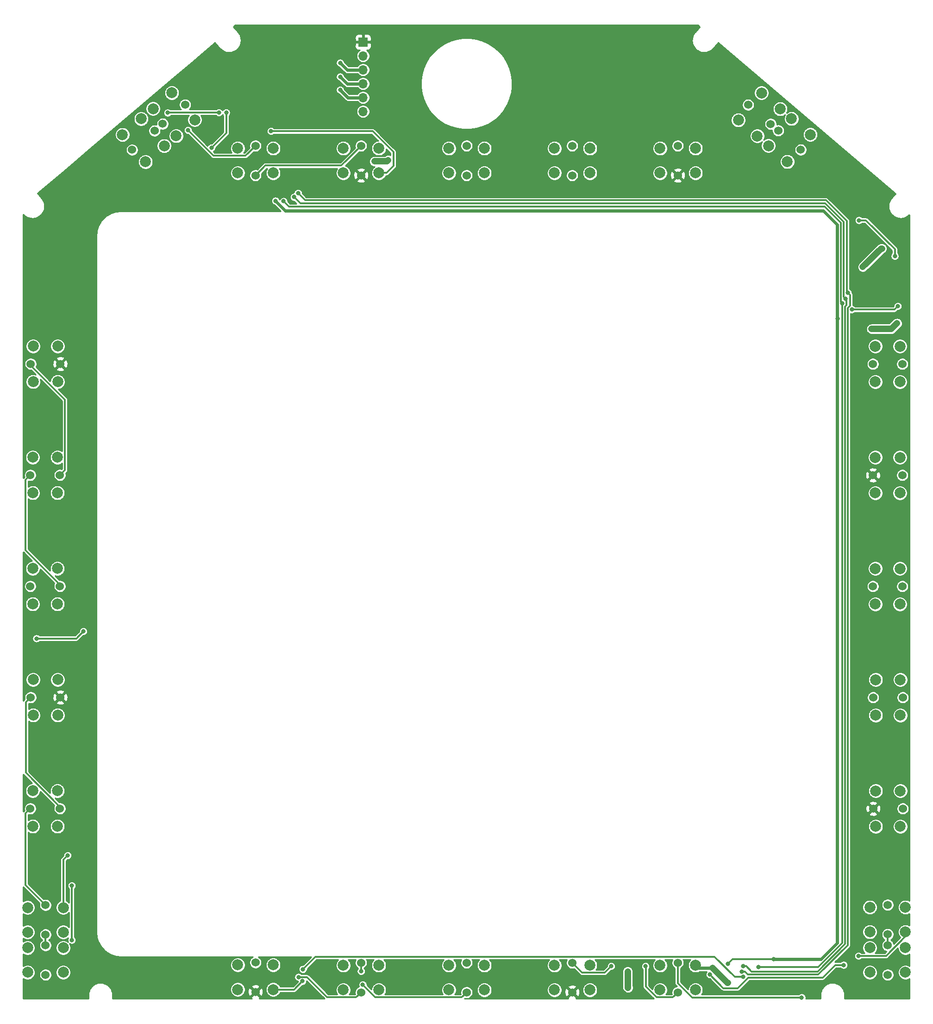
<source format=gbr>
G04 #@! TF.GenerationSoftware,KiCad,Pcbnew,(5.1.9)-1*
G04 #@! TF.CreationDate,2021-08-29T21:56:20-06:00*
G04 #@! TF.ProjectId,ampcd_button_board,616d7063-645f-4627-9574-746f6e5f626f,rev?*
G04 #@! TF.SameCoordinates,Original*
G04 #@! TF.FileFunction,Copper,L2,Bot*
G04 #@! TF.FilePolarity,Positive*
%FSLAX46Y46*%
G04 Gerber Fmt 4.6, Leading zero omitted, Abs format (unit mm)*
G04 Created by KiCad (PCBNEW (5.1.9)-1) date 2021-08-29 21:56:20*
%MOMM*%
%LPD*%
G01*
G04 APERTURE LIST*
G04 #@! TA.AperFunction,ComponentPad*
%ADD10O,1.700000X1.700000*%
G04 #@! TD*
G04 #@! TA.AperFunction,ComponentPad*
%ADD11R,1.700000X1.700000*%
G04 #@! TD*
G04 #@! TA.AperFunction,ComponentPad*
%ADD12C,1.524000*%
G04 #@! TD*
G04 #@! TA.AperFunction,ComponentPad*
%ADD13C,2.000000*%
G04 #@! TD*
G04 #@! TA.AperFunction,ViaPad*
%ADD14C,0.800000*%
G04 #@! TD*
G04 #@! TA.AperFunction,Conductor*
%ADD15C,0.609600*%
G04 #@! TD*
G04 #@! TA.AperFunction,Conductor*
%ADD16C,0.304800*%
G04 #@! TD*
G04 #@! TA.AperFunction,Conductor*
%ADD17C,1.219200*%
G04 #@! TD*
G04 #@! TA.AperFunction,Conductor*
%ADD18C,0.254000*%
G04 #@! TD*
G04 #@! TA.AperFunction,Conductor*
%ADD19C,0.100000*%
G04 #@! TD*
G04 APERTURE END LIST*
D10*
X201794122Y217383490D03*
X201794122Y219923490D03*
X201794122Y222463490D03*
X201794122Y225003490D03*
X201794122Y227543490D03*
D11*
X201794122Y230083490D03*
D12*
X146419122Y171230490D03*
X141019122Y171230490D03*
D13*
X141469122Y174480490D03*
X145969122Y174480490D03*
X141469122Y167980490D03*
X145969122Y167980490D03*
D12*
X146355622Y150910490D03*
X140955622Y150910490D03*
D13*
X141405622Y154160490D03*
X145905622Y154160490D03*
X141405622Y147660490D03*
X145905622Y147660490D03*
D12*
X146355622Y130590490D03*
X140955622Y130590490D03*
D13*
X141405622Y133840490D03*
X145905622Y133840490D03*
X141405622Y127340490D03*
X145905622Y127340490D03*
D12*
X146419122Y110270490D03*
X141019122Y110270490D03*
D13*
X141469122Y113520490D03*
X145969122Y113520490D03*
X141469122Y107020490D03*
X145969122Y107020490D03*
D12*
X146355622Y89950490D03*
X140955622Y89950490D03*
D13*
X141405622Y93200490D03*
X145905622Y93200490D03*
X141405622Y86700490D03*
X145905622Y86700490D03*
D12*
X143723271Y72298760D03*
X143723271Y66898760D03*
D13*
X140473271Y67348760D03*
X140473271Y71848760D03*
X146973271Y67348760D03*
X146973271Y71848760D03*
D12*
X143723271Y64948760D03*
X143723271Y59548760D03*
D13*
X140473271Y59998760D03*
X140473271Y64498760D03*
X146973271Y59998760D03*
X146973271Y64498760D03*
D12*
X182120622Y56413990D03*
X182120622Y61813990D03*
D13*
X185370622Y61363990D03*
X185370622Y56863990D03*
X178870622Y61363990D03*
X178870622Y56863990D03*
D12*
X201424622Y56350490D03*
X201424622Y61750490D03*
D13*
X204674622Y61300490D03*
X204674622Y56800490D03*
X198174622Y61300490D03*
X198174622Y56800490D03*
D12*
X220728622Y56350490D03*
X220728622Y61750490D03*
D13*
X223978622Y61300490D03*
X223978622Y56800490D03*
X217478622Y61300490D03*
X217478622Y56800490D03*
D12*
X240032622Y56350490D03*
X240032622Y61750490D03*
D13*
X243282622Y61300490D03*
X243282622Y56800490D03*
X236782622Y61300490D03*
X236782622Y56800490D03*
D12*
X259336622Y56350490D03*
X259336622Y61750490D03*
D13*
X262586622Y61300490D03*
X262586622Y56800490D03*
X256086622Y61300490D03*
X256086622Y56800490D03*
D12*
X297723271Y59548760D03*
X297723271Y64948760D03*
D13*
X300973271Y64498760D03*
X300973271Y59998760D03*
X294473271Y64498760D03*
X294473271Y59998760D03*
D12*
X297723271Y66948760D03*
X297723271Y72348760D03*
D13*
X300973271Y71898760D03*
X300973271Y67398760D03*
X294473271Y71898760D03*
X294473271Y67398760D03*
D12*
X295078622Y89927490D03*
X300478622Y89927490D03*
D13*
X300028622Y86677490D03*
X295528622Y86677490D03*
X300028622Y93177490D03*
X295528622Y93177490D03*
D12*
X295078622Y110247490D03*
X300478622Y110247490D03*
D13*
X300028622Y106997490D03*
X295528622Y106997490D03*
X300028622Y113497490D03*
X295528622Y113497490D03*
D12*
X295015122Y130567490D03*
X300415122Y130567490D03*
D13*
X299965122Y127317490D03*
X295465122Y127317490D03*
X299965122Y133817490D03*
X295465122Y133817490D03*
D12*
X295015122Y150887490D03*
X300415122Y150887490D03*
D13*
X299965122Y147637490D03*
X295465122Y147637490D03*
X299965122Y154137490D03*
X295465122Y154137490D03*
D12*
X295015122Y171207490D03*
X300415122Y171207490D03*
D13*
X299965122Y167957490D03*
X295465122Y167957490D03*
X299965122Y174457490D03*
X295465122Y174457490D03*
D12*
X277697267Y213881954D03*
X281809574Y210382107D03*
D13*
X279360492Y208198761D03*
X275933569Y211115301D03*
X283573271Y213148760D03*
X280146349Y216065300D03*
D12*
X272197267Y218581954D03*
X276309574Y215082107D03*
D13*
X273860492Y212898761D03*
X270433569Y215815301D03*
X278073271Y217848760D03*
X274646349Y220765300D03*
D12*
X259336622Y205702490D03*
X259336622Y211102490D03*
D13*
X262586622Y210652490D03*
X262586622Y206152490D03*
X256086622Y210652490D03*
X256086622Y206152490D03*
D12*
X240032622Y205702490D03*
X240032622Y211102490D03*
D13*
X243282622Y210652490D03*
X243282622Y206152490D03*
X236782622Y210652490D03*
X236782622Y206152490D03*
D12*
X220728622Y205702490D03*
X220728622Y211102490D03*
D13*
X223978622Y210652490D03*
X223978622Y206152490D03*
X217478622Y210652490D03*
X217478622Y206152490D03*
D12*
X201424622Y205702490D03*
X201424622Y211102490D03*
D13*
X204674622Y210652490D03*
X204674622Y206152490D03*
X198174622Y210652490D03*
X198174622Y206152490D03*
D12*
X182120622Y205702490D03*
X182120622Y211102490D03*
D13*
X185370622Y210652490D03*
X185370622Y206152490D03*
X178870622Y210652490D03*
X178870622Y206152490D03*
D12*
X165160046Y215115567D03*
X169272353Y218615414D03*
D13*
X171036050Y215848761D03*
X167609128Y212932221D03*
X166823271Y220798760D03*
X163396349Y217882220D03*
D12*
X159560046Y210365567D03*
X163672353Y213865414D03*
D13*
X165436050Y211098761D03*
X162009128Y208182221D03*
X161223271Y216048760D03*
X157796349Y213132220D03*
D14*
X185766722Y201051290D03*
X288613622Y179486690D03*
X276880122Y62445490D03*
X150660122Y122335490D03*
X142070122Y121035490D03*
X268480122Y61535490D03*
X291174199Y181170994D03*
X299569712Y181789612D03*
X197603122Y226273490D03*
X187265322Y200975090D03*
X274100122Y60987900D03*
X289423242Y182311573D03*
X197603122Y223733490D03*
X189154522Y201737292D03*
X290004739Y183125136D03*
X271294069Y61128241D03*
X197603122Y221320490D03*
X189906922Y202448290D03*
X290432866Y184261890D03*
X271041615Y60148275D03*
X265675122Y60817890D03*
X293970722Y189773690D03*
X293183322Y188960890D03*
X295850322Y191551690D03*
X296663122Y192313690D03*
X294758122Y177632490D03*
X299431722Y178648490D03*
X203876922Y208264890D03*
X206391522Y208493490D03*
X250181122Y60157490D03*
X250257322Y57185690D03*
X268469122Y58100090D03*
X208440122Y216765490D03*
X209920122Y220945490D03*
X231630122Y220935490D03*
X261770122Y219315490D03*
X154550122Y61783090D03*
X288281122Y59700290D03*
X150105122Y204886690D03*
X176773271Y217198760D03*
X174064175Y210721925D03*
X175423271Y217198760D03*
X166073271Y217148760D03*
X169773271Y213948760D03*
X184958981Y213774362D03*
X292463177Y197486345D03*
X299029077Y190920445D03*
X265188098Y59594266D03*
X289675672Y61351161D03*
X292373271Y62998760D03*
X282010122Y55415490D03*
X148543144Y75868633D03*
X148543144Y65918633D03*
X147790734Y81396191D03*
X253457722Y61122690D03*
X247158522Y61122690D03*
X201424622Y60194390D03*
X201736195Y57737363D03*
X190719722Y58389080D03*
X190809522Y60577490D03*
X271302685Y59178106D03*
X189983122Y59141490D03*
D15*
X288613622Y179486690D02*
X288518433Y179391501D01*
X285550686Y62445490D02*
X276880122Y62445490D01*
X288518433Y179391501D02*
X288518433Y65413237D01*
X288518433Y65413237D02*
X285550686Y62445490D01*
D16*
X149360122Y121035490D02*
X142070122Y121035490D01*
X150660122Y122335490D02*
X149360122Y121035490D01*
X269390122Y62445490D02*
X268480122Y61535490D01*
X276880122Y62445490D02*
X269390122Y62445490D01*
D15*
X185766722Y201051290D02*
X187547712Y199270300D01*
X288518432Y196729524D02*
X288518432Y179581880D01*
X288518432Y179581880D02*
X288613622Y179486690D01*
X187547712Y199270300D02*
X285977656Y199270300D01*
X285977656Y199270300D02*
X288518432Y196729524D01*
D16*
X291174199Y181170994D02*
X298951094Y181170994D01*
X298951094Y181170994D02*
X299569712Y181789612D01*
D15*
X198873122Y225003490D02*
X197603122Y226273490D01*
X201794122Y225003490D02*
X198873122Y225003490D01*
D16*
X285022531Y60987900D02*
X289408100Y65373469D01*
X274100122Y60987900D02*
X285022531Y60987900D01*
X187265322Y200975090D02*
X188230522Y200009890D01*
X289408100Y182296431D02*
X289423242Y182311573D01*
X289408100Y65373469D02*
X289408100Y182296431D01*
X289175643Y182559172D02*
X289423242Y182311573D01*
X289175643Y197001749D02*
X289175643Y182559172D01*
X286167502Y200009890D02*
X289175643Y197001749D01*
X188230522Y200009890D02*
X286167502Y200009890D01*
D15*
X198873122Y222463490D02*
X197603122Y223733490D01*
X201794122Y222463490D02*
X198873122Y222463490D01*
D16*
X289680454Y197210848D02*
X289680454Y183449421D01*
X286322612Y200568690D02*
X289680454Y197210848D01*
X190323124Y200568690D02*
X286322612Y200568690D01*
X189154522Y201737292D02*
X190323124Y200568690D01*
X289680454Y183449421D02*
X290004739Y183125136D01*
X284900607Y60152066D02*
X272835929Y60152066D01*
X289912910Y65164369D02*
X284900607Y60152066D01*
X289912910Y181687685D02*
X289912910Y65164369D01*
X272835929Y60152066D02*
X271859754Y61128241D01*
X290175644Y181950419D02*
X289912910Y181687685D01*
X290004739Y183125136D02*
X290175643Y182954232D01*
X290175643Y182954232D02*
X290175644Y181950419D01*
X271859754Y61128241D02*
X271294069Y61128241D01*
D15*
X199000122Y219923490D02*
X197603122Y221320490D01*
X201794122Y219923490D02*
X199000122Y219923490D01*
D16*
X189906922Y202448290D02*
X191176922Y201178290D01*
X191176922Y201178290D02*
X286426922Y201178290D01*
X290236922Y184457834D02*
X290432866Y184261890D01*
X286426922Y201178290D02*
X290236922Y197368290D01*
X290236922Y197368290D02*
X290236922Y184457834D01*
X271607300Y60148275D02*
X271041615Y60148275D01*
X272166484Y59589091D02*
X271607300Y60148275D01*
X290832865Y183861891D02*
X290832865Y181893730D01*
X290832865Y181893730D02*
X290417721Y181478586D01*
X285051542Y59589091D02*
X272166484Y59589091D01*
X290432866Y184261890D02*
X290832865Y183861891D01*
X290417721Y181478586D02*
X290417721Y64955270D01*
X290417721Y64955270D02*
X285051542Y59589091D01*
D15*
X263069222Y60817890D02*
X262586622Y61300490D01*
X265675122Y60817890D02*
X263069222Y60817890D01*
D17*
X296663122Y192313690D02*
X296536122Y192313690D01*
X296536122Y192313690D02*
X293183322Y188960890D01*
X298415722Y177632490D02*
X299431722Y178648490D01*
X294758122Y177632490D02*
X298415722Y177632490D01*
X203876922Y208264890D02*
X206162922Y208264890D01*
X206162922Y208264890D02*
X206391522Y208493490D01*
X250181122Y57261890D02*
X250257322Y57185690D01*
X250181122Y60157490D02*
X250181122Y57261890D01*
X268392922Y58100090D02*
X265675122Y60817890D01*
X268469122Y58100090D02*
X268392922Y58100090D01*
D16*
X176773271Y213431021D02*
X174064175Y210721925D01*
X176773271Y217198760D02*
X176773271Y213431021D01*
X166125673Y217201162D02*
X166073271Y217148760D01*
X175420869Y217201162D02*
X166125673Y217201162D01*
X175423271Y217198760D02*
X175420869Y217201162D01*
X180318221Y209300089D02*
X182120622Y211102490D01*
X174421942Y209300089D02*
X180318221Y209300089D01*
X169773271Y213948760D02*
X174421942Y209300089D01*
X203554304Y213774362D02*
X184958981Y213774362D01*
X204674622Y206152490D02*
X206088835Y206152490D01*
X206088835Y206152490D02*
X207353532Y207417187D01*
X207353532Y207417187D02*
X207353532Y209975134D01*
X207353532Y209975134D02*
X203554304Y213774362D01*
X293735686Y197486345D02*
X292463177Y197486345D01*
X299029077Y192192954D02*
X293735686Y197486345D01*
X299029077Y190920445D02*
X299029077Y192192954D01*
X272256904Y59065290D02*
X285823422Y59065290D01*
X270301104Y57109490D02*
X272256904Y59065290D01*
X267672874Y57109490D02*
X270301104Y57109490D01*
X265188098Y59594266D02*
X267672874Y57109490D01*
X288109293Y61351161D02*
X289675672Y61351161D01*
X285823422Y59065290D02*
X288109293Y61351161D01*
X300973271Y66549446D02*
X297422585Y62998760D01*
X300973271Y67398760D02*
X300973271Y66549446D01*
X297422585Y62998760D02*
X292373271Y62998760D01*
X259336622Y58048936D02*
X259336622Y61750490D01*
X261970068Y55415490D02*
X259336622Y58048936D01*
X282010122Y55415490D02*
X261970068Y55415490D01*
X148543144Y75868633D02*
X148543144Y65918633D01*
X146973271Y71848760D02*
X146973271Y80578728D01*
X146973271Y80578728D02*
X147790734Y81396191D01*
X258434221Y55448089D02*
X259336622Y56350490D01*
X240032622Y61750490D02*
X240334176Y61750490D01*
X255437469Y55448089D02*
X253483122Y57402436D01*
X258434221Y55448089D02*
X255437469Y55448089D01*
X253483122Y61097290D02*
X253457722Y61122690D01*
X253483122Y57402436D02*
X253483122Y61097290D01*
X241835023Y59948089D02*
X240032622Y61750490D01*
X245983921Y59948089D02*
X241835023Y59948089D01*
X247158522Y61122690D02*
X245983921Y59948089D01*
X201424622Y60194390D02*
X201424622Y61750490D01*
X204025469Y55448089D02*
X201736195Y57737363D01*
X219826221Y55448089D02*
X204025469Y55448089D01*
X220728622Y56350490D02*
X219826221Y55448089D01*
X185370622Y56863990D02*
X189194632Y56863990D01*
X189194632Y56863990D02*
X190719722Y58389080D01*
X269771821Y59178106D02*
X271302685Y59178106D01*
X266085036Y62864891D02*
X269771821Y59178106D01*
X193096923Y62864891D02*
X266085036Y62864891D01*
X190809522Y60577490D02*
X193096923Y62864891D01*
X197827023Y207504891D02*
X201424622Y211102490D01*
X183923023Y207504891D02*
X197827023Y207504891D01*
X182120622Y205702490D02*
X183923023Y207504891D01*
X297723271Y66948760D02*
X297723271Y64948760D01*
X200522221Y55448089D02*
X201424622Y56350490D01*
X195225923Y55448089D02*
X200522221Y55448089D01*
X191532522Y59141490D02*
X191532522Y59141490D01*
X191532522Y59141490D02*
X195225923Y55448089D01*
X191532522Y59141490D02*
X189983122Y59141490D01*
X143723271Y66898760D02*
X143723271Y64948760D01*
X140053221Y75968810D02*
X143723271Y72298760D01*
X140053221Y89048089D02*
X140053221Y75968810D01*
X140955622Y89950490D02*
X140053221Y89048089D01*
X146355622Y90252044D02*
X146355622Y89950490D01*
X140116721Y96490945D02*
X146355622Y90252044D01*
X140116721Y109368089D02*
X140116721Y96490945D01*
X141019122Y110270490D02*
X140116721Y109368089D01*
X146355622Y130892044D02*
X146355622Y130590490D01*
X140053221Y137194445D02*
X146355622Y130892044D01*
X140053221Y150008089D02*
X140053221Y137194445D01*
X140955622Y150910490D02*
X140053221Y150008089D01*
X141019122Y170928936D02*
X141019122Y171230490D01*
X147258023Y164690035D02*
X141019122Y170928936D01*
X147258023Y151812891D02*
X147258023Y164690035D01*
X146355622Y150910490D02*
X147258023Y151812891D01*
D18*
X263351966Y232878796D02*
X262562554Y231950073D01*
X262556129Y231943558D01*
X262543811Y231928347D01*
X262529968Y231914503D01*
X262526181Y231909826D01*
X262307494Y231635882D01*
X262286217Y231603120D01*
X262264487Y231570660D01*
X262261688Y231565349D01*
X262261680Y231565337D01*
X262261675Y231565324D01*
X262100368Y231254132D01*
X262085858Y231217855D01*
X262070849Y231181798D01*
X262069129Y231176031D01*
X261971335Y230839422D01*
X261964152Y230801042D01*
X261956428Y230762732D01*
X261955862Y230756741D01*
X261925312Y230407546D01*
X261925721Y230368490D01*
X261925585Y230329423D01*
X261926193Y230323436D01*
X261964049Y229974959D01*
X261972033Y229936740D01*
X261979491Y229898375D01*
X261981250Y229892620D01*
X262086072Y229558132D01*
X262101343Y229522155D01*
X262116096Y229486005D01*
X262118940Y229480701D01*
X262286735Y229172944D01*
X262308680Y229140652D01*
X262330195Y229108024D01*
X262334015Y229103373D01*
X262558391Y228834070D01*
X262586205Y228806641D01*
X262613634Y228778827D01*
X262618284Y228775007D01*
X262890695Y228554413D01*
X262923300Y228532914D01*
X262955615Y228510953D01*
X262960919Y228508109D01*
X263270989Y228344627D01*
X263307139Y228329874D01*
X263343116Y228314603D01*
X263348867Y228312845D01*
X263348873Y228312843D01*
X263684790Y228212703D01*
X263723127Y228205251D01*
X263761372Y228197261D01*
X263767351Y228196654D01*
X263767361Y228196652D01*
X263767370Y228196652D01*
X264116331Y228163665D01*
X264155399Y228163801D01*
X264194456Y228163392D01*
X264200447Y228163958D01*
X264549180Y228199381D01*
X264587503Y228207108D01*
X264625869Y228214288D01*
X264631637Y228216007D01*
X264966848Y228318491D01*
X265002929Y228333510D01*
X265039184Y228348011D01*
X265044493Y228350810D01*
X265044506Y228350816D01*
X265044517Y228350823D01*
X265353428Y228516461D01*
X265385865Y228538175D01*
X265418650Y228559466D01*
X265423322Y228563250D01*
X265423328Y228563254D01*
X265423333Y228563259D01*
X265672997Y228768335D01*
X265685709Y228776314D01*
X265731966Y228820006D01*
X266736162Y229974829D01*
X299168032Y202398401D01*
X298502908Y201609118D01*
X298497129Y201603257D01*
X298484811Y201588046D01*
X298470968Y201574202D01*
X298467181Y201569525D01*
X298248494Y201295581D01*
X298227217Y201262819D01*
X298205487Y201230359D01*
X298202688Y201225048D01*
X298202680Y201225036D01*
X298202675Y201225023D01*
X298041368Y200913831D01*
X298026858Y200877554D01*
X298011849Y200841497D01*
X298010129Y200835730D01*
X297912335Y200499121D01*
X297905152Y200460741D01*
X297897428Y200422431D01*
X297896862Y200416440D01*
X297866312Y200067245D01*
X297866721Y200028189D01*
X297866585Y199989122D01*
X297867193Y199983135D01*
X297905049Y199634658D01*
X297913033Y199596439D01*
X297920491Y199558074D01*
X297922250Y199552319D01*
X298027072Y199217831D01*
X298042343Y199181854D01*
X298057096Y199145704D01*
X298059940Y199140400D01*
X298227735Y198832643D01*
X298249680Y198800351D01*
X298271195Y198767723D01*
X298275015Y198763072D01*
X298499391Y198493769D01*
X298527205Y198466340D01*
X298554634Y198438526D01*
X298559284Y198434706D01*
X298831695Y198214112D01*
X298864300Y198192613D01*
X298896615Y198170652D01*
X298901919Y198167808D01*
X299211989Y198004326D01*
X299248139Y197989573D01*
X299284116Y197974302D01*
X299289867Y197972544D01*
X299289873Y197972542D01*
X299625790Y197872402D01*
X299664127Y197864950D01*
X299702372Y197856960D01*
X299708351Y197856353D01*
X299708361Y197856351D01*
X299708370Y197856351D01*
X300057331Y197823364D01*
X300096399Y197823500D01*
X300135456Y197823091D01*
X300141447Y197823657D01*
X300490180Y197859080D01*
X300528503Y197866807D01*
X300566869Y197873987D01*
X300572637Y197875706D01*
X300907848Y197978190D01*
X300943929Y197993209D01*
X300980184Y198007710D01*
X300985493Y198010509D01*
X300985506Y198010515D01*
X300985517Y198010522D01*
X301294428Y198176160D01*
X301326865Y198197874D01*
X301359650Y198219165D01*
X301364322Y198222949D01*
X301364328Y198222953D01*
X301364333Y198222958D01*
X301614002Y198428038D01*
X301626709Y198436014D01*
X301672966Y198479705D01*
X301692624Y198502312D01*
X301692622Y73079019D01*
X301627420Y73122586D01*
X301376094Y73226689D01*
X301109288Y73279760D01*
X300837254Y73279760D01*
X300570448Y73226689D01*
X300319122Y73122586D01*
X300092935Y72971453D01*
X299900578Y72779096D01*
X299749445Y72552909D01*
X299645342Y72301583D01*
X299592271Y72034777D01*
X299592271Y71762743D01*
X299645342Y71495937D01*
X299749445Y71244611D01*
X299900578Y71018424D01*
X300092935Y70826067D01*
X300319122Y70674934D01*
X300570448Y70570831D01*
X300837254Y70517760D01*
X301109288Y70517760D01*
X301376094Y70570831D01*
X301627420Y70674934D01*
X301692622Y70718501D01*
X301692622Y68579019D01*
X301627420Y68622586D01*
X301376094Y68726689D01*
X301109288Y68779760D01*
X300837254Y68779760D01*
X300570448Y68726689D01*
X300319122Y68622586D01*
X300092935Y68471453D01*
X299900578Y68279096D01*
X299749445Y68052909D01*
X299645342Y67801583D01*
X299592271Y67534777D01*
X299592271Y67262743D01*
X299645342Y66995937D01*
X299749445Y66744611D01*
X299900578Y66518424D01*
X300044243Y66374759D01*
X298843798Y65174315D01*
X298822346Y65282161D01*
X298736184Y65490173D01*
X298611097Y65677380D01*
X298451891Y65836586D01*
X298284010Y65948760D01*
X298451891Y66060934D01*
X298611097Y66220140D01*
X298736184Y66407347D01*
X298822346Y66615359D01*
X298866271Y66836184D01*
X298866271Y67061336D01*
X298822346Y67282161D01*
X298736184Y67490173D01*
X298611097Y67677380D01*
X298451891Y67836586D01*
X298264684Y67961673D01*
X298056672Y68047835D01*
X297835847Y68091760D01*
X297610695Y68091760D01*
X297389870Y68047835D01*
X297181858Y67961673D01*
X296994651Y67836586D01*
X296835445Y67677380D01*
X296710358Y67490173D01*
X296624196Y67282161D01*
X296580271Y67061336D01*
X296580271Y66836184D01*
X296624196Y66615359D01*
X296710358Y66407347D01*
X296835445Y66220140D01*
X296994651Y66060934D01*
X297162532Y65948760D01*
X296994651Y65836586D01*
X296835445Y65677380D01*
X296710358Y65490173D01*
X296624196Y65282161D01*
X296580271Y65061336D01*
X296580271Y64836184D01*
X296624196Y64615359D01*
X296710358Y64407347D01*
X296835445Y64220140D01*
X296994651Y64060934D01*
X297181858Y63935847D01*
X297389870Y63849685D01*
X297497717Y63828233D01*
X297201644Y63532160D01*
X295459700Y63532160D01*
X295545964Y63618424D01*
X295697097Y63844611D01*
X295801200Y64095937D01*
X295854271Y64362743D01*
X295854271Y64634777D01*
X295801200Y64901583D01*
X295697097Y65152909D01*
X295545964Y65379096D01*
X295353607Y65571453D01*
X295127420Y65722586D01*
X294876094Y65826689D01*
X294609288Y65879760D01*
X294337254Y65879760D01*
X294070448Y65826689D01*
X293819122Y65722586D01*
X293592935Y65571453D01*
X293400578Y65379096D01*
X293249445Y65152909D01*
X293145342Y64901583D01*
X293092271Y64634777D01*
X293092271Y64362743D01*
X293145342Y64095937D01*
X293249445Y63844611D01*
X293400578Y63618424D01*
X293486842Y63532160D01*
X292944372Y63532160D01*
X292871130Y63605402D01*
X292743213Y63690873D01*
X292601080Y63749747D01*
X292450193Y63779760D01*
X292296349Y63779760D01*
X292145462Y63749747D01*
X292003329Y63690873D01*
X291875412Y63605402D01*
X291766629Y63496619D01*
X291681158Y63368702D01*
X291622284Y63226569D01*
X291592271Y63075682D01*
X291592271Y62921838D01*
X291622284Y62770951D01*
X291681158Y62628818D01*
X291766629Y62500901D01*
X291875412Y62392118D01*
X292003329Y62306647D01*
X292145462Y62247773D01*
X292296349Y62217760D01*
X292450193Y62217760D01*
X292601080Y62247773D01*
X292743213Y62306647D01*
X292871130Y62392118D01*
X292944372Y62465360D01*
X297396398Y62465360D01*
X297422585Y62462781D01*
X297448772Y62465360D01*
X297448780Y62465360D01*
X297527150Y62473079D01*
X297627696Y62503579D01*
X297720360Y62553109D01*
X297801580Y62619765D01*
X297818281Y62640115D01*
X299592271Y64414104D01*
X299592271Y64362743D01*
X299645342Y64095937D01*
X299749445Y63844611D01*
X299900578Y63618424D01*
X300092935Y63426067D01*
X300319122Y63274934D01*
X300570448Y63170831D01*
X300837254Y63117760D01*
X301109288Y63117760D01*
X301376094Y63170831D01*
X301627420Y63274934D01*
X301692622Y63318501D01*
X301692622Y61179019D01*
X301627420Y61222586D01*
X301376094Y61326689D01*
X301109288Y61379760D01*
X300837254Y61379760D01*
X300570448Y61326689D01*
X300319122Y61222586D01*
X300092935Y61071453D01*
X299900578Y60879096D01*
X299749445Y60652909D01*
X299645342Y60401583D01*
X299592271Y60134777D01*
X299592271Y59862743D01*
X299645342Y59595937D01*
X299749445Y59344611D01*
X299900578Y59118424D01*
X300092935Y58926067D01*
X300319122Y58774934D01*
X300570448Y58670831D01*
X300837254Y58617760D01*
X301109288Y58617760D01*
X301376094Y58670831D01*
X301627420Y58774934D01*
X301692622Y58818501D01*
X301692622Y55191491D01*
X289854622Y55191491D01*
X289854622Y55924659D01*
X289854475Y55926151D01*
X289854439Y55931319D01*
X289852392Y55950794D01*
X289852392Y55970375D01*
X289851763Y55976360D01*
X289813082Y56321202D01*
X289804964Y56359395D01*
X289797373Y56397729D01*
X289795594Y56403478D01*
X289690670Y56734240D01*
X289675295Y56770113D01*
X289660395Y56806263D01*
X289657533Y56811557D01*
X289490362Y57115638D01*
X289468295Y57147866D01*
X289446675Y57180407D01*
X289442839Y57185044D01*
X289219788Y57450865D01*
X289191892Y57478183D01*
X289164353Y57505914D01*
X289159690Y57509717D01*
X288889256Y57727152D01*
X288856563Y57748546D01*
X288824184Y57770386D01*
X288818878Y57773207D01*
X288818870Y57773212D01*
X288818862Y57773215D01*
X288511354Y57933977D01*
X288475164Y57948599D01*
X288439123Y57963749D01*
X288433366Y57965487D01*
X288433360Y57965489D01*
X288100475Y58063462D01*
X288062124Y58070778D01*
X288023838Y58078637D01*
X288017849Y58079224D01*
X287672272Y58110674D01*
X287633209Y58110401D01*
X287594147Y58110674D01*
X287588157Y58110087D01*
X287243053Y58073815D01*
X287204823Y58065967D01*
X287166417Y58058641D01*
X287160655Y58056901D01*
X286829169Y57954289D01*
X286793164Y57939154D01*
X286756939Y57924518D01*
X286751625Y57921693D01*
X286446383Y57756648D01*
X286414015Y57734816D01*
X286381311Y57713415D01*
X286376648Y57709612D01*
X286109276Y57488422D01*
X286081753Y57460706D01*
X286053840Y57433372D01*
X286050003Y57428735D01*
X285830687Y57159825D01*
X285809074Y57127295D01*
X285787000Y57095057D01*
X285784138Y57089764D01*
X285621229Y56783376D01*
X285606345Y56747266D01*
X285590954Y56711355D01*
X285589174Y56705606D01*
X285488879Y56373412D01*
X285481292Y56335095D01*
X285473170Y56296884D01*
X285472541Y56290898D01*
X285438679Y55945550D01*
X285438679Y55945542D01*
X285436622Y55924658D01*
X285436623Y55191491D01*
X282761867Y55191491D01*
X282791122Y55338568D01*
X282791122Y55492412D01*
X282761109Y55643299D01*
X282702235Y55785432D01*
X282616764Y55913349D01*
X282507981Y56022132D01*
X282380064Y56107603D01*
X282237931Y56166477D01*
X282087044Y56196490D01*
X281933200Y56196490D01*
X281782313Y56166477D01*
X281640180Y56107603D01*
X281512263Y56022132D01*
X281439021Y55948890D01*
X263678516Y55948890D01*
X263810448Y56146341D01*
X263914551Y56397667D01*
X263967622Y56664473D01*
X263967622Y56936507D01*
X263914551Y57203313D01*
X263810448Y57454639D01*
X263659315Y57680826D01*
X263466958Y57873183D01*
X263240771Y58024316D01*
X262989445Y58128419D01*
X262722639Y58181490D01*
X262450605Y58181490D01*
X262183799Y58128419D01*
X261932473Y58024316D01*
X261706286Y57873183D01*
X261513929Y57680826D01*
X261362796Y57454639D01*
X261258693Y57203313D01*
X261205622Y56936507D01*
X261205622Y56934278D01*
X259870022Y58269877D01*
X259870022Y60734258D01*
X259878035Y60737577D01*
X260065242Y60862664D01*
X260224448Y61021870D01*
X260349535Y61209077D01*
X260435697Y61417089D01*
X260479622Y61637914D01*
X260479622Y61863066D01*
X260435697Y62083891D01*
X260349535Y62291903D01*
X260323083Y62331491D01*
X261664594Y62331491D01*
X261513929Y62180826D01*
X261362796Y61954639D01*
X261258693Y61703313D01*
X261205622Y61436507D01*
X261205622Y61164473D01*
X261258693Y60897667D01*
X261362796Y60646341D01*
X261513929Y60420154D01*
X261706286Y60227797D01*
X261932473Y60076664D01*
X262183799Y59972561D01*
X262450605Y59919490D01*
X262722639Y59919490D01*
X262989445Y59972561D01*
X263240771Y60076664D01*
X263323722Y60132090D01*
X264621421Y60132090D01*
X264581456Y60092125D01*
X264495985Y59964208D01*
X264437111Y59822075D01*
X264407098Y59671188D01*
X264407098Y59517344D01*
X264437111Y59366457D01*
X264495985Y59224324D01*
X264581456Y59096407D01*
X264690239Y58987624D01*
X264818156Y58902153D01*
X264960289Y58843279D01*
X265111176Y58813266D01*
X265214757Y58813266D01*
X267277183Y56750839D01*
X267293879Y56730495D01*
X267314223Y56713799D01*
X267314225Y56713797D01*
X267320218Y56708879D01*
X267375099Y56663839D01*
X267467763Y56614309D01*
X267568309Y56583809D01*
X267646679Y56576090D01*
X267646687Y56576090D01*
X267672874Y56573511D01*
X267699061Y56576090D01*
X270274917Y56576090D01*
X270301104Y56573511D01*
X270327291Y56576090D01*
X270327299Y56576090D01*
X270405669Y56583809D01*
X270506215Y56614309D01*
X270598879Y56663839D01*
X270680099Y56730495D01*
X270696800Y56750845D01*
X272477846Y58531890D01*
X285797235Y58531890D01*
X285823422Y58529311D01*
X285849609Y58531890D01*
X285849617Y58531890D01*
X285927987Y58539609D01*
X286028533Y58570109D01*
X286121197Y58619639D01*
X286202417Y58686295D01*
X286219118Y58706645D01*
X287647250Y60134777D01*
X293092271Y60134777D01*
X293092271Y59862743D01*
X293145342Y59595937D01*
X293249445Y59344611D01*
X293400578Y59118424D01*
X293592935Y58926067D01*
X293819122Y58774934D01*
X294070448Y58670831D01*
X294337254Y58617760D01*
X294609288Y58617760D01*
X294876094Y58670831D01*
X295127420Y58774934D01*
X295353607Y58926067D01*
X295545964Y59118424D01*
X295697097Y59344611D01*
X295801200Y59595937D01*
X295814208Y59661336D01*
X296580271Y59661336D01*
X296580271Y59436184D01*
X296624196Y59215359D01*
X296710358Y59007347D01*
X296835445Y58820140D01*
X296994651Y58660934D01*
X297181858Y58535847D01*
X297389870Y58449685D01*
X297610695Y58405760D01*
X297835847Y58405760D01*
X298056672Y58449685D01*
X298264684Y58535847D01*
X298451891Y58660934D01*
X298611097Y58820140D01*
X298736184Y59007347D01*
X298822346Y59215359D01*
X298866271Y59436184D01*
X298866271Y59661336D01*
X298822346Y59882161D01*
X298736184Y60090173D01*
X298611097Y60277380D01*
X298451891Y60436586D01*
X298264684Y60561673D01*
X298056672Y60647835D01*
X297835847Y60691760D01*
X297610695Y60691760D01*
X297389870Y60647835D01*
X297181858Y60561673D01*
X296994651Y60436586D01*
X296835445Y60277380D01*
X296710358Y60090173D01*
X296624196Y59882161D01*
X296580271Y59661336D01*
X295814208Y59661336D01*
X295854271Y59862743D01*
X295854271Y60134777D01*
X295801200Y60401583D01*
X295697097Y60652909D01*
X295545964Y60879096D01*
X295353607Y61071453D01*
X295127420Y61222586D01*
X294876094Y61326689D01*
X294609288Y61379760D01*
X294337254Y61379760D01*
X294070448Y61326689D01*
X293819122Y61222586D01*
X293592935Y61071453D01*
X293400578Y60879096D01*
X293249445Y60652909D01*
X293145342Y60401583D01*
X293092271Y60134777D01*
X287647250Y60134777D01*
X288330234Y60817761D01*
X289104571Y60817761D01*
X289177813Y60744519D01*
X289305730Y60659048D01*
X289447863Y60600174D01*
X289598750Y60570161D01*
X289752594Y60570161D01*
X289903481Y60600174D01*
X290045614Y60659048D01*
X290173531Y60744519D01*
X290282314Y60853302D01*
X290367785Y60981219D01*
X290426659Y61123352D01*
X290456672Y61274239D01*
X290456672Y61428083D01*
X290426659Y61578970D01*
X290367785Y61721103D01*
X290282314Y61849020D01*
X290173531Y61957803D01*
X290045614Y62043274D01*
X289903481Y62102148D01*
X289752594Y62132161D01*
X289598750Y62132161D01*
X289447863Y62102148D01*
X289305730Y62043274D01*
X289177813Y61957803D01*
X289104571Y61884561D01*
X288135487Y61884561D01*
X288109293Y61887141D01*
X288103348Y61886555D01*
X290776372Y64559579D01*
X290796716Y64576275D01*
X290863372Y64657495D01*
X290912902Y64750159D01*
X290943402Y64850705D01*
X290951121Y64929075D01*
X290951121Y64929082D01*
X290953700Y64955269D01*
X290951121Y64981456D01*
X290951121Y67534777D01*
X293092271Y67534777D01*
X293092271Y67262743D01*
X293145342Y66995937D01*
X293249445Y66744611D01*
X293400578Y66518424D01*
X293592935Y66326067D01*
X293819122Y66174934D01*
X294070448Y66070831D01*
X294337254Y66017760D01*
X294609288Y66017760D01*
X294876094Y66070831D01*
X295127420Y66174934D01*
X295353607Y66326067D01*
X295545964Y66518424D01*
X295697097Y66744611D01*
X295801200Y66995937D01*
X295854271Y67262743D01*
X295854271Y67534777D01*
X295801200Y67801583D01*
X295697097Y68052909D01*
X295545964Y68279096D01*
X295353607Y68471453D01*
X295127420Y68622586D01*
X294876094Y68726689D01*
X294609288Y68779760D01*
X294337254Y68779760D01*
X294070448Y68726689D01*
X293819122Y68622586D01*
X293592935Y68471453D01*
X293400578Y68279096D01*
X293249445Y68052909D01*
X293145342Y67801583D01*
X293092271Y67534777D01*
X290951121Y67534777D01*
X290951121Y72034777D01*
X293092271Y72034777D01*
X293092271Y71762743D01*
X293145342Y71495937D01*
X293249445Y71244611D01*
X293400578Y71018424D01*
X293592935Y70826067D01*
X293819122Y70674934D01*
X294070448Y70570831D01*
X294337254Y70517760D01*
X294609288Y70517760D01*
X294876094Y70570831D01*
X295127420Y70674934D01*
X295353607Y70826067D01*
X295545964Y71018424D01*
X295697097Y71244611D01*
X295801200Y71495937D01*
X295854271Y71762743D01*
X295854271Y72034777D01*
X295801200Y72301583D01*
X295735028Y72461336D01*
X296580271Y72461336D01*
X296580271Y72236184D01*
X296624196Y72015359D01*
X296710358Y71807347D01*
X296835445Y71620140D01*
X296994651Y71460934D01*
X297181858Y71335847D01*
X297389870Y71249685D01*
X297610695Y71205760D01*
X297835847Y71205760D01*
X298056672Y71249685D01*
X298264684Y71335847D01*
X298451891Y71460934D01*
X298611097Y71620140D01*
X298736184Y71807347D01*
X298822346Y72015359D01*
X298866271Y72236184D01*
X298866271Y72461336D01*
X298822346Y72682161D01*
X298736184Y72890173D01*
X298611097Y73077380D01*
X298451891Y73236586D01*
X298264684Y73361673D01*
X298056672Y73447835D01*
X297835847Y73491760D01*
X297610695Y73491760D01*
X297389870Y73447835D01*
X297181858Y73361673D01*
X296994651Y73236586D01*
X296835445Y73077380D01*
X296710358Y72890173D01*
X296624196Y72682161D01*
X296580271Y72461336D01*
X295735028Y72461336D01*
X295697097Y72552909D01*
X295545964Y72779096D01*
X295353607Y72971453D01*
X295127420Y73122586D01*
X294876094Y73226689D01*
X294609288Y73279760D01*
X294337254Y73279760D01*
X294070448Y73226689D01*
X293819122Y73122586D01*
X293592935Y72971453D01*
X293400578Y72779096D01*
X293249445Y72552909D01*
X293145342Y72301583D01*
X293092271Y72034777D01*
X290951121Y72034777D01*
X290951121Y86813507D01*
X294147622Y86813507D01*
X294147622Y86541473D01*
X294200693Y86274667D01*
X294304796Y86023341D01*
X294455929Y85797154D01*
X294648286Y85604797D01*
X294874473Y85453664D01*
X295125799Y85349561D01*
X295392605Y85296490D01*
X295664639Y85296490D01*
X295931445Y85349561D01*
X296182771Y85453664D01*
X296408958Y85604797D01*
X296601315Y85797154D01*
X296752448Y86023341D01*
X296856551Y86274667D01*
X296909622Y86541473D01*
X296909622Y86813507D01*
X298647622Y86813507D01*
X298647622Y86541473D01*
X298700693Y86274667D01*
X298804796Y86023341D01*
X298955929Y85797154D01*
X299148286Y85604797D01*
X299374473Y85453664D01*
X299625799Y85349561D01*
X299892605Y85296490D01*
X300164639Y85296490D01*
X300431445Y85349561D01*
X300682771Y85453664D01*
X300908958Y85604797D01*
X301101315Y85797154D01*
X301252448Y86023341D01*
X301356551Y86274667D01*
X301409622Y86541473D01*
X301409622Y86813507D01*
X301356551Y87080313D01*
X301252448Y87331639D01*
X301101315Y87557826D01*
X300908958Y87750183D01*
X300682771Y87901316D01*
X300431445Y88005419D01*
X300164639Y88058490D01*
X299892605Y88058490D01*
X299625799Y88005419D01*
X299374473Y87901316D01*
X299148286Y87750183D01*
X298955929Y87557826D01*
X298804796Y87331639D01*
X298700693Y87080313D01*
X298647622Y86813507D01*
X296909622Y86813507D01*
X296856551Y87080313D01*
X296752448Y87331639D01*
X296601315Y87557826D01*
X296408958Y87750183D01*
X296182771Y87901316D01*
X295931445Y88005419D01*
X295664639Y88058490D01*
X295392605Y88058490D01*
X295125799Y88005419D01*
X294874473Y87901316D01*
X294648286Y87750183D01*
X294455929Y87557826D01*
X294304796Y87331639D01*
X294200693Y87080313D01*
X294147622Y86813507D01*
X290951121Y86813507D01*
X290951121Y88961925D01*
X294292662Y88961925D01*
X294359642Y88721834D01*
X294608670Y88604734D01*
X294875757Y88538467D01*
X295150639Y88525580D01*
X295422755Y88566568D01*
X295681645Y88659854D01*
X295797602Y88721834D01*
X295864582Y88961925D01*
X295078622Y89747885D01*
X294292662Y88961925D01*
X290951121Y88961925D01*
X290951121Y89855473D01*
X293676712Y89855473D01*
X293717700Y89583357D01*
X293810986Y89324467D01*
X293872966Y89208510D01*
X294113057Y89141530D01*
X294899017Y89927490D01*
X295258227Y89927490D01*
X296044187Y89141530D01*
X296284278Y89208510D01*
X296401378Y89457538D01*
X296467645Y89724625D01*
X296480532Y89999507D01*
X296474423Y90040066D01*
X299335622Y90040066D01*
X299335622Y89814914D01*
X299379547Y89594089D01*
X299465709Y89386077D01*
X299590796Y89198870D01*
X299750002Y89039664D01*
X299937209Y88914577D01*
X300145221Y88828415D01*
X300366046Y88784490D01*
X300591198Y88784490D01*
X300812023Y88828415D01*
X301020035Y88914577D01*
X301207242Y89039664D01*
X301366448Y89198870D01*
X301491535Y89386077D01*
X301577697Y89594089D01*
X301621622Y89814914D01*
X301621622Y90040066D01*
X301577697Y90260891D01*
X301491535Y90468903D01*
X301366448Y90656110D01*
X301207242Y90815316D01*
X301020035Y90940403D01*
X300812023Y91026565D01*
X300591198Y91070490D01*
X300366046Y91070490D01*
X300145221Y91026565D01*
X299937209Y90940403D01*
X299750002Y90815316D01*
X299590796Y90656110D01*
X299465709Y90468903D01*
X299379547Y90260891D01*
X299335622Y90040066D01*
X296474423Y90040066D01*
X296439544Y90271623D01*
X296346258Y90530513D01*
X296284278Y90646470D01*
X296044187Y90713450D01*
X295258227Y89927490D01*
X294899017Y89927490D01*
X294113057Y90713450D01*
X293872966Y90646470D01*
X293755866Y90397442D01*
X293689599Y90130355D01*
X293676712Y89855473D01*
X290951121Y89855473D01*
X290951121Y90893055D01*
X294292662Y90893055D01*
X295078622Y90107095D01*
X295864582Y90893055D01*
X295797602Y91133146D01*
X295548574Y91250246D01*
X295281487Y91316513D01*
X295006605Y91329400D01*
X294734489Y91288412D01*
X294475599Y91195126D01*
X294359642Y91133146D01*
X294292662Y90893055D01*
X290951121Y90893055D01*
X290951121Y93313507D01*
X294147622Y93313507D01*
X294147622Y93041473D01*
X294200693Y92774667D01*
X294304796Y92523341D01*
X294455929Y92297154D01*
X294648286Y92104797D01*
X294874473Y91953664D01*
X295125799Y91849561D01*
X295392605Y91796490D01*
X295664639Y91796490D01*
X295931445Y91849561D01*
X296182771Y91953664D01*
X296408958Y92104797D01*
X296601315Y92297154D01*
X296752448Y92523341D01*
X296856551Y92774667D01*
X296909622Y93041473D01*
X296909622Y93313507D01*
X298647622Y93313507D01*
X298647622Y93041473D01*
X298700693Y92774667D01*
X298804796Y92523341D01*
X298955929Y92297154D01*
X299148286Y92104797D01*
X299374473Y91953664D01*
X299625799Y91849561D01*
X299892605Y91796490D01*
X300164639Y91796490D01*
X300431445Y91849561D01*
X300682771Y91953664D01*
X300908958Y92104797D01*
X301101315Y92297154D01*
X301252448Y92523341D01*
X301356551Y92774667D01*
X301409622Y93041473D01*
X301409622Y93313507D01*
X301356551Y93580313D01*
X301252448Y93831639D01*
X301101315Y94057826D01*
X300908958Y94250183D01*
X300682771Y94401316D01*
X300431445Y94505419D01*
X300164639Y94558490D01*
X299892605Y94558490D01*
X299625799Y94505419D01*
X299374473Y94401316D01*
X299148286Y94250183D01*
X298955929Y94057826D01*
X298804796Y93831639D01*
X298700693Y93580313D01*
X298647622Y93313507D01*
X296909622Y93313507D01*
X296856551Y93580313D01*
X296752448Y93831639D01*
X296601315Y94057826D01*
X296408958Y94250183D01*
X296182771Y94401316D01*
X295931445Y94505419D01*
X295664639Y94558490D01*
X295392605Y94558490D01*
X295125799Y94505419D01*
X294874473Y94401316D01*
X294648286Y94250183D01*
X294455929Y94057826D01*
X294304796Y93831639D01*
X294200693Y93580313D01*
X294147622Y93313507D01*
X290951121Y93313507D01*
X290951121Y107133507D01*
X294147622Y107133507D01*
X294147622Y106861473D01*
X294200693Y106594667D01*
X294304796Y106343341D01*
X294455929Y106117154D01*
X294648286Y105924797D01*
X294874473Y105773664D01*
X295125799Y105669561D01*
X295392605Y105616490D01*
X295664639Y105616490D01*
X295931445Y105669561D01*
X296182771Y105773664D01*
X296408958Y105924797D01*
X296601315Y106117154D01*
X296752448Y106343341D01*
X296856551Y106594667D01*
X296909622Y106861473D01*
X296909622Y107133507D01*
X298647622Y107133507D01*
X298647622Y106861473D01*
X298700693Y106594667D01*
X298804796Y106343341D01*
X298955929Y106117154D01*
X299148286Y105924797D01*
X299374473Y105773664D01*
X299625799Y105669561D01*
X299892605Y105616490D01*
X300164639Y105616490D01*
X300431445Y105669561D01*
X300682771Y105773664D01*
X300908958Y105924797D01*
X301101315Y106117154D01*
X301252448Y106343341D01*
X301356551Y106594667D01*
X301409622Y106861473D01*
X301409622Y107133507D01*
X301356551Y107400313D01*
X301252448Y107651639D01*
X301101315Y107877826D01*
X300908958Y108070183D01*
X300682771Y108221316D01*
X300431445Y108325419D01*
X300164639Y108378490D01*
X299892605Y108378490D01*
X299625799Y108325419D01*
X299374473Y108221316D01*
X299148286Y108070183D01*
X298955929Y107877826D01*
X298804796Y107651639D01*
X298700693Y107400313D01*
X298647622Y107133507D01*
X296909622Y107133507D01*
X296856551Y107400313D01*
X296752448Y107651639D01*
X296601315Y107877826D01*
X296408958Y108070183D01*
X296182771Y108221316D01*
X295931445Y108325419D01*
X295664639Y108378490D01*
X295392605Y108378490D01*
X295125799Y108325419D01*
X294874473Y108221316D01*
X294648286Y108070183D01*
X294455929Y107877826D01*
X294304796Y107651639D01*
X294200693Y107400313D01*
X294147622Y107133507D01*
X290951121Y107133507D01*
X290951121Y110360066D01*
X293935622Y110360066D01*
X293935622Y110134914D01*
X293979547Y109914089D01*
X294065709Y109706077D01*
X294190796Y109518870D01*
X294350002Y109359664D01*
X294537209Y109234577D01*
X294745221Y109148415D01*
X294966046Y109104490D01*
X295191198Y109104490D01*
X295412023Y109148415D01*
X295620035Y109234577D01*
X295807242Y109359664D01*
X295966448Y109518870D01*
X296091535Y109706077D01*
X296177697Y109914089D01*
X296221622Y110134914D01*
X296221622Y110360066D01*
X299335622Y110360066D01*
X299335622Y110134914D01*
X299379547Y109914089D01*
X299465709Y109706077D01*
X299590796Y109518870D01*
X299750002Y109359664D01*
X299937209Y109234577D01*
X300145221Y109148415D01*
X300366046Y109104490D01*
X300591198Y109104490D01*
X300812023Y109148415D01*
X301020035Y109234577D01*
X301207242Y109359664D01*
X301366448Y109518870D01*
X301491535Y109706077D01*
X301577697Y109914089D01*
X301621622Y110134914D01*
X301621622Y110360066D01*
X301577697Y110580891D01*
X301491535Y110788903D01*
X301366448Y110976110D01*
X301207242Y111135316D01*
X301020035Y111260403D01*
X300812023Y111346565D01*
X300591198Y111390490D01*
X300366046Y111390490D01*
X300145221Y111346565D01*
X299937209Y111260403D01*
X299750002Y111135316D01*
X299590796Y110976110D01*
X299465709Y110788903D01*
X299379547Y110580891D01*
X299335622Y110360066D01*
X296221622Y110360066D01*
X296177697Y110580891D01*
X296091535Y110788903D01*
X295966448Y110976110D01*
X295807242Y111135316D01*
X295620035Y111260403D01*
X295412023Y111346565D01*
X295191198Y111390490D01*
X294966046Y111390490D01*
X294745221Y111346565D01*
X294537209Y111260403D01*
X294350002Y111135316D01*
X294190796Y110976110D01*
X294065709Y110788903D01*
X293979547Y110580891D01*
X293935622Y110360066D01*
X290951121Y110360066D01*
X290951121Y113633507D01*
X294147622Y113633507D01*
X294147622Y113361473D01*
X294200693Y113094667D01*
X294304796Y112843341D01*
X294455929Y112617154D01*
X294648286Y112424797D01*
X294874473Y112273664D01*
X295125799Y112169561D01*
X295392605Y112116490D01*
X295664639Y112116490D01*
X295931445Y112169561D01*
X296182771Y112273664D01*
X296408958Y112424797D01*
X296601315Y112617154D01*
X296752448Y112843341D01*
X296856551Y113094667D01*
X296909622Y113361473D01*
X296909622Y113633507D01*
X298647622Y113633507D01*
X298647622Y113361473D01*
X298700693Y113094667D01*
X298804796Y112843341D01*
X298955929Y112617154D01*
X299148286Y112424797D01*
X299374473Y112273664D01*
X299625799Y112169561D01*
X299892605Y112116490D01*
X300164639Y112116490D01*
X300431445Y112169561D01*
X300682771Y112273664D01*
X300908958Y112424797D01*
X301101315Y112617154D01*
X301252448Y112843341D01*
X301356551Y113094667D01*
X301409622Y113361473D01*
X301409622Y113633507D01*
X301356551Y113900313D01*
X301252448Y114151639D01*
X301101315Y114377826D01*
X300908958Y114570183D01*
X300682771Y114721316D01*
X300431445Y114825419D01*
X300164639Y114878490D01*
X299892605Y114878490D01*
X299625799Y114825419D01*
X299374473Y114721316D01*
X299148286Y114570183D01*
X298955929Y114377826D01*
X298804796Y114151639D01*
X298700693Y113900313D01*
X298647622Y113633507D01*
X296909622Y113633507D01*
X296856551Y113900313D01*
X296752448Y114151639D01*
X296601315Y114377826D01*
X296408958Y114570183D01*
X296182771Y114721316D01*
X295931445Y114825419D01*
X295664639Y114878490D01*
X295392605Y114878490D01*
X295125799Y114825419D01*
X294874473Y114721316D01*
X294648286Y114570183D01*
X294455929Y114377826D01*
X294304796Y114151639D01*
X294200693Y113900313D01*
X294147622Y113633507D01*
X290951121Y113633507D01*
X290951121Y127453507D01*
X294084122Y127453507D01*
X294084122Y127181473D01*
X294137193Y126914667D01*
X294241296Y126663341D01*
X294392429Y126437154D01*
X294584786Y126244797D01*
X294810973Y126093664D01*
X295062299Y125989561D01*
X295329105Y125936490D01*
X295601139Y125936490D01*
X295867945Y125989561D01*
X296119271Y126093664D01*
X296345458Y126244797D01*
X296537815Y126437154D01*
X296688948Y126663341D01*
X296793051Y126914667D01*
X296846122Y127181473D01*
X296846122Y127453507D01*
X298584122Y127453507D01*
X298584122Y127181473D01*
X298637193Y126914667D01*
X298741296Y126663341D01*
X298892429Y126437154D01*
X299084786Y126244797D01*
X299310973Y126093664D01*
X299562299Y125989561D01*
X299829105Y125936490D01*
X300101139Y125936490D01*
X300367945Y125989561D01*
X300619271Y126093664D01*
X300845458Y126244797D01*
X301037815Y126437154D01*
X301188948Y126663341D01*
X301293051Y126914667D01*
X301346122Y127181473D01*
X301346122Y127453507D01*
X301293051Y127720313D01*
X301188948Y127971639D01*
X301037815Y128197826D01*
X300845458Y128390183D01*
X300619271Y128541316D01*
X300367945Y128645419D01*
X300101139Y128698490D01*
X299829105Y128698490D01*
X299562299Y128645419D01*
X299310973Y128541316D01*
X299084786Y128390183D01*
X298892429Y128197826D01*
X298741296Y127971639D01*
X298637193Y127720313D01*
X298584122Y127453507D01*
X296846122Y127453507D01*
X296793051Y127720313D01*
X296688948Y127971639D01*
X296537815Y128197826D01*
X296345458Y128390183D01*
X296119271Y128541316D01*
X295867945Y128645419D01*
X295601139Y128698490D01*
X295329105Y128698490D01*
X295062299Y128645419D01*
X294810973Y128541316D01*
X294584786Y128390183D01*
X294392429Y128197826D01*
X294241296Y127971639D01*
X294137193Y127720313D01*
X294084122Y127453507D01*
X290951121Y127453507D01*
X290951121Y130680066D01*
X293872122Y130680066D01*
X293872122Y130454914D01*
X293916047Y130234089D01*
X294002209Y130026077D01*
X294127296Y129838870D01*
X294286502Y129679664D01*
X294473709Y129554577D01*
X294681721Y129468415D01*
X294902546Y129424490D01*
X295127698Y129424490D01*
X295348523Y129468415D01*
X295556535Y129554577D01*
X295743742Y129679664D01*
X295902948Y129838870D01*
X296028035Y130026077D01*
X296114197Y130234089D01*
X296158122Y130454914D01*
X296158122Y130680066D01*
X299272122Y130680066D01*
X299272122Y130454914D01*
X299316047Y130234089D01*
X299402209Y130026077D01*
X299527296Y129838870D01*
X299686502Y129679664D01*
X299873709Y129554577D01*
X300081721Y129468415D01*
X300302546Y129424490D01*
X300527698Y129424490D01*
X300748523Y129468415D01*
X300956535Y129554577D01*
X301143742Y129679664D01*
X301302948Y129838870D01*
X301428035Y130026077D01*
X301514197Y130234089D01*
X301558122Y130454914D01*
X301558122Y130680066D01*
X301514197Y130900891D01*
X301428035Y131108903D01*
X301302948Y131296110D01*
X301143742Y131455316D01*
X300956535Y131580403D01*
X300748523Y131666565D01*
X300527698Y131710490D01*
X300302546Y131710490D01*
X300081721Y131666565D01*
X299873709Y131580403D01*
X299686502Y131455316D01*
X299527296Y131296110D01*
X299402209Y131108903D01*
X299316047Y130900891D01*
X299272122Y130680066D01*
X296158122Y130680066D01*
X296114197Y130900891D01*
X296028035Y131108903D01*
X295902948Y131296110D01*
X295743742Y131455316D01*
X295556535Y131580403D01*
X295348523Y131666565D01*
X295127698Y131710490D01*
X294902546Y131710490D01*
X294681721Y131666565D01*
X294473709Y131580403D01*
X294286502Y131455316D01*
X294127296Y131296110D01*
X294002209Y131108903D01*
X293916047Y130900891D01*
X293872122Y130680066D01*
X290951121Y130680066D01*
X290951121Y133953507D01*
X294084122Y133953507D01*
X294084122Y133681473D01*
X294137193Y133414667D01*
X294241296Y133163341D01*
X294392429Y132937154D01*
X294584786Y132744797D01*
X294810973Y132593664D01*
X295062299Y132489561D01*
X295329105Y132436490D01*
X295601139Y132436490D01*
X295867945Y132489561D01*
X296119271Y132593664D01*
X296345458Y132744797D01*
X296537815Y132937154D01*
X296688948Y133163341D01*
X296793051Y133414667D01*
X296846122Y133681473D01*
X296846122Y133953507D01*
X298584122Y133953507D01*
X298584122Y133681473D01*
X298637193Y133414667D01*
X298741296Y133163341D01*
X298892429Y132937154D01*
X299084786Y132744797D01*
X299310973Y132593664D01*
X299562299Y132489561D01*
X299829105Y132436490D01*
X300101139Y132436490D01*
X300367945Y132489561D01*
X300619271Y132593664D01*
X300845458Y132744797D01*
X301037815Y132937154D01*
X301188948Y133163341D01*
X301293051Y133414667D01*
X301346122Y133681473D01*
X301346122Y133953507D01*
X301293051Y134220313D01*
X301188948Y134471639D01*
X301037815Y134697826D01*
X300845458Y134890183D01*
X300619271Y135041316D01*
X300367945Y135145419D01*
X300101139Y135198490D01*
X299829105Y135198490D01*
X299562299Y135145419D01*
X299310973Y135041316D01*
X299084786Y134890183D01*
X298892429Y134697826D01*
X298741296Y134471639D01*
X298637193Y134220313D01*
X298584122Y133953507D01*
X296846122Y133953507D01*
X296793051Y134220313D01*
X296688948Y134471639D01*
X296537815Y134697826D01*
X296345458Y134890183D01*
X296119271Y135041316D01*
X295867945Y135145419D01*
X295601139Y135198490D01*
X295329105Y135198490D01*
X295062299Y135145419D01*
X294810973Y135041316D01*
X294584786Y134890183D01*
X294392429Y134697826D01*
X294241296Y134471639D01*
X294137193Y134220313D01*
X294084122Y133953507D01*
X290951121Y133953507D01*
X290951121Y147773507D01*
X294084122Y147773507D01*
X294084122Y147501473D01*
X294137193Y147234667D01*
X294241296Y146983341D01*
X294392429Y146757154D01*
X294584786Y146564797D01*
X294810973Y146413664D01*
X295062299Y146309561D01*
X295329105Y146256490D01*
X295601139Y146256490D01*
X295867945Y146309561D01*
X296119271Y146413664D01*
X296345458Y146564797D01*
X296537815Y146757154D01*
X296688948Y146983341D01*
X296793051Y147234667D01*
X296846122Y147501473D01*
X296846122Y147773507D01*
X298584122Y147773507D01*
X298584122Y147501473D01*
X298637193Y147234667D01*
X298741296Y146983341D01*
X298892429Y146757154D01*
X299084786Y146564797D01*
X299310973Y146413664D01*
X299562299Y146309561D01*
X299829105Y146256490D01*
X300101139Y146256490D01*
X300367945Y146309561D01*
X300619271Y146413664D01*
X300845458Y146564797D01*
X301037815Y146757154D01*
X301188948Y146983341D01*
X301293051Y147234667D01*
X301346122Y147501473D01*
X301346122Y147773507D01*
X301293051Y148040313D01*
X301188948Y148291639D01*
X301037815Y148517826D01*
X300845458Y148710183D01*
X300619271Y148861316D01*
X300367945Y148965419D01*
X300101139Y149018490D01*
X299829105Y149018490D01*
X299562299Y148965419D01*
X299310973Y148861316D01*
X299084786Y148710183D01*
X298892429Y148517826D01*
X298741296Y148291639D01*
X298637193Y148040313D01*
X298584122Y147773507D01*
X296846122Y147773507D01*
X296793051Y148040313D01*
X296688948Y148291639D01*
X296537815Y148517826D01*
X296345458Y148710183D01*
X296119271Y148861316D01*
X295867945Y148965419D01*
X295601139Y149018490D01*
X295329105Y149018490D01*
X295062299Y148965419D01*
X294810973Y148861316D01*
X294584786Y148710183D01*
X294392429Y148517826D01*
X294241296Y148291639D01*
X294137193Y148040313D01*
X294084122Y147773507D01*
X290951121Y147773507D01*
X290951121Y149921925D01*
X294229162Y149921925D01*
X294296142Y149681834D01*
X294545170Y149564734D01*
X294812257Y149498467D01*
X295087139Y149485580D01*
X295359255Y149526568D01*
X295618145Y149619854D01*
X295734102Y149681834D01*
X295801082Y149921925D01*
X295015122Y150707885D01*
X294229162Y149921925D01*
X290951121Y149921925D01*
X290951121Y150815473D01*
X293613212Y150815473D01*
X293654200Y150543357D01*
X293747486Y150284467D01*
X293809466Y150168510D01*
X294049557Y150101530D01*
X294835517Y150887490D01*
X295194727Y150887490D01*
X295980687Y150101530D01*
X296220778Y150168510D01*
X296337878Y150417538D01*
X296404145Y150684625D01*
X296417032Y150959507D01*
X296410923Y151000066D01*
X299272122Y151000066D01*
X299272122Y150774914D01*
X299316047Y150554089D01*
X299402209Y150346077D01*
X299527296Y150158870D01*
X299686502Y149999664D01*
X299873709Y149874577D01*
X300081721Y149788415D01*
X300302546Y149744490D01*
X300527698Y149744490D01*
X300748523Y149788415D01*
X300956535Y149874577D01*
X301143742Y149999664D01*
X301302948Y150158870D01*
X301428035Y150346077D01*
X301514197Y150554089D01*
X301558122Y150774914D01*
X301558122Y151000066D01*
X301514197Y151220891D01*
X301428035Y151428903D01*
X301302948Y151616110D01*
X301143742Y151775316D01*
X300956535Y151900403D01*
X300748523Y151986565D01*
X300527698Y152030490D01*
X300302546Y152030490D01*
X300081721Y151986565D01*
X299873709Y151900403D01*
X299686502Y151775316D01*
X299527296Y151616110D01*
X299402209Y151428903D01*
X299316047Y151220891D01*
X299272122Y151000066D01*
X296410923Y151000066D01*
X296376044Y151231623D01*
X296282758Y151490513D01*
X296220778Y151606470D01*
X295980687Y151673450D01*
X295194727Y150887490D01*
X294835517Y150887490D01*
X294049557Y151673450D01*
X293809466Y151606470D01*
X293692366Y151357442D01*
X293626099Y151090355D01*
X293613212Y150815473D01*
X290951121Y150815473D01*
X290951121Y151853055D01*
X294229162Y151853055D01*
X295015122Y151067095D01*
X295801082Y151853055D01*
X295734102Y152093146D01*
X295485074Y152210246D01*
X295217987Y152276513D01*
X294943105Y152289400D01*
X294670989Y152248412D01*
X294412099Y152155126D01*
X294296142Y152093146D01*
X294229162Y151853055D01*
X290951121Y151853055D01*
X290951121Y154273507D01*
X294084122Y154273507D01*
X294084122Y154001473D01*
X294137193Y153734667D01*
X294241296Y153483341D01*
X294392429Y153257154D01*
X294584786Y153064797D01*
X294810973Y152913664D01*
X295062299Y152809561D01*
X295329105Y152756490D01*
X295601139Y152756490D01*
X295867945Y152809561D01*
X296119271Y152913664D01*
X296345458Y153064797D01*
X296537815Y153257154D01*
X296688948Y153483341D01*
X296793051Y153734667D01*
X296846122Y154001473D01*
X296846122Y154273507D01*
X298584122Y154273507D01*
X298584122Y154001473D01*
X298637193Y153734667D01*
X298741296Y153483341D01*
X298892429Y153257154D01*
X299084786Y153064797D01*
X299310973Y152913664D01*
X299562299Y152809561D01*
X299829105Y152756490D01*
X300101139Y152756490D01*
X300367945Y152809561D01*
X300619271Y152913664D01*
X300845458Y153064797D01*
X301037815Y153257154D01*
X301188948Y153483341D01*
X301293051Y153734667D01*
X301346122Y154001473D01*
X301346122Y154273507D01*
X301293051Y154540313D01*
X301188948Y154791639D01*
X301037815Y155017826D01*
X300845458Y155210183D01*
X300619271Y155361316D01*
X300367945Y155465419D01*
X300101139Y155518490D01*
X299829105Y155518490D01*
X299562299Y155465419D01*
X299310973Y155361316D01*
X299084786Y155210183D01*
X298892429Y155017826D01*
X298741296Y154791639D01*
X298637193Y154540313D01*
X298584122Y154273507D01*
X296846122Y154273507D01*
X296793051Y154540313D01*
X296688948Y154791639D01*
X296537815Y155017826D01*
X296345458Y155210183D01*
X296119271Y155361316D01*
X295867945Y155465419D01*
X295601139Y155518490D01*
X295329105Y155518490D01*
X295062299Y155465419D01*
X294810973Y155361316D01*
X294584786Y155210183D01*
X294392429Y155017826D01*
X294241296Y154791639D01*
X294137193Y154540313D01*
X294084122Y154273507D01*
X290951121Y154273507D01*
X290951121Y168093507D01*
X294084122Y168093507D01*
X294084122Y167821473D01*
X294137193Y167554667D01*
X294241296Y167303341D01*
X294392429Y167077154D01*
X294584786Y166884797D01*
X294810973Y166733664D01*
X295062299Y166629561D01*
X295329105Y166576490D01*
X295601139Y166576490D01*
X295867945Y166629561D01*
X296119271Y166733664D01*
X296345458Y166884797D01*
X296537815Y167077154D01*
X296688948Y167303341D01*
X296793051Y167554667D01*
X296846122Y167821473D01*
X296846122Y168093507D01*
X298584122Y168093507D01*
X298584122Y167821473D01*
X298637193Y167554667D01*
X298741296Y167303341D01*
X298892429Y167077154D01*
X299084786Y166884797D01*
X299310973Y166733664D01*
X299562299Y166629561D01*
X299829105Y166576490D01*
X300101139Y166576490D01*
X300367945Y166629561D01*
X300619271Y166733664D01*
X300845458Y166884797D01*
X301037815Y167077154D01*
X301188948Y167303341D01*
X301293051Y167554667D01*
X301346122Y167821473D01*
X301346122Y168093507D01*
X301293051Y168360313D01*
X301188948Y168611639D01*
X301037815Y168837826D01*
X300845458Y169030183D01*
X300619271Y169181316D01*
X300367945Y169285419D01*
X300101139Y169338490D01*
X299829105Y169338490D01*
X299562299Y169285419D01*
X299310973Y169181316D01*
X299084786Y169030183D01*
X298892429Y168837826D01*
X298741296Y168611639D01*
X298637193Y168360313D01*
X298584122Y168093507D01*
X296846122Y168093507D01*
X296793051Y168360313D01*
X296688948Y168611639D01*
X296537815Y168837826D01*
X296345458Y169030183D01*
X296119271Y169181316D01*
X295867945Y169285419D01*
X295601139Y169338490D01*
X295329105Y169338490D01*
X295062299Y169285419D01*
X294810973Y169181316D01*
X294584786Y169030183D01*
X294392429Y168837826D01*
X294241296Y168611639D01*
X294137193Y168360313D01*
X294084122Y168093507D01*
X290951121Y168093507D01*
X290951121Y171320066D01*
X293872122Y171320066D01*
X293872122Y171094914D01*
X293916047Y170874089D01*
X294002209Y170666077D01*
X294127296Y170478870D01*
X294286502Y170319664D01*
X294473709Y170194577D01*
X294681721Y170108415D01*
X294902546Y170064490D01*
X295127698Y170064490D01*
X295348523Y170108415D01*
X295556535Y170194577D01*
X295743742Y170319664D01*
X295902948Y170478870D01*
X296028035Y170666077D01*
X296114197Y170874089D01*
X296158122Y171094914D01*
X296158122Y171320066D01*
X299272122Y171320066D01*
X299272122Y171094914D01*
X299316047Y170874089D01*
X299402209Y170666077D01*
X299527296Y170478870D01*
X299686502Y170319664D01*
X299873709Y170194577D01*
X300081721Y170108415D01*
X300302546Y170064490D01*
X300527698Y170064490D01*
X300748523Y170108415D01*
X300956535Y170194577D01*
X301143742Y170319664D01*
X301302948Y170478870D01*
X301428035Y170666077D01*
X301514197Y170874089D01*
X301558122Y171094914D01*
X301558122Y171320066D01*
X301514197Y171540891D01*
X301428035Y171748903D01*
X301302948Y171936110D01*
X301143742Y172095316D01*
X300956535Y172220403D01*
X300748523Y172306565D01*
X300527698Y172350490D01*
X300302546Y172350490D01*
X300081721Y172306565D01*
X299873709Y172220403D01*
X299686502Y172095316D01*
X299527296Y171936110D01*
X299402209Y171748903D01*
X299316047Y171540891D01*
X299272122Y171320066D01*
X296158122Y171320066D01*
X296114197Y171540891D01*
X296028035Y171748903D01*
X295902948Y171936110D01*
X295743742Y172095316D01*
X295556535Y172220403D01*
X295348523Y172306565D01*
X295127698Y172350490D01*
X294902546Y172350490D01*
X294681721Y172306565D01*
X294473709Y172220403D01*
X294286502Y172095316D01*
X294127296Y171936110D01*
X294002209Y171748903D01*
X293916047Y171540891D01*
X293872122Y171320066D01*
X290951121Y171320066D01*
X290951121Y174593507D01*
X294084122Y174593507D01*
X294084122Y174321473D01*
X294137193Y174054667D01*
X294241296Y173803341D01*
X294392429Y173577154D01*
X294584786Y173384797D01*
X294810973Y173233664D01*
X295062299Y173129561D01*
X295329105Y173076490D01*
X295601139Y173076490D01*
X295867945Y173129561D01*
X296119271Y173233664D01*
X296345458Y173384797D01*
X296537815Y173577154D01*
X296688948Y173803341D01*
X296793051Y174054667D01*
X296846122Y174321473D01*
X296846122Y174593507D01*
X298584122Y174593507D01*
X298584122Y174321473D01*
X298637193Y174054667D01*
X298741296Y173803341D01*
X298892429Y173577154D01*
X299084786Y173384797D01*
X299310973Y173233664D01*
X299562299Y173129561D01*
X299829105Y173076490D01*
X300101139Y173076490D01*
X300367945Y173129561D01*
X300619271Y173233664D01*
X300845458Y173384797D01*
X301037815Y173577154D01*
X301188948Y173803341D01*
X301293051Y174054667D01*
X301346122Y174321473D01*
X301346122Y174593507D01*
X301293051Y174860313D01*
X301188948Y175111639D01*
X301037815Y175337826D01*
X300845458Y175530183D01*
X300619271Y175681316D01*
X300367945Y175785419D01*
X300101139Y175838490D01*
X299829105Y175838490D01*
X299562299Y175785419D01*
X299310973Y175681316D01*
X299084786Y175530183D01*
X298892429Y175337826D01*
X298741296Y175111639D01*
X298637193Y174860313D01*
X298584122Y174593507D01*
X296846122Y174593507D01*
X296793051Y174860313D01*
X296688948Y175111639D01*
X296537815Y175337826D01*
X296345458Y175530183D01*
X296119271Y175681316D01*
X295867945Y175785419D01*
X295601139Y175838490D01*
X295329105Y175838490D01*
X295062299Y175785419D01*
X294810973Y175681316D01*
X294584786Y175530183D01*
X294392429Y175337826D01*
X294241296Y175111639D01*
X294137193Y174860313D01*
X294084122Y174593507D01*
X290951121Y174593507D01*
X290951121Y177632490D01*
X293762729Y177632490D01*
X293781855Y177438298D01*
X293838499Y177251570D01*
X293930483Y177079479D01*
X294054273Y176928641D01*
X294205111Y176804851D01*
X294377202Y176712867D01*
X294563930Y176656223D01*
X294709457Y176641890D01*
X298367068Y176641890D01*
X298415722Y176637098D01*
X298464376Y176641890D01*
X298464387Y176641890D01*
X298609914Y176656223D01*
X298796642Y176712867D01*
X298968733Y176804851D01*
X299119571Y176928641D01*
X299150596Y176966445D01*
X300166593Y177982441D01*
X300259361Y178095479D01*
X300351344Y178267569D01*
X300407988Y178454298D01*
X300427114Y178648490D01*
X300407988Y178842681D01*
X300351344Y179029410D01*
X300259361Y179201500D01*
X300135571Y179352339D01*
X299984732Y179476129D01*
X299812642Y179568112D01*
X299625913Y179624756D01*
X299431722Y179643882D01*
X299237530Y179624756D01*
X299050801Y179568112D01*
X298878711Y179476129D01*
X298765673Y179383361D01*
X298005403Y178623090D01*
X294709457Y178623090D01*
X294563930Y178608757D01*
X294377202Y178552113D01*
X294205111Y178460129D01*
X294054273Y178336339D01*
X293930483Y178185501D01*
X293838499Y178013410D01*
X293781855Y177826682D01*
X293762729Y177632490D01*
X290951121Y177632490D01*
X290951121Y180419066D01*
X291097277Y180389994D01*
X291251121Y180389994D01*
X291402008Y180420007D01*
X291544141Y180478881D01*
X291672058Y180564352D01*
X291745300Y180637594D01*
X298924907Y180637594D01*
X298951094Y180635015D01*
X298977281Y180637594D01*
X298977289Y180637594D01*
X299055659Y180645313D01*
X299156205Y180675813D01*
X299248869Y180725343D01*
X299330089Y180791999D01*
X299346789Y180812348D01*
X299543053Y181008612D01*
X299646634Y181008612D01*
X299797521Y181038625D01*
X299939654Y181097499D01*
X300067571Y181182970D01*
X300176354Y181291753D01*
X300261825Y181419670D01*
X300320699Y181561803D01*
X300350712Y181712690D01*
X300350712Y181866534D01*
X300320699Y182017421D01*
X300261825Y182159554D01*
X300176354Y182287471D01*
X300067571Y182396254D01*
X299939654Y182481725D01*
X299797521Y182540599D01*
X299646634Y182570612D01*
X299492790Y182570612D01*
X299341903Y182540599D01*
X299199770Y182481725D01*
X299071853Y182396254D01*
X298963070Y182287471D01*
X298877599Y182159554D01*
X298818725Y182017421D01*
X298788712Y181866534D01*
X298788712Y181762953D01*
X298730153Y181704394D01*
X291745300Y181704394D01*
X291672058Y181777636D01*
X291544141Y181863107D01*
X291402008Y181921981D01*
X291366265Y181929091D01*
X291366265Y183835705D01*
X291368844Y183861892D01*
X291366265Y183888079D01*
X291366265Y183888086D01*
X291358546Y183966456D01*
X291328046Y184067002D01*
X291278516Y184159666D01*
X291213866Y184238442D01*
X291213866Y184338812D01*
X291183853Y184489699D01*
X291124979Y184631832D01*
X291039508Y184759749D01*
X290930725Y184868532D01*
X290802808Y184954003D01*
X290770322Y184967459D01*
X290770322Y188960890D01*
X292187930Y188960890D01*
X292207056Y188766699D01*
X292263700Y188579970D01*
X292355683Y188407880D01*
X292479473Y188257041D01*
X292630312Y188133251D01*
X292802402Y188041268D01*
X292989131Y187984624D01*
X293183322Y187965498D01*
X293377513Y187984624D01*
X293564242Y188041268D01*
X293736332Y188133251D01*
X293849370Y188226019D01*
X297005826Y191382474D01*
X297044042Y191394067D01*
X297216133Y191486051D01*
X297366971Y191609841D01*
X297490761Y191760679D01*
X297582745Y191932770D01*
X297639389Y192119498D01*
X297658515Y192313690D01*
X297639389Y192507882D01*
X297582745Y192694610D01*
X297490761Y192866701D01*
X297366971Y193017539D01*
X297216133Y193141329D01*
X297044042Y193233313D01*
X296857314Y193289957D01*
X296711787Y193304290D01*
X296584776Y193304290D01*
X296536121Y193309082D01*
X296487467Y193304290D01*
X296487457Y193304290D01*
X296341930Y193289957D01*
X296155202Y193233313D01*
X295983111Y193141329D01*
X295889711Y193064677D01*
X295832273Y193017539D01*
X295801252Y192979740D01*
X292448451Y189626938D01*
X292355683Y189513900D01*
X292263700Y189341810D01*
X292207056Y189155081D01*
X292187930Y188960890D01*
X290770322Y188960890D01*
X290770322Y197342096D01*
X290772902Y197368290D01*
X290768851Y197409423D01*
X290762603Y197472855D01*
X290735178Y197563267D01*
X291682177Y197563267D01*
X291682177Y197409423D01*
X291712190Y197258536D01*
X291771064Y197116403D01*
X291856535Y196988486D01*
X291965318Y196879703D01*
X292093235Y196794232D01*
X292235368Y196735358D01*
X292386255Y196705345D01*
X292540099Y196705345D01*
X292690986Y196735358D01*
X292833119Y196794232D01*
X292961036Y196879703D01*
X293034278Y196952945D01*
X293514745Y196952945D01*
X298495678Y191972011D01*
X298495677Y191491546D01*
X298422435Y191418304D01*
X298336964Y191290387D01*
X298278090Y191148254D01*
X298248077Y190997367D01*
X298248077Y190843523D01*
X298278090Y190692636D01*
X298336964Y190550503D01*
X298422435Y190422586D01*
X298531218Y190313803D01*
X298659135Y190228332D01*
X298801268Y190169458D01*
X298952155Y190139445D01*
X299105999Y190139445D01*
X299256886Y190169458D01*
X299399019Y190228332D01*
X299526936Y190313803D01*
X299635719Y190422586D01*
X299721190Y190550503D01*
X299780064Y190692636D01*
X299810077Y190843523D01*
X299810077Y190997367D01*
X299780064Y191148254D01*
X299721190Y191290387D01*
X299635719Y191418304D01*
X299562477Y191491546D01*
X299562477Y192166768D01*
X299565056Y192192955D01*
X299562477Y192219142D01*
X299562477Y192219149D01*
X299554758Y192297519D01*
X299524258Y192398065D01*
X299474728Y192490729D01*
X299408072Y192571949D01*
X299387728Y192588645D01*
X294131382Y197844990D01*
X294114681Y197865340D01*
X294033461Y197931996D01*
X293940797Y197981526D01*
X293840251Y198012026D01*
X293761881Y198019745D01*
X293761873Y198019745D01*
X293735686Y198022324D01*
X293709499Y198019745D01*
X293034278Y198019745D01*
X292961036Y198092987D01*
X292833119Y198178458D01*
X292690986Y198237332D01*
X292540099Y198267345D01*
X292386255Y198267345D01*
X292235368Y198237332D01*
X292093235Y198178458D01*
X291965318Y198092987D01*
X291856535Y197984204D01*
X291771064Y197856287D01*
X291712190Y197714154D01*
X291682177Y197563267D01*
X290735178Y197563267D01*
X290732103Y197573401D01*
X290682573Y197666065D01*
X290615917Y197747285D01*
X290595567Y197763986D01*
X286822618Y201536935D01*
X286805917Y201557285D01*
X286724697Y201623941D01*
X286632033Y201673471D01*
X286531487Y201703971D01*
X286453117Y201711690D01*
X286453109Y201711690D01*
X286426922Y201714269D01*
X286400735Y201711690D01*
X191397864Y201711690D01*
X190687922Y202421631D01*
X190687922Y202525212D01*
X190657909Y202676099D01*
X190599035Y202818232D01*
X190513564Y202946149D01*
X190404781Y203054932D01*
X190276864Y203140403D01*
X190134731Y203199277D01*
X189983844Y203229290D01*
X189830000Y203229290D01*
X189679113Y203199277D01*
X189536980Y203140403D01*
X189409063Y203054932D01*
X189300280Y202946149D01*
X189214809Y202818232D01*
X189155935Y202676099D01*
X189125922Y202525212D01*
X189125922Y202518292D01*
X189077600Y202518292D01*
X188926713Y202488279D01*
X188784580Y202429405D01*
X188656663Y202343934D01*
X188547880Y202235151D01*
X188462409Y202107234D01*
X188403535Y201965101D01*
X188373522Y201814214D01*
X188373522Y201660370D01*
X188403535Y201509483D01*
X188462409Y201367350D01*
X188547880Y201239433D01*
X188656663Y201130650D01*
X188784580Y201045179D01*
X188926713Y200986305D01*
X189077600Y200956292D01*
X189181181Y200956292D01*
X189594183Y200543290D01*
X188451464Y200543290D01*
X188046322Y200948431D01*
X188046322Y201052012D01*
X188016309Y201202899D01*
X187957435Y201345032D01*
X187871964Y201472949D01*
X187763181Y201581732D01*
X187635264Y201667203D01*
X187493131Y201726077D01*
X187342244Y201756090D01*
X187188400Y201756090D01*
X187037513Y201726077D01*
X186895380Y201667203D01*
X186767463Y201581732D01*
X186658680Y201472949D01*
X186573209Y201345032D01*
X186535027Y201252853D01*
X186519926Y201267953D01*
X186517709Y201279099D01*
X186458835Y201421232D01*
X186373364Y201549149D01*
X186264581Y201657932D01*
X186136664Y201743403D01*
X185994531Y201802277D01*
X185843644Y201832290D01*
X185689800Y201832290D01*
X185538913Y201802277D01*
X185396780Y201743403D01*
X185268863Y201657932D01*
X185160080Y201549149D01*
X185074609Y201421232D01*
X185015735Y201279099D01*
X184985722Y201128212D01*
X184985722Y200974368D01*
X185015735Y200823481D01*
X185074609Y200681348D01*
X185160080Y200553431D01*
X185268863Y200444648D01*
X185396780Y200359177D01*
X185538913Y200300303D01*
X185550059Y200298086D01*
X186701654Y199146490D01*
X157512456Y199146490D01*
X157511702Y199146416D01*
X157503748Y199146388D01*
X157485018Y199144486D01*
X157466190Y199144617D01*
X157460200Y199144030D01*
X156671391Y199061123D01*
X156633105Y199053264D01*
X156594754Y199045948D01*
X156588993Y199044209D01*
X155831311Y198809667D01*
X155795306Y198794532D01*
X155759081Y198779896D01*
X155753767Y198777071D01*
X155056070Y198399828D01*
X155023668Y198377972D01*
X154990998Y198356594D01*
X154986341Y198352796D01*
X154986334Y198352791D01*
X154986328Y198352785D01*
X154375199Y197847214D01*
X154347660Y197819483D01*
X154319764Y197792165D01*
X154315933Y197787534D01*
X154315927Y197787528D01*
X154315923Y197787521D01*
X153814631Y197172878D01*
X153793007Y197140333D01*
X153770944Y197108110D01*
X153768086Y197102824D01*
X153768081Y197102816D01*
X153768078Y197102808D01*
X153395719Y196402502D01*
X153380846Y196366419D01*
X153365444Y196330482D01*
X153363664Y196324733D01*
X153134417Y195565431D01*
X153126832Y195527123D01*
X153118708Y195488901D01*
X153118079Y195482916D01*
X153040681Y194693548D01*
X153040681Y194693541D01*
X153038624Y194672657D01*
X153038625Y67311822D01*
X153038698Y67311079D01*
X153038726Y67303114D01*
X153040628Y67284384D01*
X153040497Y67265556D01*
X153041084Y67259566D01*
X153123991Y66470757D01*
X153131843Y66432503D01*
X153139166Y66394120D01*
X153140905Y66388359D01*
X153375447Y65630677D01*
X153390582Y65594672D01*
X153405218Y65558447D01*
X153408043Y65553133D01*
X153785286Y64855436D01*
X153807142Y64823034D01*
X153828520Y64790364D01*
X153832318Y64785707D01*
X153832323Y64785700D01*
X153832329Y64785694D01*
X154337900Y64174565D01*
X154365615Y64147043D01*
X154392949Y64119130D01*
X154397586Y64115294D01*
X155012236Y63613997D01*
X155044800Y63592361D01*
X155077005Y63570310D01*
X155082286Y63567455D01*
X155082298Y63567447D01*
X155082311Y63567442D01*
X155782612Y63195084D01*
X155818745Y63180191D01*
X155854632Y63164810D01*
X155860381Y63163030D01*
X156619683Y62933783D01*
X156657997Y62926197D01*
X156696213Y62918074D01*
X156702196Y62917445D01*
X156702198Y62917445D01*
X157491566Y62840047D01*
X157491572Y62840047D01*
X157512456Y62837990D01*
X181605975Y62837990D01*
X181579209Y62826903D01*
X181392002Y62701816D01*
X181232796Y62542610D01*
X181107709Y62355403D01*
X181021547Y62147391D01*
X180977622Y61926566D01*
X180977622Y61701414D01*
X181021547Y61480589D01*
X181107709Y61272577D01*
X181232796Y61085370D01*
X181392002Y60926164D01*
X181579209Y60801077D01*
X181787221Y60714915D01*
X182008046Y60670990D01*
X182233198Y60670990D01*
X182454023Y60714915D01*
X182662035Y60801077D01*
X182849242Y60926164D01*
X183008448Y61085370D01*
X183133535Y61272577D01*
X183219697Y61480589D01*
X183223559Y61500007D01*
X183989622Y61500007D01*
X183989622Y61227973D01*
X184042693Y60961167D01*
X184146796Y60709841D01*
X184297929Y60483654D01*
X184490286Y60291297D01*
X184716473Y60140164D01*
X184967799Y60036061D01*
X185234605Y59982990D01*
X185506639Y59982990D01*
X185773445Y60036061D01*
X186024771Y60140164D01*
X186250958Y60291297D01*
X186443315Y60483654D01*
X186594448Y60709841D01*
X186698551Y60961167D01*
X186751622Y61227973D01*
X186751622Y61500007D01*
X186698551Y61766813D01*
X186594448Y62018139D01*
X186443315Y62244326D01*
X186250958Y62436683D01*
X186024771Y62587816D01*
X185773445Y62691919D01*
X185506639Y62744990D01*
X185234605Y62744990D01*
X184967799Y62691919D01*
X184716473Y62587816D01*
X184490286Y62436683D01*
X184297929Y62244326D01*
X184146796Y62018139D01*
X184042693Y61766813D01*
X183989622Y61500007D01*
X183223559Y61500007D01*
X183263622Y61701414D01*
X183263622Y61926566D01*
X183219697Y62147391D01*
X183133535Y62355403D01*
X183008448Y62542610D01*
X182849242Y62701816D01*
X182662035Y62826903D01*
X182635269Y62837990D01*
X192315681Y62837990D01*
X190836181Y61358490D01*
X190732600Y61358490D01*
X190581713Y61328477D01*
X190439580Y61269603D01*
X190311663Y61184132D01*
X190202880Y61075349D01*
X190117409Y60947432D01*
X190058535Y60805299D01*
X190028522Y60654412D01*
X190028522Y60500568D01*
X190058535Y60349681D01*
X190117409Y60207548D01*
X190202880Y60079631D01*
X190311663Y59970848D01*
X190439580Y59885377D01*
X190581713Y59826503D01*
X190732600Y59796490D01*
X190886444Y59796490D01*
X191037331Y59826503D01*
X191179464Y59885377D01*
X191307381Y59970848D01*
X191416164Y60079631D01*
X191501635Y60207548D01*
X191560509Y60349681D01*
X191590522Y60500568D01*
X191590522Y60604149D01*
X193317864Y62331491D01*
X197252594Y62331491D01*
X197101929Y62180826D01*
X196950796Y61954639D01*
X196846693Y61703313D01*
X196793622Y61436507D01*
X196793622Y61164473D01*
X196846693Y60897667D01*
X196950796Y60646341D01*
X197101929Y60420154D01*
X197294286Y60227797D01*
X197520473Y60076664D01*
X197771799Y59972561D01*
X198038605Y59919490D01*
X198310639Y59919490D01*
X198577445Y59972561D01*
X198828771Y60076664D01*
X199054958Y60227797D01*
X199247315Y60420154D01*
X199398448Y60646341D01*
X199502551Y60897667D01*
X199555622Y61164473D01*
X199555622Y61436507D01*
X199502551Y61703313D01*
X199398448Y61954639D01*
X199247315Y62180826D01*
X199096650Y62331491D01*
X200438161Y62331491D01*
X200411709Y62291903D01*
X200325547Y62083891D01*
X200281622Y61863066D01*
X200281622Y61637914D01*
X200325547Y61417089D01*
X200411709Y61209077D01*
X200536796Y61021870D01*
X200696002Y60862664D01*
X200871279Y60745548D01*
X200817980Y60692249D01*
X200732509Y60564332D01*
X200673635Y60422199D01*
X200643622Y60271312D01*
X200643622Y60117468D01*
X200673635Y59966581D01*
X200732509Y59824448D01*
X200817980Y59696531D01*
X200926763Y59587748D01*
X201054680Y59502277D01*
X201196813Y59443403D01*
X201347700Y59413390D01*
X201501544Y59413390D01*
X201652431Y59443403D01*
X201794564Y59502277D01*
X201922481Y59587748D01*
X202031264Y59696531D01*
X202116735Y59824448D01*
X202175609Y59966581D01*
X202205622Y60117468D01*
X202205622Y60271312D01*
X202175609Y60422199D01*
X202116735Y60564332D01*
X202031264Y60692249D01*
X201977965Y60745548D01*
X202153242Y60862664D01*
X202312448Y61021870D01*
X202437535Y61209077D01*
X202523697Y61417089D01*
X202567622Y61637914D01*
X202567622Y61863066D01*
X202523697Y62083891D01*
X202437535Y62291903D01*
X202411083Y62331491D01*
X203752594Y62331491D01*
X203601929Y62180826D01*
X203450796Y61954639D01*
X203346693Y61703313D01*
X203293622Y61436507D01*
X203293622Y61164473D01*
X203346693Y60897667D01*
X203450796Y60646341D01*
X203601929Y60420154D01*
X203794286Y60227797D01*
X204020473Y60076664D01*
X204271799Y59972561D01*
X204538605Y59919490D01*
X204810639Y59919490D01*
X205077445Y59972561D01*
X205328771Y60076664D01*
X205554958Y60227797D01*
X205747315Y60420154D01*
X205898448Y60646341D01*
X206002551Y60897667D01*
X206055622Y61164473D01*
X206055622Y61436507D01*
X206002551Y61703313D01*
X205898448Y61954639D01*
X205747315Y62180826D01*
X205596650Y62331491D01*
X216556594Y62331491D01*
X216405929Y62180826D01*
X216254796Y61954639D01*
X216150693Y61703313D01*
X216097622Y61436507D01*
X216097622Y61164473D01*
X216150693Y60897667D01*
X216254796Y60646341D01*
X216405929Y60420154D01*
X216598286Y60227797D01*
X216824473Y60076664D01*
X217075799Y59972561D01*
X217342605Y59919490D01*
X217614639Y59919490D01*
X217881445Y59972561D01*
X218132771Y60076664D01*
X218358958Y60227797D01*
X218551315Y60420154D01*
X218702448Y60646341D01*
X218806551Y60897667D01*
X218859622Y61164473D01*
X218859622Y61436507D01*
X218806551Y61703313D01*
X218702448Y61954639D01*
X218551315Y62180826D01*
X218400650Y62331491D01*
X219742161Y62331491D01*
X219715709Y62291903D01*
X219629547Y62083891D01*
X219585622Y61863066D01*
X219585622Y61637914D01*
X219629547Y61417089D01*
X219715709Y61209077D01*
X219840796Y61021870D01*
X220000002Y60862664D01*
X220187209Y60737577D01*
X220395221Y60651415D01*
X220616046Y60607490D01*
X220841198Y60607490D01*
X221062023Y60651415D01*
X221270035Y60737577D01*
X221457242Y60862664D01*
X221616448Y61021870D01*
X221741535Y61209077D01*
X221827697Y61417089D01*
X221871622Y61637914D01*
X221871622Y61863066D01*
X221827697Y62083891D01*
X221741535Y62291903D01*
X221715083Y62331491D01*
X223056594Y62331491D01*
X222905929Y62180826D01*
X222754796Y61954639D01*
X222650693Y61703313D01*
X222597622Y61436507D01*
X222597622Y61164473D01*
X222650693Y60897667D01*
X222754796Y60646341D01*
X222905929Y60420154D01*
X223098286Y60227797D01*
X223324473Y60076664D01*
X223575799Y59972561D01*
X223842605Y59919490D01*
X224114639Y59919490D01*
X224381445Y59972561D01*
X224632771Y60076664D01*
X224858958Y60227797D01*
X225051315Y60420154D01*
X225202448Y60646341D01*
X225306551Y60897667D01*
X225359622Y61164473D01*
X225359622Y61436507D01*
X225306551Y61703313D01*
X225202448Y61954639D01*
X225051315Y62180826D01*
X224900650Y62331491D01*
X235860594Y62331491D01*
X235709929Y62180826D01*
X235558796Y61954639D01*
X235454693Y61703313D01*
X235401622Y61436507D01*
X235401622Y61164473D01*
X235454693Y60897667D01*
X235558796Y60646341D01*
X235709929Y60420154D01*
X235902286Y60227797D01*
X236128473Y60076664D01*
X236379799Y59972561D01*
X236646605Y59919490D01*
X236918639Y59919490D01*
X237185445Y59972561D01*
X237436771Y60076664D01*
X237662958Y60227797D01*
X237855315Y60420154D01*
X238006448Y60646341D01*
X238110551Y60897667D01*
X238163622Y61164473D01*
X238163622Y61436507D01*
X238110551Y61703313D01*
X238006448Y61954639D01*
X237855315Y62180826D01*
X237704650Y62331491D01*
X239046161Y62331491D01*
X239019709Y62291903D01*
X238933547Y62083891D01*
X238889622Y61863066D01*
X238889622Y61637914D01*
X238933547Y61417089D01*
X239019709Y61209077D01*
X239144796Y61021870D01*
X239304002Y60862664D01*
X239491209Y60737577D01*
X239699221Y60651415D01*
X239920046Y60607490D01*
X240145198Y60607490D01*
X240366023Y60651415D01*
X240374036Y60654734D01*
X241439332Y59589438D01*
X241456028Y59569094D01*
X241476372Y59552398D01*
X241476374Y59552396D01*
X241481672Y59548048D01*
X241537248Y59502438D01*
X241629912Y59452908D01*
X241730458Y59422408D01*
X241808828Y59414689D01*
X241808836Y59414689D01*
X241835023Y59412110D01*
X241861210Y59414689D01*
X245957734Y59414689D01*
X245983921Y59412110D01*
X246010108Y59414689D01*
X246010116Y59414689D01*
X246088486Y59422408D01*
X246189032Y59452908D01*
X246281696Y59502438D01*
X246362916Y59569094D01*
X246379617Y59589444D01*
X247131863Y60341690D01*
X247235444Y60341690D01*
X247386331Y60371703D01*
X247528464Y60430577D01*
X247656381Y60516048D01*
X247765164Y60624831D01*
X247850635Y60752748D01*
X247909509Y60894881D01*
X247939522Y61045768D01*
X247939522Y61199612D01*
X247909509Y61350499D01*
X247850635Y61492632D01*
X247765164Y61620549D01*
X247656381Y61729332D01*
X247528464Y61814803D01*
X247386331Y61873677D01*
X247235444Y61903690D01*
X247081600Y61903690D01*
X246930713Y61873677D01*
X246788580Y61814803D01*
X246660663Y61729332D01*
X246551880Y61620549D01*
X246466409Y61492632D01*
X246407535Y61350499D01*
X246377522Y61199612D01*
X246377522Y61096031D01*
X245762980Y60481489D01*
X244396298Y60481489D01*
X244506448Y60646341D01*
X244610551Y60897667D01*
X244663622Y61164473D01*
X244663622Y61436507D01*
X244610551Y61703313D01*
X244506448Y61954639D01*
X244355315Y62180826D01*
X244204650Y62331491D01*
X255164594Y62331491D01*
X255013929Y62180826D01*
X254862796Y61954639D01*
X254758693Y61703313D01*
X254705622Y61436507D01*
X254705622Y61164473D01*
X254758693Y60897667D01*
X254862796Y60646341D01*
X255013929Y60420154D01*
X255206286Y60227797D01*
X255432473Y60076664D01*
X255683799Y59972561D01*
X255950605Y59919490D01*
X256222639Y59919490D01*
X256489445Y59972561D01*
X256740771Y60076664D01*
X256966958Y60227797D01*
X257159315Y60420154D01*
X257310448Y60646341D01*
X257414551Y60897667D01*
X257467622Y61164473D01*
X257467622Y61436507D01*
X257414551Y61703313D01*
X257310448Y61954639D01*
X257159315Y62180826D01*
X257008650Y62331491D01*
X258350161Y62331491D01*
X258323709Y62291903D01*
X258237547Y62083891D01*
X258193622Y61863066D01*
X258193622Y61637914D01*
X258237547Y61417089D01*
X258323709Y61209077D01*
X258448796Y61021870D01*
X258608002Y60862664D01*
X258795209Y60737577D01*
X258803223Y60734258D01*
X258803222Y58075123D01*
X258800643Y58048936D01*
X258803222Y58022749D01*
X258803222Y58022742D01*
X258810941Y57944372D01*
X258841441Y57843826D01*
X258890971Y57751161D01*
X258957627Y57669941D01*
X258977977Y57653240D01*
X259152048Y57479169D01*
X259003221Y57449565D01*
X258795209Y57363403D01*
X258608002Y57238316D01*
X258448796Y57079110D01*
X258323709Y56891903D01*
X258237547Y56683891D01*
X258193622Y56463066D01*
X258193622Y56237914D01*
X258237547Y56017089D01*
X258240866Y56009075D01*
X258213280Y55981489D01*
X257200298Y55981489D01*
X257310448Y56146341D01*
X257414551Y56397667D01*
X257467622Y56664473D01*
X257467622Y56936507D01*
X257414551Y57203313D01*
X257310448Y57454639D01*
X257159315Y57680826D01*
X256966958Y57873183D01*
X256740771Y58024316D01*
X256489445Y58128419D01*
X256222639Y58181490D01*
X255950605Y58181490D01*
X255683799Y58128419D01*
X255432473Y58024316D01*
X255206286Y57873183D01*
X255013929Y57680826D01*
X254862796Y57454639D01*
X254758693Y57203313D01*
X254705622Y56936507D01*
X254705622Y56934277D01*
X254016522Y57623377D01*
X254016522Y60576989D01*
X254064364Y60624831D01*
X254149835Y60752748D01*
X254208709Y60894881D01*
X254238722Y61045768D01*
X254238722Y61199612D01*
X254208709Y61350499D01*
X254149835Y61492632D01*
X254064364Y61620549D01*
X253955581Y61729332D01*
X253827664Y61814803D01*
X253685531Y61873677D01*
X253534644Y61903690D01*
X253380800Y61903690D01*
X253229913Y61873677D01*
X253087780Y61814803D01*
X252959863Y61729332D01*
X252851080Y61620549D01*
X252765609Y61492632D01*
X252706735Y61350499D01*
X252676722Y61199612D01*
X252676722Y61045768D01*
X252706735Y60894881D01*
X252765609Y60752748D01*
X252851080Y60624831D01*
X252949723Y60526188D01*
X252949722Y57428623D01*
X252947143Y57402436D01*
X252949722Y57376249D01*
X252949722Y57376242D01*
X252957441Y57297872D01*
X252987941Y57197326D01*
X253037471Y57104661D01*
X253104127Y57023441D01*
X253124477Y57006740D01*
X254939725Y55191491D01*
X240764618Y55191491D01*
X240818582Y55384925D01*
X240032622Y56170885D01*
X239246662Y55384925D01*
X239300626Y55191491D01*
X220323964Y55191491D01*
X220387207Y55254734D01*
X220395221Y55251415D01*
X220616046Y55207490D01*
X220841198Y55207490D01*
X221062023Y55251415D01*
X221270035Y55337577D01*
X221457242Y55462664D01*
X221616448Y55621870D01*
X221741535Y55809077D01*
X221827697Y56017089D01*
X221871622Y56237914D01*
X221871622Y56463066D01*
X221827697Y56683891D01*
X221741535Y56891903D01*
X221711732Y56936507D01*
X222597622Y56936507D01*
X222597622Y56664473D01*
X222650693Y56397667D01*
X222754796Y56146341D01*
X222905929Y55920154D01*
X223098286Y55727797D01*
X223324473Y55576664D01*
X223575799Y55472561D01*
X223842605Y55419490D01*
X224114639Y55419490D01*
X224381445Y55472561D01*
X224632771Y55576664D01*
X224858958Y55727797D01*
X225051315Y55920154D01*
X225202448Y56146341D01*
X225306551Y56397667D01*
X225359622Y56664473D01*
X225359622Y56936507D01*
X235401622Y56936507D01*
X235401622Y56664473D01*
X235454693Y56397667D01*
X235558796Y56146341D01*
X235709929Y55920154D01*
X235902286Y55727797D01*
X236128473Y55576664D01*
X236379799Y55472561D01*
X236646605Y55419490D01*
X236918639Y55419490D01*
X237185445Y55472561D01*
X237436771Y55576664D01*
X237662958Y55727797D01*
X237855315Y55920154D01*
X238006448Y56146341D01*
X238061179Y56278473D01*
X238630712Y56278473D01*
X238671700Y56006357D01*
X238764986Y55747467D01*
X238826966Y55631510D01*
X239067057Y55564530D01*
X239853017Y56350490D01*
X240212227Y56350490D01*
X240998187Y55564530D01*
X241238278Y55631510D01*
X241355378Y55880538D01*
X241421645Y56147625D01*
X241434532Y56422507D01*
X241393544Y56694623D01*
X241306386Y56936507D01*
X241901622Y56936507D01*
X241901622Y56664473D01*
X241954693Y56397667D01*
X242058796Y56146341D01*
X242209929Y55920154D01*
X242402286Y55727797D01*
X242628473Y55576664D01*
X242879799Y55472561D01*
X243146605Y55419490D01*
X243418639Y55419490D01*
X243685445Y55472561D01*
X243936771Y55576664D01*
X244162958Y55727797D01*
X244355315Y55920154D01*
X244506448Y56146341D01*
X244610551Y56397667D01*
X244663622Y56664473D01*
X244663622Y56936507D01*
X244610551Y57203313D01*
X244586288Y57261890D01*
X249185730Y57261890D01*
X249190523Y57213225D01*
X249204856Y57067698D01*
X249238630Y56956363D01*
X249261500Y56880970D01*
X249353483Y56708880D01*
X249430516Y56615016D01*
X249477274Y56558041D01*
X249515073Y56527020D01*
X249591274Y56450819D01*
X249704312Y56358051D01*
X249876402Y56266068D01*
X250063131Y56209424D01*
X250257321Y56190298D01*
X250451513Y56209424D01*
X250638242Y56266068D01*
X250810332Y56358051D01*
X250961171Y56481841D01*
X251084961Y56632680D01*
X251176944Y56804770D01*
X251233588Y56991499D01*
X251252714Y57185691D01*
X251233588Y57379881D01*
X251176944Y57566610D01*
X251171722Y57576380D01*
X251171722Y60206155D01*
X251157389Y60351682D01*
X251100745Y60538410D01*
X251008761Y60710501D01*
X250884971Y60861339D01*
X250734133Y60985129D01*
X250562041Y61077113D01*
X250375313Y61133757D01*
X250181122Y61152883D01*
X249986930Y61133757D01*
X249800202Y61077113D01*
X249628111Y60985129D01*
X249477273Y60861339D01*
X249353483Y60710501D01*
X249261499Y60538409D01*
X249204855Y60351681D01*
X249190522Y60206154D01*
X249190523Y57310554D01*
X249185730Y57261890D01*
X244586288Y57261890D01*
X244506448Y57454639D01*
X244355315Y57680826D01*
X244162958Y57873183D01*
X243936771Y58024316D01*
X243685445Y58128419D01*
X243418639Y58181490D01*
X243146605Y58181490D01*
X242879799Y58128419D01*
X242628473Y58024316D01*
X242402286Y57873183D01*
X242209929Y57680826D01*
X242058796Y57454639D01*
X241954693Y57203313D01*
X241901622Y56936507D01*
X241306386Y56936507D01*
X241300258Y56953513D01*
X241238278Y57069470D01*
X240998187Y57136450D01*
X240212227Y56350490D01*
X239853017Y56350490D01*
X239067057Y57136450D01*
X238826966Y57069470D01*
X238709866Y56820442D01*
X238643599Y56553355D01*
X238630712Y56278473D01*
X238061179Y56278473D01*
X238110551Y56397667D01*
X238163622Y56664473D01*
X238163622Y56936507D01*
X238110551Y57203313D01*
X238063852Y57316055D01*
X239246662Y57316055D01*
X240032622Y56530095D01*
X240818582Y57316055D01*
X240751602Y57556146D01*
X240502574Y57673246D01*
X240235487Y57739513D01*
X239960605Y57752400D01*
X239688489Y57711412D01*
X239429599Y57618126D01*
X239313642Y57556146D01*
X239246662Y57316055D01*
X238063852Y57316055D01*
X238006448Y57454639D01*
X237855315Y57680826D01*
X237662958Y57873183D01*
X237436771Y58024316D01*
X237185445Y58128419D01*
X236918639Y58181490D01*
X236646605Y58181490D01*
X236379799Y58128419D01*
X236128473Y58024316D01*
X235902286Y57873183D01*
X235709929Y57680826D01*
X235558796Y57454639D01*
X235454693Y57203313D01*
X235401622Y56936507D01*
X225359622Y56936507D01*
X225306551Y57203313D01*
X225202448Y57454639D01*
X225051315Y57680826D01*
X224858958Y57873183D01*
X224632771Y58024316D01*
X224381445Y58128419D01*
X224114639Y58181490D01*
X223842605Y58181490D01*
X223575799Y58128419D01*
X223324473Y58024316D01*
X223098286Y57873183D01*
X222905929Y57680826D01*
X222754796Y57454639D01*
X222650693Y57203313D01*
X222597622Y56936507D01*
X221711732Y56936507D01*
X221616448Y57079110D01*
X221457242Y57238316D01*
X221270035Y57363403D01*
X221062023Y57449565D01*
X220841198Y57493490D01*
X220616046Y57493490D01*
X220395221Y57449565D01*
X220187209Y57363403D01*
X220000002Y57238316D01*
X219840796Y57079110D01*
X219715709Y56891903D01*
X219629547Y56683891D01*
X219585622Y56463066D01*
X219585622Y56237914D01*
X219629547Y56017089D01*
X219632866Y56009075D01*
X219605280Y55981489D01*
X218592298Y55981489D01*
X218702448Y56146341D01*
X218806551Y56397667D01*
X218859622Y56664473D01*
X218859622Y56936507D01*
X218806551Y57203313D01*
X218702448Y57454639D01*
X218551315Y57680826D01*
X218358958Y57873183D01*
X218132771Y58024316D01*
X217881445Y58128419D01*
X217614639Y58181490D01*
X217342605Y58181490D01*
X217075799Y58128419D01*
X216824473Y58024316D01*
X216598286Y57873183D01*
X216405929Y57680826D01*
X216254796Y57454639D01*
X216150693Y57203313D01*
X216097622Y56936507D01*
X216097622Y56664473D01*
X216150693Y56397667D01*
X216254796Y56146341D01*
X216364946Y55981489D01*
X205788298Y55981489D01*
X205898448Y56146341D01*
X206002551Y56397667D01*
X206055622Y56664473D01*
X206055622Y56936507D01*
X206002551Y57203313D01*
X205898448Y57454639D01*
X205747315Y57680826D01*
X205554958Y57873183D01*
X205328771Y58024316D01*
X205077445Y58128419D01*
X204810639Y58181490D01*
X204538605Y58181490D01*
X204271799Y58128419D01*
X204020473Y58024316D01*
X203794286Y57873183D01*
X203601929Y57680826D01*
X203450796Y57454639D01*
X203346693Y57203313D01*
X203293622Y56936507D01*
X203293622Y56934278D01*
X202517195Y57710704D01*
X202517195Y57814285D01*
X202487182Y57965172D01*
X202428308Y58107305D01*
X202342837Y58235222D01*
X202234054Y58344005D01*
X202106137Y58429476D01*
X201964004Y58488350D01*
X201813117Y58518363D01*
X201659273Y58518363D01*
X201508386Y58488350D01*
X201366253Y58429476D01*
X201238336Y58344005D01*
X201129553Y58235222D01*
X201044082Y58107305D01*
X200985208Y57965172D01*
X200955195Y57814285D01*
X200955195Y57660441D01*
X200985208Y57509554D01*
X201021943Y57420869D01*
X200883209Y57363403D01*
X200696002Y57238316D01*
X200536796Y57079110D01*
X200411709Y56891903D01*
X200325547Y56683891D01*
X200281622Y56463066D01*
X200281622Y56237914D01*
X200325547Y56017089D01*
X200328866Y56009075D01*
X200301280Y55981489D01*
X199288298Y55981489D01*
X199398448Y56146341D01*
X199502551Y56397667D01*
X199555622Y56664473D01*
X199555622Y56936507D01*
X199502551Y57203313D01*
X199398448Y57454639D01*
X199247315Y57680826D01*
X199054958Y57873183D01*
X198828771Y58024316D01*
X198577445Y58128419D01*
X198310639Y58181490D01*
X198038605Y58181490D01*
X197771799Y58128419D01*
X197520473Y58024316D01*
X197294286Y57873183D01*
X197101929Y57680826D01*
X196950796Y57454639D01*
X196846693Y57203313D01*
X196793622Y56936507D01*
X196793622Y56664473D01*
X196846693Y56397667D01*
X196950796Y56146341D01*
X197060946Y55981489D01*
X195446864Y55981489D01*
X191928218Y59500135D01*
X191911517Y59520485D01*
X191830297Y59587141D01*
X191737633Y59636671D01*
X191637087Y59667171D01*
X191558717Y59674890D01*
X191558709Y59674890D01*
X191532522Y59677469D01*
X191506335Y59674890D01*
X190554223Y59674890D01*
X190480981Y59748132D01*
X190353064Y59833603D01*
X190210931Y59892477D01*
X190060044Y59922490D01*
X189906200Y59922490D01*
X189755313Y59892477D01*
X189613180Y59833603D01*
X189485263Y59748132D01*
X189376480Y59639349D01*
X189291009Y59511432D01*
X189232135Y59369299D01*
X189202122Y59218412D01*
X189202122Y59064568D01*
X189232135Y58913681D01*
X189291009Y58771548D01*
X189376480Y58643631D01*
X189485263Y58534848D01*
X189613180Y58449377D01*
X189755313Y58390503D01*
X189906200Y58360490D01*
X189936790Y58360490D01*
X188973691Y57397390D01*
X186644464Y57397390D01*
X186594448Y57518139D01*
X186443315Y57744326D01*
X186250958Y57936683D01*
X186024771Y58087816D01*
X185773445Y58191919D01*
X185506639Y58244990D01*
X185234605Y58244990D01*
X184967799Y58191919D01*
X184716473Y58087816D01*
X184490286Y57936683D01*
X184297929Y57744326D01*
X184146796Y57518139D01*
X184042693Y57266813D01*
X183989622Y57000007D01*
X183989622Y56727973D01*
X184042693Y56461167D01*
X184146796Y56209841D01*
X184297929Y55983654D01*
X184490286Y55791297D01*
X184716473Y55640164D01*
X184967799Y55536061D01*
X185234605Y55482990D01*
X185506639Y55482990D01*
X185773445Y55536061D01*
X186024771Y55640164D01*
X186250958Y55791297D01*
X186443315Y55983654D01*
X186594448Y56209841D01*
X186644464Y56330590D01*
X189168445Y56330590D01*
X189194632Y56328011D01*
X189220819Y56330590D01*
X189220827Y56330590D01*
X189299197Y56338309D01*
X189399743Y56368809D01*
X189492407Y56418339D01*
X189573627Y56484995D01*
X189590328Y56505344D01*
X190693064Y57608080D01*
X190796644Y57608080D01*
X190947531Y57638093D01*
X191089664Y57696967D01*
X191217581Y57782438D01*
X191326364Y57891221D01*
X191411835Y58019138D01*
X191470709Y58161271D01*
X191500722Y58312158D01*
X191500722Y58418949D01*
X194728180Y55191491D01*
X182808091Y55191491D01*
X182839602Y55208334D01*
X182906582Y55448425D01*
X182120622Y56234385D01*
X181334662Y55448425D01*
X181401642Y55208334D01*
X181437461Y55191491D01*
X155996622Y55191491D01*
X155996624Y55924658D01*
X155996477Y55926150D01*
X155996441Y55931319D01*
X155994394Y55950794D01*
X155994394Y55970375D01*
X155993765Y55976360D01*
X155955084Y56321202D01*
X155946966Y56359395D01*
X155939375Y56397729D01*
X155937596Y56403478D01*
X155832672Y56734240D01*
X155817297Y56770113D01*
X155802397Y56806263D01*
X155799535Y56811557D01*
X155695934Y57000007D01*
X177489622Y57000007D01*
X177489622Y56727973D01*
X177542693Y56461167D01*
X177646796Y56209841D01*
X177797929Y55983654D01*
X177990286Y55791297D01*
X178216473Y55640164D01*
X178467799Y55536061D01*
X178734605Y55482990D01*
X179006639Y55482990D01*
X179273445Y55536061D01*
X179524771Y55640164D01*
X179750958Y55791297D01*
X179943315Y55983654D01*
X180094448Y56209841D01*
X180149179Y56341973D01*
X180718712Y56341973D01*
X180759700Y56069857D01*
X180852986Y55810967D01*
X180914966Y55695010D01*
X181155057Y55628030D01*
X181941017Y56413990D01*
X182300227Y56413990D01*
X183086187Y55628030D01*
X183326278Y55695010D01*
X183443378Y55944038D01*
X183509645Y56211125D01*
X183522532Y56486007D01*
X183481544Y56758123D01*
X183388258Y57017013D01*
X183326278Y57132970D01*
X183086187Y57199950D01*
X182300227Y56413990D01*
X181941017Y56413990D01*
X181155057Y57199950D01*
X180914966Y57132970D01*
X180797866Y56883942D01*
X180731599Y56616855D01*
X180718712Y56341973D01*
X180149179Y56341973D01*
X180198551Y56461167D01*
X180251622Y56727973D01*
X180251622Y57000007D01*
X180198551Y57266813D01*
X180151852Y57379555D01*
X181334662Y57379555D01*
X182120622Y56593595D01*
X182906582Y57379555D01*
X182839602Y57619646D01*
X182590574Y57736746D01*
X182323487Y57803013D01*
X182048605Y57815900D01*
X181776489Y57774912D01*
X181517599Y57681626D01*
X181401642Y57619646D01*
X181334662Y57379555D01*
X180151852Y57379555D01*
X180094448Y57518139D01*
X179943315Y57744326D01*
X179750958Y57936683D01*
X179524771Y58087816D01*
X179273445Y58191919D01*
X179006639Y58244990D01*
X178734605Y58244990D01*
X178467799Y58191919D01*
X178216473Y58087816D01*
X177990286Y57936683D01*
X177797929Y57744326D01*
X177646796Y57518139D01*
X177542693Y57266813D01*
X177489622Y57000007D01*
X155695934Y57000007D01*
X155632364Y57115638D01*
X155610297Y57147866D01*
X155588677Y57180407D01*
X155584841Y57185044D01*
X155361790Y57450865D01*
X155333894Y57478183D01*
X155306355Y57505914D01*
X155301692Y57509717D01*
X155031258Y57727152D01*
X154998565Y57748546D01*
X154966186Y57770386D01*
X154960880Y57773207D01*
X154960872Y57773212D01*
X154960864Y57773215D01*
X154653356Y57933977D01*
X154617166Y57948599D01*
X154581125Y57963749D01*
X154575368Y57965487D01*
X154575362Y57965489D01*
X154242477Y58063462D01*
X154204126Y58070778D01*
X154165840Y58078637D01*
X154159851Y58079224D01*
X153814274Y58110674D01*
X153775211Y58110401D01*
X153736149Y58110674D01*
X153730159Y58110087D01*
X153385055Y58073815D01*
X153346825Y58065967D01*
X153308419Y58058641D01*
X153302657Y58056901D01*
X152971171Y57954289D01*
X152935166Y57939154D01*
X152898941Y57924518D01*
X152893627Y57921693D01*
X152588385Y57756648D01*
X152556017Y57734816D01*
X152523313Y57713415D01*
X152518650Y57709612D01*
X152251278Y57488422D01*
X152223755Y57460706D01*
X152195842Y57433372D01*
X152192005Y57428735D01*
X151972689Y57159825D01*
X151951076Y57127295D01*
X151929002Y57095057D01*
X151926140Y57089764D01*
X151763231Y56783376D01*
X151748347Y56747266D01*
X151732956Y56711355D01*
X151731176Y56705606D01*
X151630881Y56373412D01*
X151623294Y56335095D01*
X151615172Y56296884D01*
X151614543Y56290898D01*
X151580681Y55945550D01*
X151580681Y55945533D01*
X151578625Y55924659D01*
X151578623Y55191491D01*
X139677122Y55191491D01*
X139677122Y58869815D01*
X139819122Y58774934D01*
X140070448Y58670831D01*
X140337254Y58617760D01*
X140609288Y58617760D01*
X140876094Y58670831D01*
X141127420Y58774934D01*
X141353607Y58926067D01*
X141545964Y59118424D01*
X141697097Y59344611D01*
X141801200Y59595937D01*
X141814208Y59661336D01*
X142580271Y59661336D01*
X142580271Y59436184D01*
X142624196Y59215359D01*
X142710358Y59007347D01*
X142835445Y58820140D01*
X142994651Y58660934D01*
X143181858Y58535847D01*
X143389870Y58449685D01*
X143610695Y58405760D01*
X143835847Y58405760D01*
X144056672Y58449685D01*
X144264684Y58535847D01*
X144451891Y58660934D01*
X144611097Y58820140D01*
X144736184Y59007347D01*
X144822346Y59215359D01*
X144866271Y59436184D01*
X144866271Y59661336D01*
X144822346Y59882161D01*
X144736184Y60090173D01*
X144706381Y60134777D01*
X145592271Y60134777D01*
X145592271Y59862743D01*
X145645342Y59595937D01*
X145749445Y59344611D01*
X145900578Y59118424D01*
X146092935Y58926067D01*
X146319122Y58774934D01*
X146570448Y58670831D01*
X146837254Y58617760D01*
X147109288Y58617760D01*
X147376094Y58670831D01*
X147627420Y58774934D01*
X147853607Y58926067D01*
X148045964Y59118424D01*
X148197097Y59344611D01*
X148301200Y59595937D01*
X148354271Y59862743D01*
X148354271Y60134777D01*
X148301200Y60401583D01*
X148197097Y60652909D01*
X148045964Y60879096D01*
X147853607Y61071453D01*
X147627420Y61222586D01*
X147376094Y61326689D01*
X147109288Y61379760D01*
X146837254Y61379760D01*
X146570448Y61326689D01*
X146319122Y61222586D01*
X146092935Y61071453D01*
X145900578Y60879096D01*
X145749445Y60652909D01*
X145645342Y60401583D01*
X145592271Y60134777D01*
X144706381Y60134777D01*
X144611097Y60277380D01*
X144451891Y60436586D01*
X144264684Y60561673D01*
X144056672Y60647835D01*
X143835847Y60691760D01*
X143610695Y60691760D01*
X143389870Y60647835D01*
X143181858Y60561673D01*
X142994651Y60436586D01*
X142835445Y60277380D01*
X142710358Y60090173D01*
X142624196Y59882161D01*
X142580271Y59661336D01*
X141814208Y59661336D01*
X141854271Y59862743D01*
X141854271Y60134777D01*
X141801200Y60401583D01*
X141697097Y60652909D01*
X141545964Y60879096D01*
X141353607Y61071453D01*
X141127420Y61222586D01*
X140876094Y61326689D01*
X140609288Y61379760D01*
X140337254Y61379760D01*
X140070448Y61326689D01*
X139819122Y61222586D01*
X139677122Y61127705D01*
X139677122Y61500007D01*
X177489622Y61500007D01*
X177489622Y61227973D01*
X177542693Y60961167D01*
X177646796Y60709841D01*
X177797929Y60483654D01*
X177990286Y60291297D01*
X178216473Y60140164D01*
X178467799Y60036061D01*
X178734605Y59982990D01*
X179006639Y59982990D01*
X179273445Y60036061D01*
X179524771Y60140164D01*
X179750958Y60291297D01*
X179943315Y60483654D01*
X180094448Y60709841D01*
X180198551Y60961167D01*
X180251622Y61227973D01*
X180251622Y61500007D01*
X180198551Y61766813D01*
X180094448Y62018139D01*
X179943315Y62244326D01*
X179750958Y62436683D01*
X179524771Y62587816D01*
X179273445Y62691919D01*
X179006639Y62744990D01*
X178734605Y62744990D01*
X178467799Y62691919D01*
X178216473Y62587816D01*
X177990286Y62436683D01*
X177797929Y62244326D01*
X177646796Y62018139D01*
X177542693Y61766813D01*
X177489622Y61500007D01*
X139677122Y61500007D01*
X139677122Y63369815D01*
X139819122Y63274934D01*
X140070448Y63170831D01*
X140337254Y63117760D01*
X140609288Y63117760D01*
X140876094Y63170831D01*
X141127420Y63274934D01*
X141353607Y63426067D01*
X141545964Y63618424D01*
X141697097Y63844611D01*
X141801200Y64095937D01*
X141854271Y64362743D01*
X141854271Y64634777D01*
X141801200Y64901583D01*
X141697097Y65152909D01*
X141545964Y65379096D01*
X141353607Y65571453D01*
X141127420Y65722586D01*
X140876094Y65826689D01*
X140609288Y65879760D01*
X140337254Y65879760D01*
X140070448Y65826689D01*
X139819122Y65722586D01*
X139677122Y65627705D01*
X139677122Y66219815D01*
X139819122Y66124934D01*
X140070448Y66020831D01*
X140337254Y65967760D01*
X140609288Y65967760D01*
X140876094Y66020831D01*
X141127420Y66124934D01*
X141353607Y66276067D01*
X141545964Y66468424D01*
X141697097Y66694611D01*
X141801200Y66945937D01*
X141814208Y67011336D01*
X142580271Y67011336D01*
X142580271Y66786184D01*
X142624196Y66565359D01*
X142710358Y66357347D01*
X142835445Y66170140D01*
X142994651Y66010934D01*
X143125117Y65923760D01*
X142994651Y65836586D01*
X142835445Y65677380D01*
X142710358Y65490173D01*
X142624196Y65282161D01*
X142580271Y65061336D01*
X142580271Y64836184D01*
X142624196Y64615359D01*
X142710358Y64407347D01*
X142835445Y64220140D01*
X142994651Y64060934D01*
X143181858Y63935847D01*
X143389870Y63849685D01*
X143610695Y63805760D01*
X143835847Y63805760D01*
X144056672Y63849685D01*
X144264684Y63935847D01*
X144451891Y64060934D01*
X144611097Y64220140D01*
X144736184Y64407347D01*
X144822346Y64615359D01*
X144866271Y64836184D01*
X144866271Y65061336D01*
X144822346Y65282161D01*
X144736184Y65490173D01*
X144611097Y65677380D01*
X144451891Y65836586D01*
X144321425Y65923760D01*
X144451891Y66010934D01*
X144611097Y66170140D01*
X144736184Y66357347D01*
X144822346Y66565359D01*
X144866271Y66786184D01*
X144866271Y67011336D01*
X144822346Y67232161D01*
X144736184Y67440173D01*
X144611097Y67627380D01*
X144451891Y67786586D01*
X144264684Y67911673D01*
X144056672Y67997835D01*
X143835847Y68041760D01*
X143610695Y68041760D01*
X143389870Y67997835D01*
X143181858Y67911673D01*
X142994651Y67786586D01*
X142835445Y67627380D01*
X142710358Y67440173D01*
X142624196Y67232161D01*
X142580271Y67011336D01*
X141814208Y67011336D01*
X141854271Y67212743D01*
X141854271Y67484777D01*
X141801200Y67751583D01*
X141697097Y68002909D01*
X141545964Y68229096D01*
X141353607Y68421453D01*
X141127420Y68572586D01*
X140876094Y68676689D01*
X140609288Y68729760D01*
X140337254Y68729760D01*
X140070448Y68676689D01*
X139819122Y68572586D01*
X139677122Y68477705D01*
X139677122Y70719815D01*
X139819122Y70624934D01*
X140070448Y70520831D01*
X140337254Y70467760D01*
X140609288Y70467760D01*
X140876094Y70520831D01*
X141127420Y70624934D01*
X141353607Y70776067D01*
X141545964Y70968424D01*
X141697097Y71194611D01*
X141801200Y71445937D01*
X141854271Y71712743D01*
X141854271Y71984777D01*
X141801200Y72251583D01*
X141697097Y72502909D01*
X141545964Y72729096D01*
X141353607Y72921453D01*
X141127420Y73072586D01*
X140876094Y73176689D01*
X140609288Y73229760D01*
X140337254Y73229760D01*
X140070448Y73176689D01*
X139819122Y73072586D01*
X139677122Y72977705D01*
X139677122Y75587439D01*
X139694571Y75573119D01*
X142627515Y72640174D01*
X142624196Y72632161D01*
X142580271Y72411336D01*
X142580271Y72186184D01*
X142624196Y71965359D01*
X142710358Y71757347D01*
X142835445Y71570140D01*
X142994651Y71410934D01*
X143181858Y71285847D01*
X143389870Y71199685D01*
X143610695Y71155760D01*
X143835847Y71155760D01*
X144056672Y71199685D01*
X144264684Y71285847D01*
X144451891Y71410934D01*
X144611097Y71570140D01*
X144736184Y71757347D01*
X144822346Y71965359D01*
X144826208Y71984777D01*
X145592271Y71984777D01*
X145592271Y71712743D01*
X145645342Y71445937D01*
X145749445Y71194611D01*
X145900578Y70968424D01*
X146092935Y70776067D01*
X146319122Y70624934D01*
X146570448Y70520831D01*
X146837254Y70467760D01*
X147109288Y70467760D01*
X147376094Y70520831D01*
X147627420Y70624934D01*
X147853607Y70776067D01*
X148009744Y70932204D01*
X148009745Y68265315D01*
X147853607Y68421453D01*
X147627420Y68572586D01*
X147376094Y68676689D01*
X147109288Y68729760D01*
X146837254Y68729760D01*
X146570448Y68676689D01*
X146319122Y68572586D01*
X146092935Y68421453D01*
X145900578Y68229096D01*
X145749445Y68002909D01*
X145645342Y67751583D01*
X145592271Y67484777D01*
X145592271Y67212743D01*
X145645342Y66945937D01*
X145749445Y66694611D01*
X145900578Y66468424D01*
X146092935Y66276067D01*
X146319122Y66124934D01*
X146570448Y66020831D01*
X146837254Y65967760D01*
X147109288Y65967760D01*
X147376094Y66020831D01*
X147627420Y66124934D01*
X147842881Y66268900D01*
X147792157Y66146442D01*
X147762144Y65995555D01*
X147762144Y65841711D01*
X147792157Y65690824D01*
X147837009Y65582544D01*
X147627420Y65722586D01*
X147376094Y65826689D01*
X147109288Y65879760D01*
X146837254Y65879760D01*
X146570448Y65826689D01*
X146319122Y65722586D01*
X146092935Y65571453D01*
X145900578Y65379096D01*
X145749445Y65152909D01*
X145645342Y64901583D01*
X145592271Y64634777D01*
X145592271Y64362743D01*
X145645342Y64095937D01*
X145749445Y63844611D01*
X145900578Y63618424D01*
X146092935Y63426067D01*
X146319122Y63274934D01*
X146570448Y63170831D01*
X146837254Y63117760D01*
X147109288Y63117760D01*
X147376094Y63170831D01*
X147627420Y63274934D01*
X147853607Y63426067D01*
X148045964Y63618424D01*
X148197097Y63844611D01*
X148301200Y64095937D01*
X148354271Y64362743D01*
X148354271Y64634777D01*
X148301200Y64901583D01*
X148197097Y65152909D01*
X148127514Y65257048D01*
X148173202Y65226520D01*
X148315335Y65167646D01*
X148466222Y65137633D01*
X148620066Y65137633D01*
X148770953Y65167646D01*
X148913086Y65226520D01*
X149041003Y65311991D01*
X149149786Y65420774D01*
X149235257Y65548691D01*
X149294131Y65690824D01*
X149324144Y65841711D01*
X149324144Y65995555D01*
X149294131Y66146442D01*
X149235257Y66288575D01*
X149149786Y66416492D01*
X149076544Y66489734D01*
X149076544Y75297532D01*
X149149786Y75370774D01*
X149235257Y75498691D01*
X149294131Y75640824D01*
X149324144Y75791711D01*
X149324144Y75945555D01*
X149294131Y76096442D01*
X149235257Y76238575D01*
X149149786Y76366492D01*
X149041003Y76475275D01*
X148913086Y76560746D01*
X148770953Y76619620D01*
X148620066Y76649633D01*
X148466222Y76649633D01*
X148315335Y76619620D01*
X148173202Y76560746D01*
X148045285Y76475275D01*
X147936502Y76366492D01*
X147851031Y76238575D01*
X147792157Y76096442D01*
X147762144Y75945555D01*
X147762144Y75791711D01*
X147792157Y75640824D01*
X147851031Y75498691D01*
X147936502Y75370774D01*
X148009744Y75297532D01*
X148009744Y72765316D01*
X147853607Y72921453D01*
X147627420Y73072586D01*
X147506671Y73122602D01*
X147506671Y80357787D01*
X147764076Y80615191D01*
X147867656Y80615191D01*
X148018543Y80645204D01*
X148160676Y80704078D01*
X148288593Y80789549D01*
X148397376Y80898332D01*
X148482847Y81026249D01*
X148541721Y81168382D01*
X148571734Y81319269D01*
X148571734Y81473113D01*
X148541721Y81624000D01*
X148482847Y81766133D01*
X148397376Y81894050D01*
X148288593Y82002833D01*
X148160676Y82088304D01*
X148018543Y82147178D01*
X147867656Y82177191D01*
X147713812Y82177191D01*
X147562925Y82147178D01*
X147420792Y82088304D01*
X147292875Y82002833D01*
X147184092Y81894050D01*
X147098621Y81766133D01*
X147039747Y81624000D01*
X147009734Y81473113D01*
X147009734Y81369533D01*
X146614621Y80974419D01*
X146594277Y80957723D01*
X146577581Y80937379D01*
X146577578Y80937376D01*
X146554945Y80909797D01*
X146527621Y80876503D01*
X146527620Y80876501D01*
X146478090Y80783838D01*
X146447590Y80683292D01*
X146437292Y80578728D01*
X146439872Y80552531D01*
X146439871Y73122602D01*
X146319122Y73072586D01*
X146092935Y72921453D01*
X145900578Y72729096D01*
X145749445Y72502909D01*
X145645342Y72251583D01*
X145592271Y71984777D01*
X144826208Y71984777D01*
X144866271Y72186184D01*
X144866271Y72411336D01*
X144822346Y72632161D01*
X144736184Y72840173D01*
X144611097Y73027380D01*
X144451891Y73186586D01*
X144264684Y73311673D01*
X144056672Y73397835D01*
X143835847Y73441760D01*
X143610695Y73441760D01*
X143389870Y73397835D01*
X143381857Y73394516D01*
X140586621Y76189751D01*
X140586621Y85586814D01*
X140751473Y85476664D01*
X141002799Y85372561D01*
X141269605Y85319490D01*
X141541639Y85319490D01*
X141808445Y85372561D01*
X142059771Y85476664D01*
X142285958Y85627797D01*
X142478315Y85820154D01*
X142629448Y86046341D01*
X142733551Y86297667D01*
X142786622Y86564473D01*
X142786622Y86836507D01*
X144524622Y86836507D01*
X144524622Y86564473D01*
X144577693Y86297667D01*
X144681796Y86046341D01*
X144832929Y85820154D01*
X145025286Y85627797D01*
X145251473Y85476664D01*
X145502799Y85372561D01*
X145769605Y85319490D01*
X146041639Y85319490D01*
X146308445Y85372561D01*
X146559771Y85476664D01*
X146785958Y85627797D01*
X146978315Y85820154D01*
X147129448Y86046341D01*
X147233551Y86297667D01*
X147286622Y86564473D01*
X147286622Y86836507D01*
X147233551Y87103313D01*
X147129448Y87354639D01*
X146978315Y87580826D01*
X146785958Y87773183D01*
X146559771Y87924316D01*
X146308445Y88028419D01*
X146041639Y88081490D01*
X145769605Y88081490D01*
X145502799Y88028419D01*
X145251473Y87924316D01*
X145025286Y87773183D01*
X144832929Y87580826D01*
X144681796Y87354639D01*
X144577693Y87103313D01*
X144524622Y86836507D01*
X142786622Y86836507D01*
X142733551Y87103313D01*
X142629448Y87354639D01*
X142478315Y87580826D01*
X142285958Y87773183D01*
X142059771Y87924316D01*
X141808445Y88028419D01*
X141541639Y88081490D01*
X141269605Y88081490D01*
X141002799Y88028419D01*
X140751473Y87924316D01*
X140586621Y87814166D01*
X140586621Y88827148D01*
X140614207Y88854734D01*
X140622221Y88851415D01*
X140843046Y88807490D01*
X141068198Y88807490D01*
X141289023Y88851415D01*
X141497035Y88937577D01*
X141684242Y89062664D01*
X141843448Y89221870D01*
X141968535Y89409077D01*
X142054697Y89617089D01*
X142098622Y89837914D01*
X142098622Y90063066D01*
X142054697Y90283891D01*
X141968535Y90491903D01*
X141843448Y90679110D01*
X141684242Y90838316D01*
X141497035Y90963403D01*
X141289023Y91049565D01*
X141068198Y91093490D01*
X140843046Y91093490D01*
X140622221Y91049565D01*
X140414209Y90963403D01*
X140227002Y90838316D01*
X140067796Y90679110D01*
X139942709Y90491903D01*
X139856547Y90283891D01*
X139812622Y90063066D01*
X139812622Y89837914D01*
X139856547Y89617089D01*
X139859866Y89609075D01*
X139694576Y89443785D01*
X139677122Y89429461D01*
X139677122Y96185797D01*
X139698395Y96159876D01*
X139721028Y96132297D01*
X139721031Y96132294D01*
X139737727Y96111950D01*
X139758071Y96095254D01*
X141271835Y94581490D01*
X141269605Y94581490D01*
X141002799Y94528419D01*
X140751473Y94424316D01*
X140525286Y94273183D01*
X140332929Y94080826D01*
X140181796Y93854639D01*
X140077693Y93603313D01*
X140024622Y93336507D01*
X140024622Y93064473D01*
X140077693Y92797667D01*
X140181796Y92546341D01*
X140332929Y92320154D01*
X140525286Y92127797D01*
X140751473Y91976664D01*
X141002799Y91872561D01*
X141269605Y91819490D01*
X141541639Y91819490D01*
X141808445Y91872561D01*
X142059771Y91976664D01*
X142285958Y92127797D01*
X142478315Y92320154D01*
X142629448Y92546341D01*
X142733551Y92797667D01*
X142786622Y93064473D01*
X142786622Y93066703D01*
X145350204Y90503120D01*
X145342709Y90491903D01*
X145256547Y90283891D01*
X145212622Y90063066D01*
X145212622Y89837914D01*
X145256547Y89617089D01*
X145342709Y89409077D01*
X145467796Y89221870D01*
X145627002Y89062664D01*
X145814209Y88937577D01*
X146022221Y88851415D01*
X146243046Y88807490D01*
X146468198Y88807490D01*
X146689023Y88851415D01*
X146897035Y88937577D01*
X147084242Y89062664D01*
X147243448Y89221870D01*
X147368535Y89409077D01*
X147454697Y89617089D01*
X147498622Y89837914D01*
X147498622Y90063066D01*
X147454697Y90283891D01*
X147368535Y90491903D01*
X147243448Y90679110D01*
X147084242Y90838316D01*
X146897035Y90963403D01*
X146689023Y91049565D01*
X146468198Y91093490D01*
X146268518Y91093490D01*
X145480005Y91882002D01*
X145502799Y91872561D01*
X145769605Y91819490D01*
X146041639Y91819490D01*
X146308445Y91872561D01*
X146559771Y91976664D01*
X146785958Y92127797D01*
X146978315Y92320154D01*
X147129448Y92546341D01*
X147233551Y92797667D01*
X147286622Y93064473D01*
X147286622Y93336507D01*
X147233551Y93603313D01*
X147129448Y93854639D01*
X146978315Y94080826D01*
X146785958Y94273183D01*
X146559771Y94424316D01*
X146308445Y94528419D01*
X146041639Y94581490D01*
X145769605Y94581490D01*
X145502799Y94528419D01*
X145251473Y94424316D01*
X145025286Y94273183D01*
X144832929Y94080826D01*
X144681796Y93854639D01*
X144577693Y93603313D01*
X144524622Y93336507D01*
X144524622Y93064473D01*
X144577693Y92797667D01*
X144587135Y92774873D01*
X140650121Y96711886D01*
X140650121Y105906814D01*
X140814973Y105796664D01*
X141066299Y105692561D01*
X141333105Y105639490D01*
X141605139Y105639490D01*
X141871945Y105692561D01*
X142123271Y105796664D01*
X142349458Y105947797D01*
X142541815Y106140154D01*
X142692948Y106366341D01*
X142797051Y106617667D01*
X142850122Y106884473D01*
X142850122Y107156507D01*
X144588122Y107156507D01*
X144588122Y106884473D01*
X144641193Y106617667D01*
X144745296Y106366341D01*
X144896429Y106140154D01*
X145088786Y105947797D01*
X145314973Y105796664D01*
X145566299Y105692561D01*
X145833105Y105639490D01*
X146105139Y105639490D01*
X146371945Y105692561D01*
X146623271Y105796664D01*
X146849458Y105947797D01*
X147041815Y106140154D01*
X147192948Y106366341D01*
X147297051Y106617667D01*
X147350122Y106884473D01*
X147350122Y107156507D01*
X147297051Y107423313D01*
X147192948Y107674639D01*
X147041815Y107900826D01*
X146849458Y108093183D01*
X146623271Y108244316D01*
X146371945Y108348419D01*
X146105139Y108401490D01*
X145833105Y108401490D01*
X145566299Y108348419D01*
X145314973Y108244316D01*
X145088786Y108093183D01*
X144896429Y107900826D01*
X144745296Y107674639D01*
X144641193Y107423313D01*
X144588122Y107156507D01*
X142850122Y107156507D01*
X142797051Y107423313D01*
X142692948Y107674639D01*
X142541815Y107900826D01*
X142349458Y108093183D01*
X142123271Y108244316D01*
X141871945Y108348419D01*
X141605139Y108401490D01*
X141333105Y108401490D01*
X141066299Y108348419D01*
X140814973Y108244316D01*
X140650121Y108134166D01*
X140650121Y109147148D01*
X140677707Y109174734D01*
X140685721Y109171415D01*
X140906546Y109127490D01*
X141131698Y109127490D01*
X141352523Y109171415D01*
X141560535Y109257577D01*
X141631396Y109304925D01*
X145633162Y109304925D01*
X145700142Y109064834D01*
X145949170Y108947734D01*
X146216257Y108881467D01*
X146491139Y108868580D01*
X146763255Y108909568D01*
X147022145Y109002854D01*
X147138102Y109064834D01*
X147205082Y109304925D01*
X146419122Y110090885D01*
X145633162Y109304925D01*
X141631396Y109304925D01*
X141747742Y109382664D01*
X141906948Y109541870D01*
X142032035Y109729077D01*
X142118197Y109937089D01*
X142162122Y110157914D01*
X142162122Y110198473D01*
X145017212Y110198473D01*
X145058200Y109926357D01*
X145151486Y109667467D01*
X145213466Y109551510D01*
X145453557Y109484530D01*
X146239517Y110270490D01*
X146598727Y110270490D01*
X147384687Y109484530D01*
X147624778Y109551510D01*
X147741878Y109800538D01*
X147808145Y110067625D01*
X147821032Y110342507D01*
X147780044Y110614623D01*
X147686758Y110873513D01*
X147624778Y110989470D01*
X147384687Y111056450D01*
X146598727Y110270490D01*
X146239517Y110270490D01*
X145453557Y111056450D01*
X145213466Y110989470D01*
X145096366Y110740442D01*
X145030099Y110473355D01*
X145017212Y110198473D01*
X142162122Y110198473D01*
X142162122Y110383066D01*
X142118197Y110603891D01*
X142032035Y110811903D01*
X141906948Y110999110D01*
X141747742Y111158316D01*
X141631397Y111236055D01*
X145633162Y111236055D01*
X146419122Y110450095D01*
X147205082Y111236055D01*
X147138102Y111476146D01*
X146889074Y111593246D01*
X146621987Y111659513D01*
X146347105Y111672400D01*
X146074989Y111631412D01*
X145816099Y111538126D01*
X145700142Y111476146D01*
X145633162Y111236055D01*
X141631397Y111236055D01*
X141560535Y111283403D01*
X141352523Y111369565D01*
X141131698Y111413490D01*
X140906546Y111413490D01*
X140685721Y111369565D01*
X140477709Y111283403D01*
X140290502Y111158316D01*
X140131296Y110999110D01*
X140006209Y110811903D01*
X139920047Y110603891D01*
X139876122Y110383066D01*
X139876122Y110157914D01*
X139920047Y109937089D01*
X139923366Y109929075D01*
X139758076Y109763785D01*
X139737726Y109747084D01*
X139677122Y109673238D01*
X139677122Y113656507D01*
X140088122Y113656507D01*
X140088122Y113384473D01*
X140141193Y113117667D01*
X140245296Y112866341D01*
X140396429Y112640154D01*
X140588786Y112447797D01*
X140814973Y112296664D01*
X141066299Y112192561D01*
X141333105Y112139490D01*
X141605139Y112139490D01*
X141871945Y112192561D01*
X142123271Y112296664D01*
X142349458Y112447797D01*
X142541815Y112640154D01*
X142692948Y112866341D01*
X142797051Y113117667D01*
X142850122Y113384473D01*
X142850122Y113656507D01*
X144588122Y113656507D01*
X144588122Y113384473D01*
X144641193Y113117667D01*
X144745296Y112866341D01*
X144896429Y112640154D01*
X145088786Y112447797D01*
X145314973Y112296664D01*
X145566299Y112192561D01*
X145833105Y112139490D01*
X146105139Y112139490D01*
X146371945Y112192561D01*
X146623271Y112296664D01*
X146849458Y112447797D01*
X147041815Y112640154D01*
X147192948Y112866341D01*
X147297051Y113117667D01*
X147350122Y113384473D01*
X147350122Y113656507D01*
X147297051Y113923313D01*
X147192948Y114174639D01*
X147041815Y114400826D01*
X146849458Y114593183D01*
X146623271Y114744316D01*
X146371945Y114848419D01*
X146105139Y114901490D01*
X145833105Y114901490D01*
X145566299Y114848419D01*
X145314973Y114744316D01*
X145088786Y114593183D01*
X144896429Y114400826D01*
X144745296Y114174639D01*
X144641193Y113923313D01*
X144588122Y113656507D01*
X142850122Y113656507D01*
X142797051Y113923313D01*
X142692948Y114174639D01*
X142541815Y114400826D01*
X142349458Y114593183D01*
X142123271Y114744316D01*
X141871945Y114848419D01*
X141605139Y114901490D01*
X141333105Y114901490D01*
X141066299Y114848419D01*
X140814973Y114744316D01*
X140588786Y114593183D01*
X140396429Y114400826D01*
X140245296Y114174639D01*
X140141193Y113923313D01*
X140088122Y113656507D01*
X139677122Y113656507D01*
X139677122Y121112412D01*
X141289122Y121112412D01*
X141289122Y120958568D01*
X141319135Y120807681D01*
X141378009Y120665548D01*
X141463480Y120537631D01*
X141572263Y120428848D01*
X141700180Y120343377D01*
X141842313Y120284503D01*
X141993200Y120254490D01*
X142147044Y120254490D01*
X142297931Y120284503D01*
X142440064Y120343377D01*
X142567981Y120428848D01*
X142641223Y120502090D01*
X149333935Y120502090D01*
X149360122Y120499511D01*
X149386309Y120502090D01*
X149386317Y120502090D01*
X149464687Y120509809D01*
X149565233Y120540309D01*
X149657897Y120589839D01*
X149739117Y120656495D01*
X149755818Y120676845D01*
X150633463Y121554490D01*
X150737044Y121554490D01*
X150887931Y121584503D01*
X151030064Y121643377D01*
X151157981Y121728848D01*
X151266764Y121837631D01*
X151352235Y121965548D01*
X151411109Y122107681D01*
X151441122Y122258568D01*
X151441122Y122412412D01*
X151411109Y122563299D01*
X151352235Y122705432D01*
X151266764Y122833349D01*
X151157981Y122942132D01*
X151030064Y123027603D01*
X150887931Y123086477D01*
X150737044Y123116490D01*
X150583200Y123116490D01*
X150432313Y123086477D01*
X150290180Y123027603D01*
X150162263Y122942132D01*
X150053480Y122833349D01*
X149968009Y122705432D01*
X149909135Y122563299D01*
X149879122Y122412412D01*
X149879122Y122308831D01*
X149139181Y121568890D01*
X142641223Y121568890D01*
X142567981Y121642132D01*
X142440064Y121727603D01*
X142297931Y121786477D01*
X142147044Y121816490D01*
X141993200Y121816490D01*
X141842313Y121786477D01*
X141700180Y121727603D01*
X141572263Y121642132D01*
X141463480Y121533349D01*
X141378009Y121405432D01*
X141319135Y121263299D01*
X141289122Y121112412D01*
X139677122Y121112412D01*
X139677122Y127476507D01*
X140024622Y127476507D01*
X140024622Y127204473D01*
X140077693Y126937667D01*
X140181796Y126686341D01*
X140332929Y126460154D01*
X140525286Y126267797D01*
X140751473Y126116664D01*
X141002799Y126012561D01*
X141269605Y125959490D01*
X141541639Y125959490D01*
X141808445Y126012561D01*
X142059771Y126116664D01*
X142285958Y126267797D01*
X142478315Y126460154D01*
X142629448Y126686341D01*
X142733551Y126937667D01*
X142786622Y127204473D01*
X142786622Y127476507D01*
X144524622Y127476507D01*
X144524622Y127204473D01*
X144577693Y126937667D01*
X144681796Y126686341D01*
X144832929Y126460154D01*
X145025286Y126267797D01*
X145251473Y126116664D01*
X145502799Y126012561D01*
X145769605Y125959490D01*
X146041639Y125959490D01*
X146308445Y126012561D01*
X146559771Y126116664D01*
X146785958Y126267797D01*
X146978315Y126460154D01*
X147129448Y126686341D01*
X147233551Y126937667D01*
X147286622Y127204473D01*
X147286622Y127476507D01*
X147233551Y127743313D01*
X147129448Y127994639D01*
X146978315Y128220826D01*
X146785958Y128413183D01*
X146559771Y128564316D01*
X146308445Y128668419D01*
X146041639Y128721490D01*
X145769605Y128721490D01*
X145502799Y128668419D01*
X145251473Y128564316D01*
X145025286Y128413183D01*
X144832929Y128220826D01*
X144681796Y127994639D01*
X144577693Y127743313D01*
X144524622Y127476507D01*
X142786622Y127476507D01*
X142733551Y127743313D01*
X142629448Y127994639D01*
X142478315Y128220826D01*
X142285958Y128413183D01*
X142059771Y128564316D01*
X141808445Y128668419D01*
X141541639Y128721490D01*
X141269605Y128721490D01*
X141002799Y128668419D01*
X140751473Y128564316D01*
X140525286Y128413183D01*
X140332929Y128220826D01*
X140181796Y127994639D01*
X140077693Y127743313D01*
X140024622Y127476507D01*
X139677122Y127476507D01*
X139677122Y130703066D01*
X139812622Y130703066D01*
X139812622Y130477914D01*
X139856547Y130257089D01*
X139942709Y130049077D01*
X140067796Y129861870D01*
X140227002Y129702664D01*
X140414209Y129577577D01*
X140622221Y129491415D01*
X140843046Y129447490D01*
X141068198Y129447490D01*
X141289023Y129491415D01*
X141497035Y129577577D01*
X141684242Y129702664D01*
X141843448Y129861870D01*
X141968535Y130049077D01*
X142054697Y130257089D01*
X142098622Y130477914D01*
X142098622Y130703066D01*
X142054697Y130923891D01*
X141968535Y131131903D01*
X141843448Y131319110D01*
X141684242Y131478316D01*
X141497035Y131603403D01*
X141289023Y131689565D01*
X141068198Y131733490D01*
X140843046Y131733490D01*
X140622221Y131689565D01*
X140414209Y131603403D01*
X140227002Y131478316D01*
X140067796Y131319110D01*
X139942709Y131131903D01*
X139856547Y130923891D01*
X139812622Y130703066D01*
X139677122Y130703066D01*
X139677122Y136813074D01*
X139694571Y136798754D01*
X141271835Y135221490D01*
X141269605Y135221490D01*
X141002799Y135168419D01*
X140751473Y135064316D01*
X140525286Y134913183D01*
X140332929Y134720826D01*
X140181796Y134494639D01*
X140077693Y134243313D01*
X140024622Y133976507D01*
X140024622Y133704473D01*
X140077693Y133437667D01*
X140181796Y133186341D01*
X140332929Y132960154D01*
X140525286Y132767797D01*
X140751473Y132616664D01*
X141002799Y132512561D01*
X141269605Y132459490D01*
X141541639Y132459490D01*
X141808445Y132512561D01*
X142059771Y132616664D01*
X142285958Y132767797D01*
X142478315Y132960154D01*
X142629448Y133186341D01*
X142733551Y133437667D01*
X142786622Y133704473D01*
X142786622Y133706703D01*
X145350204Y131143120D01*
X145342709Y131131903D01*
X145256547Y130923891D01*
X145212622Y130703066D01*
X145212622Y130477914D01*
X145256547Y130257089D01*
X145342709Y130049077D01*
X145467796Y129861870D01*
X145627002Y129702664D01*
X145814209Y129577577D01*
X146022221Y129491415D01*
X146243046Y129447490D01*
X146468198Y129447490D01*
X146689023Y129491415D01*
X146897035Y129577577D01*
X147084242Y129702664D01*
X147243448Y129861870D01*
X147368535Y130049077D01*
X147454697Y130257089D01*
X147498622Y130477914D01*
X147498622Y130703066D01*
X147454697Y130923891D01*
X147368535Y131131903D01*
X147243448Y131319110D01*
X147084242Y131478316D01*
X146897035Y131603403D01*
X146689023Y131689565D01*
X146468198Y131733490D01*
X146268518Y131733490D01*
X145480005Y132522002D01*
X145502799Y132512561D01*
X145769605Y132459490D01*
X146041639Y132459490D01*
X146308445Y132512561D01*
X146559771Y132616664D01*
X146785958Y132767797D01*
X146978315Y132960154D01*
X147129448Y133186341D01*
X147233551Y133437667D01*
X147286622Y133704473D01*
X147286622Y133976507D01*
X147233551Y134243313D01*
X147129448Y134494639D01*
X146978315Y134720826D01*
X146785958Y134913183D01*
X146559771Y135064316D01*
X146308445Y135168419D01*
X146041639Y135221490D01*
X145769605Y135221490D01*
X145502799Y135168419D01*
X145251473Y135064316D01*
X145025286Y134913183D01*
X144832929Y134720826D01*
X144681796Y134494639D01*
X144577693Y134243313D01*
X144524622Y133976507D01*
X144524622Y133704473D01*
X144577693Y133437667D01*
X144587135Y133414873D01*
X140586621Y137415386D01*
X140586621Y146546814D01*
X140751473Y146436664D01*
X141002799Y146332561D01*
X141269605Y146279490D01*
X141541639Y146279490D01*
X141808445Y146332561D01*
X142059771Y146436664D01*
X142285958Y146587797D01*
X142478315Y146780154D01*
X142629448Y147006341D01*
X142733551Y147257667D01*
X142786622Y147524473D01*
X142786622Y147796507D01*
X144524622Y147796507D01*
X144524622Y147524473D01*
X144577693Y147257667D01*
X144681796Y147006341D01*
X144832929Y146780154D01*
X145025286Y146587797D01*
X145251473Y146436664D01*
X145502799Y146332561D01*
X145769605Y146279490D01*
X146041639Y146279490D01*
X146308445Y146332561D01*
X146559771Y146436664D01*
X146785958Y146587797D01*
X146978315Y146780154D01*
X147129448Y147006341D01*
X147233551Y147257667D01*
X147286622Y147524473D01*
X147286622Y147796507D01*
X147233551Y148063313D01*
X147129448Y148314639D01*
X146978315Y148540826D01*
X146785958Y148733183D01*
X146559771Y148884316D01*
X146308445Y148988419D01*
X146041639Y149041490D01*
X145769605Y149041490D01*
X145502799Y148988419D01*
X145251473Y148884316D01*
X145025286Y148733183D01*
X144832929Y148540826D01*
X144681796Y148314639D01*
X144577693Y148063313D01*
X144524622Y147796507D01*
X142786622Y147796507D01*
X142733551Y148063313D01*
X142629448Y148314639D01*
X142478315Y148540826D01*
X142285958Y148733183D01*
X142059771Y148884316D01*
X141808445Y148988419D01*
X141541639Y149041490D01*
X141269605Y149041490D01*
X141002799Y148988419D01*
X140751473Y148884316D01*
X140586621Y148774166D01*
X140586621Y149787148D01*
X140614207Y149814734D01*
X140622221Y149811415D01*
X140843046Y149767490D01*
X141068198Y149767490D01*
X141289023Y149811415D01*
X141497035Y149897577D01*
X141684242Y150022664D01*
X141843448Y150181870D01*
X141968535Y150369077D01*
X142054697Y150577089D01*
X142098622Y150797914D01*
X142098622Y151023066D01*
X142054697Y151243891D01*
X141968535Y151451903D01*
X141843448Y151639110D01*
X141684242Y151798316D01*
X141497035Y151923403D01*
X141289023Y152009565D01*
X141068198Y152053490D01*
X140843046Y152053490D01*
X140622221Y152009565D01*
X140414209Y151923403D01*
X140227002Y151798316D01*
X140067796Y151639110D01*
X139942709Y151451903D01*
X139856547Y151243891D01*
X139812622Y151023066D01*
X139812622Y150797914D01*
X139856547Y150577089D01*
X139859866Y150569075D01*
X139694576Y150403785D01*
X139677122Y150389461D01*
X139677122Y154296507D01*
X140024622Y154296507D01*
X140024622Y154024473D01*
X140077693Y153757667D01*
X140181796Y153506341D01*
X140332929Y153280154D01*
X140525286Y153087797D01*
X140751473Y152936664D01*
X141002799Y152832561D01*
X141269605Y152779490D01*
X141541639Y152779490D01*
X141808445Y152832561D01*
X142059771Y152936664D01*
X142285958Y153087797D01*
X142478315Y153280154D01*
X142629448Y153506341D01*
X142733551Y153757667D01*
X142786622Y154024473D01*
X142786622Y154296507D01*
X142733551Y154563313D01*
X142629448Y154814639D01*
X142478315Y155040826D01*
X142285958Y155233183D01*
X142059771Y155384316D01*
X141808445Y155488419D01*
X141541639Y155541490D01*
X141269605Y155541490D01*
X141002799Y155488419D01*
X140751473Y155384316D01*
X140525286Y155233183D01*
X140332929Y155040826D01*
X140181796Y154814639D01*
X140077693Y154563313D01*
X140024622Y154296507D01*
X139677122Y154296507D01*
X139677122Y171343066D01*
X139876122Y171343066D01*
X139876122Y171117914D01*
X139920047Y170897089D01*
X140006209Y170689077D01*
X140131296Y170501870D01*
X140290502Y170342664D01*
X140477709Y170217577D01*
X140685721Y170131415D01*
X140906546Y170087490D01*
X141106227Y170087490D01*
X141894740Y169298977D01*
X141871945Y169308419D01*
X141605139Y169361490D01*
X141333105Y169361490D01*
X141066299Y169308419D01*
X140814973Y169204316D01*
X140588786Y169053183D01*
X140396429Y168860826D01*
X140245296Y168634639D01*
X140141193Y168383313D01*
X140088122Y168116507D01*
X140088122Y167844473D01*
X140141193Y167577667D01*
X140245296Y167326341D01*
X140396429Y167100154D01*
X140588786Y166907797D01*
X140814973Y166756664D01*
X141066299Y166652561D01*
X141333105Y166599490D01*
X141605139Y166599490D01*
X141871945Y166652561D01*
X142123271Y166756664D01*
X142349458Y166907797D01*
X142541815Y167100154D01*
X142692948Y167326341D01*
X142797051Y167577667D01*
X142850122Y167844473D01*
X142850122Y168116507D01*
X142797051Y168383313D01*
X142787609Y168406107D01*
X146724624Y164469092D01*
X146724623Y155274165D01*
X146559771Y155384316D01*
X146308445Y155488419D01*
X146041639Y155541490D01*
X145769605Y155541490D01*
X145502799Y155488419D01*
X145251473Y155384316D01*
X145025286Y155233183D01*
X144832929Y155040826D01*
X144681796Y154814639D01*
X144577693Y154563313D01*
X144524622Y154296507D01*
X144524622Y154024473D01*
X144577693Y153757667D01*
X144681796Y153506341D01*
X144832929Y153280154D01*
X145025286Y153087797D01*
X145251473Y152936664D01*
X145502799Y152832561D01*
X145769605Y152779490D01*
X146041639Y152779490D01*
X146308445Y152832561D01*
X146559771Y152936664D01*
X146724623Y153046814D01*
X146724623Y152033832D01*
X146697037Y152006246D01*
X146689023Y152009565D01*
X146468198Y152053490D01*
X146243046Y152053490D01*
X146022221Y152009565D01*
X145814209Y151923403D01*
X145627002Y151798316D01*
X145467796Y151639110D01*
X145342709Y151451903D01*
X145256547Y151243891D01*
X145212622Y151023066D01*
X145212622Y150797914D01*
X145256547Y150577089D01*
X145342709Y150369077D01*
X145467796Y150181870D01*
X145627002Y150022664D01*
X145814209Y149897577D01*
X146022221Y149811415D01*
X146243046Y149767490D01*
X146468198Y149767490D01*
X146689023Y149811415D01*
X146897035Y149897577D01*
X147084242Y150022664D01*
X147243448Y150181870D01*
X147368535Y150369077D01*
X147454697Y150577089D01*
X147498622Y150797914D01*
X147498622Y151023066D01*
X147454697Y151243891D01*
X147451378Y151251905D01*
X147616668Y151417195D01*
X147637018Y151433896D01*
X147703674Y151515116D01*
X147753204Y151607780D01*
X147783704Y151708326D01*
X147791423Y151786696D01*
X147791423Y151786697D01*
X147794003Y151812891D01*
X147791423Y151839085D01*
X147791423Y164663849D01*
X147794002Y164690036D01*
X147791423Y164716223D01*
X147791423Y164716230D01*
X147783704Y164794600D01*
X147753204Y164895146D01*
X147703674Y164987810D01*
X147637018Y165069030D01*
X147616674Y165085726D01*
X146102910Y166599490D01*
X146105139Y166599490D01*
X146371945Y166652561D01*
X146623271Y166756664D01*
X146849458Y166907797D01*
X147041815Y167100154D01*
X147192948Y167326341D01*
X147297051Y167577667D01*
X147350122Y167844473D01*
X147350122Y168116507D01*
X147297051Y168383313D01*
X147192948Y168634639D01*
X147041815Y168860826D01*
X146849458Y169053183D01*
X146623271Y169204316D01*
X146371945Y169308419D01*
X146105139Y169361490D01*
X145833105Y169361490D01*
X145566299Y169308419D01*
X145314973Y169204316D01*
X145088786Y169053183D01*
X144896429Y168860826D01*
X144745296Y168634639D01*
X144641193Y168383313D01*
X144588122Y168116507D01*
X144588122Y168114278D01*
X142437475Y170264925D01*
X145633162Y170264925D01*
X145700142Y170024834D01*
X145949170Y169907734D01*
X146216257Y169841467D01*
X146491139Y169828580D01*
X146763255Y169869568D01*
X147022145Y169962854D01*
X147138102Y170024834D01*
X147205082Y170264925D01*
X146419122Y171050885D01*
X145633162Y170264925D01*
X142437475Y170264925D01*
X142024540Y170677859D01*
X142032035Y170689077D01*
X142118197Y170897089D01*
X142162122Y171117914D01*
X142162122Y171158473D01*
X145017212Y171158473D01*
X145058200Y170886357D01*
X145151486Y170627467D01*
X145213466Y170511510D01*
X145453557Y170444530D01*
X146239517Y171230490D01*
X146598727Y171230490D01*
X147384687Y170444530D01*
X147624778Y170511510D01*
X147741878Y170760538D01*
X147808145Y171027625D01*
X147821032Y171302507D01*
X147780044Y171574623D01*
X147686758Y171833513D01*
X147624778Y171949470D01*
X147384687Y172016450D01*
X146598727Y171230490D01*
X146239517Y171230490D01*
X145453557Y172016450D01*
X145213466Y171949470D01*
X145096366Y171700442D01*
X145030099Y171433355D01*
X145017212Y171158473D01*
X142162122Y171158473D01*
X142162122Y171343066D01*
X142118197Y171563891D01*
X142032035Y171771903D01*
X141906948Y171959110D01*
X141747742Y172118316D01*
X141631397Y172196055D01*
X145633162Y172196055D01*
X146419122Y171410095D01*
X147205082Y172196055D01*
X147138102Y172436146D01*
X146889074Y172553246D01*
X146621987Y172619513D01*
X146347105Y172632400D01*
X146074989Y172591412D01*
X145816099Y172498126D01*
X145700142Y172436146D01*
X145633162Y172196055D01*
X141631397Y172196055D01*
X141560535Y172243403D01*
X141352523Y172329565D01*
X141131698Y172373490D01*
X140906546Y172373490D01*
X140685721Y172329565D01*
X140477709Y172243403D01*
X140290502Y172118316D01*
X140131296Y171959110D01*
X140006209Y171771903D01*
X139920047Y171563891D01*
X139876122Y171343066D01*
X139677122Y171343066D01*
X139677122Y174616507D01*
X140088122Y174616507D01*
X140088122Y174344473D01*
X140141193Y174077667D01*
X140245296Y173826341D01*
X140396429Y173600154D01*
X140588786Y173407797D01*
X140814973Y173256664D01*
X141066299Y173152561D01*
X141333105Y173099490D01*
X141605139Y173099490D01*
X141871945Y173152561D01*
X142123271Y173256664D01*
X142349458Y173407797D01*
X142541815Y173600154D01*
X142692948Y173826341D01*
X142797051Y174077667D01*
X142850122Y174344473D01*
X142850122Y174616507D01*
X144588122Y174616507D01*
X144588122Y174344473D01*
X144641193Y174077667D01*
X144745296Y173826341D01*
X144896429Y173600154D01*
X145088786Y173407797D01*
X145314973Y173256664D01*
X145566299Y173152561D01*
X145833105Y173099490D01*
X146105139Y173099490D01*
X146371945Y173152561D01*
X146623271Y173256664D01*
X146849458Y173407797D01*
X147041815Y173600154D01*
X147192948Y173826341D01*
X147297051Y174077667D01*
X147350122Y174344473D01*
X147350122Y174616507D01*
X147297051Y174883313D01*
X147192948Y175134639D01*
X147041815Y175360826D01*
X146849458Y175553183D01*
X146623271Y175704316D01*
X146371945Y175808419D01*
X146105139Y175861490D01*
X145833105Y175861490D01*
X145566299Y175808419D01*
X145314973Y175704316D01*
X145088786Y175553183D01*
X144896429Y175360826D01*
X144745296Y175134639D01*
X144641193Y174883313D01*
X144588122Y174616507D01*
X142850122Y174616507D01*
X142797051Y174883313D01*
X142692948Y175134639D01*
X142541815Y175360826D01*
X142349458Y175553183D01*
X142123271Y175704316D01*
X141871945Y175808419D01*
X141605139Y175861490D01*
X141333105Y175861490D01*
X141066299Y175808419D01*
X140814973Y175704316D01*
X140588786Y175553183D01*
X140396429Y175360826D01*
X140245296Y175134639D01*
X140141193Y174883313D01*
X140088122Y174616507D01*
X139677122Y174616507D01*
X139677122Y198575600D01*
X139759785Y198480220D01*
X139772030Y198468616D01*
X139786855Y198453997D01*
X139790991Y198450648D01*
X139805971Y198436452D01*
X139809546Y198434200D01*
X139815911Y198427835D01*
X139820588Y198424048D01*
X140094531Y198205361D01*
X140127289Y198184088D01*
X140159754Y198162354D01*
X140165073Y198159551D01*
X140165077Y198159548D01*
X140165081Y198159546D01*
X140476282Y197998235D01*
X140512534Y197983735D01*
X140548615Y197968716D01*
X140554383Y197966996D01*
X140890992Y197869202D01*
X140929372Y197862019D01*
X140967682Y197854295D01*
X140973672Y197853729D01*
X140973674Y197853729D01*
X141322868Y197823179D01*
X141361924Y197823588D01*
X141400991Y197823452D01*
X141406978Y197824060D01*
X141406980Y197824060D01*
X141755455Y197861916D01*
X141793674Y197869900D01*
X141832039Y197877358D01*
X141837794Y197879117D01*
X142172282Y197983939D01*
X142208259Y197999210D01*
X142244409Y198013963D01*
X142249708Y198016804D01*
X142249712Y198016806D01*
X142249715Y198016808D01*
X142557470Y198184602D01*
X142589762Y198206547D01*
X142622390Y198228062D01*
X142627041Y198231882D01*
X142896344Y198456258D01*
X142923773Y198484072D01*
X142951587Y198511501D01*
X142955407Y198516151D01*
X143176001Y198788562D01*
X143197500Y198821167D01*
X143219461Y198853482D01*
X143222305Y198858786D01*
X143385787Y199168856D01*
X143400540Y199205006D01*
X143415811Y199240983D01*
X143417570Y199246738D01*
X143517711Y199582657D01*
X143525163Y199620994D01*
X143533153Y199659239D01*
X143533760Y199665218D01*
X143533762Y199665228D01*
X143533762Y199665237D01*
X143566749Y200014198D01*
X143566613Y200053267D01*
X143567022Y200092323D01*
X143566456Y200098315D01*
X143531033Y200447047D01*
X143523307Y200485364D01*
X143516126Y200523736D01*
X143514409Y200529494D01*
X143514407Y200529504D01*
X143514403Y200529513D01*
X143411923Y200864716D01*
X143396910Y200900781D01*
X143382403Y200937051D01*
X143379596Y200942374D01*
X143213953Y201251295D01*
X143192239Y201283732D01*
X143170948Y201316517D01*
X143167164Y201321189D01*
X143167160Y201321195D01*
X143167155Y201321200D01*
X142957132Y201576886D01*
X142956276Y201578147D01*
X142263480Y202409504D01*
X146827527Y206288507D01*
X177489622Y206288507D01*
X177489622Y206016473D01*
X177542693Y205749667D01*
X177646796Y205498341D01*
X177797929Y205272154D01*
X177990286Y205079797D01*
X178216473Y204928664D01*
X178467799Y204824561D01*
X178734605Y204771490D01*
X179006639Y204771490D01*
X179273445Y204824561D01*
X179524771Y204928664D01*
X179750958Y205079797D01*
X179943315Y205272154D01*
X180094448Y205498341D01*
X180198551Y205749667D01*
X180211559Y205815066D01*
X180977622Y205815066D01*
X180977622Y205589914D01*
X181021547Y205369089D01*
X181107709Y205161077D01*
X181232796Y204973870D01*
X181392002Y204814664D01*
X181579209Y204689577D01*
X181787221Y204603415D01*
X182008046Y204559490D01*
X182233198Y204559490D01*
X182454023Y204603415D01*
X182662035Y204689577D01*
X182732896Y204736925D01*
X200638662Y204736925D01*
X200705642Y204496834D01*
X200954670Y204379734D01*
X201221757Y204313467D01*
X201496639Y204300580D01*
X201768755Y204341568D01*
X202027645Y204434854D01*
X202143602Y204496834D01*
X202210582Y204736925D01*
X201424622Y205522885D01*
X200638662Y204736925D01*
X182732896Y204736925D01*
X182849242Y204814664D01*
X183008448Y204973870D01*
X183133535Y205161077D01*
X183219697Y205369089D01*
X183263622Y205589914D01*
X183263622Y205815066D01*
X183219697Y206035891D01*
X183216378Y206043904D01*
X184143965Y206971491D01*
X184256946Y206971491D01*
X184146796Y206806639D01*
X184042693Y206555313D01*
X183989622Y206288507D01*
X183989622Y206016473D01*
X184042693Y205749667D01*
X184146796Y205498341D01*
X184297929Y205272154D01*
X184490286Y205079797D01*
X184716473Y204928664D01*
X184967799Y204824561D01*
X185234605Y204771490D01*
X185506639Y204771490D01*
X185773445Y204824561D01*
X186024771Y204928664D01*
X186250958Y205079797D01*
X186443315Y205272154D01*
X186594448Y205498341D01*
X186698551Y205749667D01*
X186751622Y206016473D01*
X186751622Y206288507D01*
X186698551Y206555313D01*
X186594448Y206806639D01*
X186484298Y206971491D01*
X197060946Y206971491D01*
X196950796Y206806639D01*
X196846693Y206555313D01*
X196793622Y206288507D01*
X196793622Y206016473D01*
X196846693Y205749667D01*
X196950796Y205498341D01*
X197101929Y205272154D01*
X197294286Y205079797D01*
X197520473Y204928664D01*
X197771799Y204824561D01*
X198038605Y204771490D01*
X198310639Y204771490D01*
X198577445Y204824561D01*
X198828771Y204928664D01*
X199054958Y205079797D01*
X199247315Y205272154D01*
X199398448Y205498341D01*
X199453179Y205630473D01*
X200022712Y205630473D01*
X200063700Y205358357D01*
X200156986Y205099467D01*
X200218966Y204983510D01*
X200459057Y204916530D01*
X201245017Y205702490D01*
X201604227Y205702490D01*
X202390187Y204916530D01*
X202630278Y204983510D01*
X202747378Y205232538D01*
X202813645Y205499625D01*
X202826532Y205774507D01*
X202785544Y206046623D01*
X202692258Y206305513D01*
X202630278Y206421470D01*
X202390187Y206488450D01*
X201604227Y205702490D01*
X201245017Y205702490D01*
X200459057Y206488450D01*
X200218966Y206421470D01*
X200101866Y206172442D01*
X200035599Y205905355D01*
X200022712Y205630473D01*
X199453179Y205630473D01*
X199502551Y205749667D01*
X199555622Y206016473D01*
X199555622Y206288507D01*
X199502551Y206555313D01*
X199455852Y206668055D01*
X200638662Y206668055D01*
X201424622Y205882095D01*
X202210582Y206668055D01*
X202143602Y206908146D01*
X201894574Y207025246D01*
X201627487Y207091513D01*
X201352605Y207104400D01*
X201080489Y207063412D01*
X200821599Y206970126D01*
X200705642Y206908146D01*
X200638662Y206668055D01*
X199455852Y206668055D01*
X199398448Y206806639D01*
X199247315Y207032826D01*
X199054958Y207225183D01*
X198828771Y207376316D01*
X198577445Y207480419D01*
X198560302Y207483829D01*
X201083208Y210006734D01*
X201091221Y210003415D01*
X201312046Y209959490D01*
X201537198Y209959490D01*
X201758023Y210003415D01*
X201966035Y210089577D01*
X202153242Y210214664D01*
X202312448Y210373870D01*
X202437535Y210561077D01*
X202523697Y210769089D01*
X202567622Y210989914D01*
X202567622Y211215066D01*
X202523697Y211435891D01*
X202437535Y211643903D01*
X202312448Y211831110D01*
X202153242Y211990316D01*
X201966035Y212115403D01*
X201758023Y212201565D01*
X201537198Y212245490D01*
X201312046Y212245490D01*
X201091221Y212201565D01*
X200883209Y212115403D01*
X200696002Y211990316D01*
X200536796Y211831110D01*
X200411709Y211643903D01*
X200325547Y211435891D01*
X200281622Y211215066D01*
X200281622Y210989914D01*
X200325547Y210769089D01*
X200328866Y210761076D01*
X197606082Y208038291D01*
X183949210Y208038291D01*
X183923023Y208040870D01*
X183896836Y208038291D01*
X183896828Y208038291D01*
X183818458Y208030572D01*
X183717912Y208000072D01*
X183625248Y207950542D01*
X183544028Y207883886D01*
X183527332Y207863542D01*
X182462036Y206798246D01*
X182454023Y206801565D01*
X182233198Y206845490D01*
X182008046Y206845490D01*
X181787221Y206801565D01*
X181579209Y206715403D01*
X181392002Y206590316D01*
X181232796Y206431110D01*
X181107709Y206243903D01*
X181021547Y206035891D01*
X180977622Y205815066D01*
X180211559Y205815066D01*
X180251622Y206016473D01*
X180251622Y206288507D01*
X180198551Y206555313D01*
X180094448Y206806639D01*
X179943315Y207032826D01*
X179750958Y207225183D01*
X179524771Y207376316D01*
X179273445Y207480419D01*
X179006639Y207533490D01*
X178734605Y207533490D01*
X178467799Y207480419D01*
X178216473Y207376316D01*
X177990286Y207225183D01*
X177797929Y207032826D01*
X177646796Y206806639D01*
X177542693Y206555313D01*
X177489622Y206288507D01*
X146827527Y206288507D01*
X149215716Y208318238D01*
X160628128Y208318238D01*
X160628128Y208046204D01*
X160681199Y207779398D01*
X160785302Y207528072D01*
X160936435Y207301885D01*
X161128792Y207109528D01*
X161354979Y206958395D01*
X161606305Y206854292D01*
X161873111Y206801221D01*
X162145145Y206801221D01*
X162411951Y206854292D01*
X162663277Y206958395D01*
X162889464Y207109528D01*
X163081821Y207301885D01*
X163232954Y207528072D01*
X163337057Y207779398D01*
X163390128Y208046204D01*
X163390128Y208318238D01*
X163337057Y208585044D01*
X163232954Y208836370D01*
X163081821Y209062557D01*
X162889464Y209254914D01*
X162663277Y209406047D01*
X162411951Y209510150D01*
X162145145Y209563221D01*
X161873111Y209563221D01*
X161606305Y209510150D01*
X161354979Y209406047D01*
X161128792Y209254914D01*
X160936435Y209062557D01*
X160785302Y208836370D01*
X160681199Y208585044D01*
X160628128Y208318238D01*
X149215716Y208318238D01*
X151757068Y210478143D01*
X158417046Y210478143D01*
X158417046Y210252991D01*
X158460971Y210032166D01*
X158547133Y209824154D01*
X158672220Y209636947D01*
X158831426Y209477741D01*
X159018633Y209352654D01*
X159226645Y209266492D01*
X159447470Y209222567D01*
X159672622Y209222567D01*
X159893447Y209266492D01*
X160101459Y209352654D01*
X160288666Y209477741D01*
X160447872Y209636947D01*
X160572959Y209824154D01*
X160659121Y210032166D01*
X160703046Y210252991D01*
X160703046Y210478143D01*
X160659121Y210698968D01*
X160572959Y210906980D01*
X160447872Y211094187D01*
X160307281Y211234778D01*
X164055050Y211234778D01*
X164055050Y210962744D01*
X164108121Y210695938D01*
X164212224Y210444612D01*
X164363357Y210218425D01*
X164555714Y210026068D01*
X164781901Y209874935D01*
X165033227Y209770832D01*
X165300033Y209717761D01*
X165572067Y209717761D01*
X165838873Y209770832D01*
X166090199Y209874935D01*
X166316386Y210026068D01*
X166508743Y210218425D01*
X166659876Y210444612D01*
X166763979Y210695938D01*
X166817050Y210962744D01*
X166817050Y211234778D01*
X166763979Y211501584D01*
X166659876Y211752910D01*
X166508743Y211979097D01*
X166316386Y212171454D01*
X166090199Y212322587D01*
X165838873Y212426690D01*
X165572067Y212479761D01*
X165300033Y212479761D01*
X165033227Y212426690D01*
X164781901Y212322587D01*
X164555714Y212171454D01*
X164363357Y211979097D01*
X164212224Y211752910D01*
X164108121Y211501584D01*
X164055050Y211234778D01*
X160307281Y211234778D01*
X160288666Y211253393D01*
X160101459Y211378480D01*
X159893447Y211464642D01*
X159672622Y211508567D01*
X159447470Y211508567D01*
X159226645Y211464642D01*
X159018633Y211378480D01*
X158831426Y211253393D01*
X158672220Y211094187D01*
X158547133Y210906980D01*
X158460971Y210698968D01*
X158417046Y210478143D01*
X151757068Y210478143D01*
X155039903Y213268237D01*
X156415349Y213268237D01*
X156415349Y212996203D01*
X156468420Y212729397D01*
X156572523Y212478071D01*
X156723656Y212251884D01*
X156916013Y212059527D01*
X157142200Y211908394D01*
X157393526Y211804291D01*
X157660332Y211751220D01*
X157932366Y211751220D01*
X158199172Y211804291D01*
X158450498Y211908394D01*
X158676685Y212059527D01*
X158869042Y212251884D01*
X159020175Y212478071D01*
X159124278Y212729397D01*
X159177349Y212996203D01*
X159177349Y213268237D01*
X159124278Y213535043D01*
X159020175Y213786369D01*
X158892139Y213977990D01*
X162529353Y213977990D01*
X162529353Y213752838D01*
X162573278Y213532013D01*
X162659440Y213324001D01*
X162784527Y213136794D01*
X162943733Y212977588D01*
X163130940Y212852501D01*
X163338952Y212766339D01*
X163559777Y212722414D01*
X163784929Y212722414D01*
X164005754Y212766339D01*
X164213766Y212852501D01*
X164400973Y212977588D01*
X164491623Y213068238D01*
X166228128Y213068238D01*
X166228128Y212796204D01*
X166281199Y212529398D01*
X166385302Y212278072D01*
X166536435Y212051885D01*
X166728792Y211859528D01*
X166954979Y211708395D01*
X167206305Y211604292D01*
X167473111Y211551221D01*
X167745145Y211551221D01*
X168011951Y211604292D01*
X168263277Y211708395D01*
X168489464Y211859528D01*
X168681821Y212051885D01*
X168832954Y212278072D01*
X168937057Y212529398D01*
X168990128Y212796204D01*
X168990128Y213068238D01*
X168937057Y213335044D01*
X168832954Y213586370D01*
X168681821Y213812557D01*
X168489464Y214004914D01*
X168263277Y214156047D01*
X168011951Y214260150D01*
X167745145Y214313221D01*
X167473111Y214313221D01*
X167206305Y214260150D01*
X166954979Y214156047D01*
X166728792Y214004914D01*
X166536435Y213812557D01*
X166385302Y213586370D01*
X166281199Y213335044D01*
X166228128Y213068238D01*
X164491623Y213068238D01*
X164560179Y213136794D01*
X164685266Y213324001D01*
X164771428Y213532013D01*
X164815353Y213752838D01*
X164815353Y213977990D01*
X164805993Y214025046D01*
X164826645Y214016492D01*
X165047470Y213972567D01*
X165272622Y213972567D01*
X165493447Y214016492D01*
X165701459Y214102654D01*
X165888666Y214227741D01*
X166047872Y214386947D01*
X166172959Y214574154D01*
X166259121Y214782166D01*
X166303046Y215002991D01*
X166303046Y215228143D01*
X166259121Y215448968D01*
X166172959Y215656980D01*
X166047872Y215844187D01*
X165888666Y216003393D01*
X165701459Y216128480D01*
X165493447Y216214642D01*
X165272622Y216258567D01*
X165047470Y216258567D01*
X164826645Y216214642D01*
X164618633Y216128480D01*
X164431426Y216003393D01*
X164272220Y215844187D01*
X164147133Y215656980D01*
X164060971Y215448968D01*
X164017046Y215228143D01*
X164017046Y215002991D01*
X164026406Y214955935D01*
X164005754Y214964489D01*
X163784929Y215008414D01*
X163559777Y215008414D01*
X163338952Y214964489D01*
X163130940Y214878327D01*
X162943733Y214753240D01*
X162784527Y214594034D01*
X162659440Y214406827D01*
X162573278Y214198815D01*
X162529353Y213977990D01*
X158892139Y213977990D01*
X158869042Y214012556D01*
X158676685Y214204913D01*
X158450498Y214356046D01*
X158199172Y214460149D01*
X157932366Y214513220D01*
X157660332Y214513220D01*
X157393526Y214460149D01*
X157142200Y214356046D01*
X156916013Y214204913D01*
X156723656Y214012556D01*
X156572523Y213786369D01*
X156468420Y213535043D01*
X156415349Y213268237D01*
X155039903Y213268237D01*
X158471514Y216184777D01*
X159842271Y216184777D01*
X159842271Y215912743D01*
X159895342Y215645937D01*
X159999445Y215394611D01*
X160150578Y215168424D01*
X160342935Y214976067D01*
X160569122Y214824934D01*
X160820448Y214720831D01*
X161087254Y214667760D01*
X161359288Y214667760D01*
X161626094Y214720831D01*
X161877420Y214824934D01*
X162103607Y214976067D01*
X162295964Y215168424D01*
X162447097Y215394611D01*
X162551200Y215645937D01*
X162604271Y215912743D01*
X162604271Y216184777D01*
X162551200Y216451583D01*
X162447097Y216702909D01*
X162295964Y216929096D01*
X162103607Y217121453D01*
X161877420Y217272586D01*
X161626094Y217376689D01*
X161359288Y217429760D01*
X161087254Y217429760D01*
X160820448Y217376689D01*
X160569122Y217272586D01*
X160342935Y217121453D01*
X160150578Y216929096D01*
X159999445Y216702909D01*
X159895342Y216451583D01*
X159842271Y216184777D01*
X158471514Y216184777D01*
X160628769Y218018237D01*
X162015349Y218018237D01*
X162015349Y217746203D01*
X162068420Y217479397D01*
X162172523Y217228071D01*
X162323656Y217001884D01*
X162516013Y216809527D01*
X162742200Y216658394D01*
X162993526Y216554291D01*
X163260332Y216501220D01*
X163532366Y216501220D01*
X163799172Y216554291D01*
X164050498Y216658394D01*
X164276685Y216809527D01*
X164469042Y217001884D01*
X164618578Y217225682D01*
X165292271Y217225682D01*
X165292271Y217071838D01*
X165322284Y216920951D01*
X165381158Y216778818D01*
X165466629Y216650901D01*
X165575412Y216542118D01*
X165703329Y216456647D01*
X165845462Y216397773D01*
X165996349Y216367760D01*
X166150193Y216367760D01*
X166301080Y216397773D01*
X166443213Y216456647D01*
X166571130Y216542118D01*
X166679913Y216650901D01*
X166691179Y216667762D01*
X169922374Y216667762D01*
X169812224Y216502910D01*
X169708121Y216251584D01*
X169655050Y215984778D01*
X169655050Y215712744D01*
X169708121Y215445938D01*
X169812224Y215194612D01*
X169963357Y214968425D01*
X170155714Y214776068D01*
X170381901Y214624935D01*
X170633227Y214520832D01*
X170900033Y214467761D01*
X171172067Y214467761D01*
X171438873Y214520832D01*
X171690199Y214624935D01*
X171916386Y214776068D01*
X172108743Y214968425D01*
X172259876Y215194612D01*
X172363979Y215445938D01*
X172417050Y215712744D01*
X172417050Y215984778D01*
X172363979Y216251584D01*
X172259876Y216502910D01*
X172149726Y216667762D01*
X174849768Y216667762D01*
X174925412Y216592118D01*
X175053329Y216506647D01*
X175195462Y216447773D01*
X175346349Y216417760D01*
X175500193Y216417760D01*
X175651080Y216447773D01*
X175793213Y216506647D01*
X175921130Y216592118D01*
X176029913Y216700901D01*
X176098271Y216803206D01*
X176166629Y216700901D01*
X176239871Y216627659D01*
X176239872Y213651964D01*
X174090834Y211502925D01*
X173987253Y211502925D01*
X173836366Y211472912D01*
X173694233Y211414038D01*
X173566316Y211328567D01*
X173457533Y211219784D01*
X173377046Y211099326D01*
X170554271Y213922101D01*
X170554271Y214025682D01*
X170524258Y214176569D01*
X170465384Y214318702D01*
X170379913Y214446619D01*
X170271130Y214555402D01*
X170143213Y214640873D01*
X170001080Y214699747D01*
X169850193Y214729760D01*
X169696349Y214729760D01*
X169545462Y214699747D01*
X169403329Y214640873D01*
X169275412Y214555402D01*
X169166629Y214446619D01*
X169081158Y214318702D01*
X169022284Y214176569D01*
X168992271Y214025682D01*
X168992271Y213871838D01*
X169022284Y213720951D01*
X169081158Y213578818D01*
X169166629Y213450901D01*
X169275412Y213342118D01*
X169403329Y213256647D01*
X169545462Y213197773D01*
X169696349Y213167760D01*
X169799930Y213167760D01*
X174026246Y208941444D01*
X174042947Y208921094D01*
X174124167Y208854438D01*
X174216831Y208804908D01*
X174317377Y208774408D01*
X174395747Y208766689D01*
X174395748Y208766689D01*
X174421942Y208764109D01*
X174448136Y208766689D01*
X180292034Y208766689D01*
X180318221Y208764110D01*
X180344408Y208766689D01*
X180344416Y208766689D01*
X180422786Y208774408D01*
X180523332Y208804908D01*
X180615996Y208854438D01*
X180697216Y208921094D01*
X180713917Y208941444D01*
X181779208Y210006734D01*
X181787221Y210003415D01*
X182008046Y209959490D01*
X182233198Y209959490D01*
X182454023Y210003415D01*
X182662035Y210089577D01*
X182849242Y210214664D01*
X183008448Y210373870D01*
X183133535Y210561077D01*
X183219697Y210769089D01*
X183223559Y210788507D01*
X183989622Y210788507D01*
X183989622Y210516473D01*
X184042693Y210249667D01*
X184146796Y209998341D01*
X184297929Y209772154D01*
X184490286Y209579797D01*
X184716473Y209428664D01*
X184967799Y209324561D01*
X185234605Y209271490D01*
X185506639Y209271490D01*
X185773445Y209324561D01*
X186024771Y209428664D01*
X186250958Y209579797D01*
X186443315Y209772154D01*
X186594448Y209998341D01*
X186698551Y210249667D01*
X186751622Y210516473D01*
X186751622Y210788507D01*
X196793622Y210788507D01*
X196793622Y210516473D01*
X196846693Y210249667D01*
X196950796Y209998341D01*
X197101929Y209772154D01*
X197294286Y209579797D01*
X197520473Y209428664D01*
X197771799Y209324561D01*
X198038605Y209271490D01*
X198310639Y209271490D01*
X198577445Y209324561D01*
X198828771Y209428664D01*
X199054958Y209579797D01*
X199247315Y209772154D01*
X199398448Y209998341D01*
X199502551Y210249667D01*
X199555622Y210516473D01*
X199555622Y210788507D01*
X199502551Y211055313D01*
X199398448Y211306639D01*
X199247315Y211532826D01*
X199054958Y211725183D01*
X198828771Y211876316D01*
X198577445Y211980419D01*
X198310639Y212033490D01*
X198038605Y212033490D01*
X197771799Y211980419D01*
X197520473Y211876316D01*
X197294286Y211725183D01*
X197101929Y211532826D01*
X196950796Y211306639D01*
X196846693Y211055313D01*
X196793622Y210788507D01*
X186751622Y210788507D01*
X186698551Y211055313D01*
X186594448Y211306639D01*
X186443315Y211532826D01*
X186250958Y211725183D01*
X186024771Y211876316D01*
X185773445Y211980419D01*
X185506639Y212033490D01*
X185234605Y212033490D01*
X184967799Y211980419D01*
X184716473Y211876316D01*
X184490286Y211725183D01*
X184297929Y211532826D01*
X184146796Y211306639D01*
X184042693Y211055313D01*
X183989622Y210788507D01*
X183223559Y210788507D01*
X183263622Y210989914D01*
X183263622Y211215066D01*
X183219697Y211435891D01*
X183133535Y211643903D01*
X183008448Y211831110D01*
X182849242Y211990316D01*
X182662035Y212115403D01*
X182454023Y212201565D01*
X182233198Y212245490D01*
X182008046Y212245490D01*
X181787221Y212201565D01*
X181579209Y212115403D01*
X181392002Y211990316D01*
X181232796Y211831110D01*
X181107709Y211643903D01*
X181021547Y211435891D01*
X180977622Y211215066D01*
X180977622Y210989914D01*
X181021547Y210769089D01*
X181024866Y210761076D01*
X180097280Y209833489D01*
X179984298Y209833489D01*
X180094448Y209998341D01*
X180198551Y210249667D01*
X180251622Y210516473D01*
X180251622Y210788507D01*
X180198551Y211055313D01*
X180094448Y211306639D01*
X179943315Y211532826D01*
X179750958Y211725183D01*
X179524771Y211876316D01*
X179273445Y211980419D01*
X179006639Y212033490D01*
X178734605Y212033490D01*
X178467799Y211980419D01*
X178216473Y211876316D01*
X177990286Y211725183D01*
X177797929Y211532826D01*
X177646796Y211306639D01*
X177542693Y211055313D01*
X177489622Y210788507D01*
X177489622Y210516473D01*
X177542693Y210249667D01*
X177646796Y209998341D01*
X177756946Y209833489D01*
X174642883Y209833489D01*
X174441576Y210034796D01*
X174562034Y210115283D01*
X174670817Y210224066D01*
X174756288Y210351983D01*
X174815162Y210494116D01*
X174845175Y210645003D01*
X174845175Y210748584D01*
X177131922Y213035330D01*
X177152266Y213052026D01*
X177218922Y213133246D01*
X177268452Y213225910D01*
X177298952Y213326456D01*
X177306671Y213404826D01*
X177306671Y213404833D01*
X177309250Y213431020D01*
X177306671Y213457207D01*
X177306671Y213851284D01*
X184177981Y213851284D01*
X184177981Y213697440D01*
X184207994Y213546553D01*
X184266868Y213404420D01*
X184352339Y213276503D01*
X184461122Y213167720D01*
X184589039Y213082249D01*
X184731172Y213023375D01*
X184882059Y212993362D01*
X185035903Y212993362D01*
X185186790Y213023375D01*
X185328923Y213082249D01*
X185456840Y213167720D01*
X185530082Y213240962D01*
X203333363Y213240962D01*
X204540835Y212033490D01*
X204538605Y212033490D01*
X204271799Y211980419D01*
X204020473Y211876316D01*
X203794286Y211725183D01*
X203601929Y211532826D01*
X203450796Y211306639D01*
X203346693Y211055313D01*
X203293622Y210788507D01*
X203293622Y210516473D01*
X203346693Y210249667D01*
X203450796Y209998341D01*
X203601929Y209772154D01*
X203794286Y209579797D01*
X204020473Y209428664D01*
X204271799Y209324561D01*
X204538605Y209271490D01*
X204810639Y209271490D01*
X205077445Y209324561D01*
X205328771Y209428664D01*
X205554958Y209579797D01*
X205747315Y209772154D01*
X205898448Y209998341D01*
X206002551Y210249667D01*
X206055622Y210516473D01*
X206055622Y210518703D01*
X206820133Y209754192D01*
X206820133Y209387621D01*
X206772442Y209413112D01*
X206585713Y209469756D01*
X206391521Y209488882D01*
X206197330Y209469756D01*
X206010602Y209413112D01*
X205838512Y209321129D01*
X205758531Y209255490D01*
X203828257Y209255490D01*
X203682730Y209241157D01*
X203496002Y209184513D01*
X203323911Y209092529D01*
X203173073Y208968739D01*
X203049283Y208817901D01*
X202957299Y208645810D01*
X202900655Y208459082D01*
X202881529Y208264890D01*
X202900655Y208070698D01*
X202957299Y207883970D01*
X203049283Y207711879D01*
X203173073Y207561041D01*
X203323911Y207437251D01*
X203496002Y207345267D01*
X203682730Y207288623D01*
X203828257Y207274290D01*
X203867780Y207274290D01*
X203794286Y207225183D01*
X203601929Y207032826D01*
X203450796Y206806639D01*
X203346693Y206555313D01*
X203293622Y206288507D01*
X203293622Y206016473D01*
X203346693Y205749667D01*
X203450796Y205498341D01*
X203601929Y205272154D01*
X203794286Y205079797D01*
X204020473Y204928664D01*
X204271799Y204824561D01*
X204538605Y204771490D01*
X204810639Y204771490D01*
X205077445Y204824561D01*
X205328771Y204928664D01*
X205554958Y205079797D01*
X205747315Y205272154D01*
X205898448Y205498341D01*
X205948464Y205619090D01*
X206062648Y205619090D01*
X206088835Y205616511D01*
X206115022Y205619090D01*
X206115030Y205619090D01*
X206193400Y205626809D01*
X206293946Y205657309D01*
X206386610Y205706839D01*
X206467830Y205773495D01*
X206484531Y205793845D01*
X206979193Y206288507D01*
X216097622Y206288507D01*
X216097622Y206016473D01*
X216150693Y205749667D01*
X216254796Y205498341D01*
X216405929Y205272154D01*
X216598286Y205079797D01*
X216824473Y204928664D01*
X217075799Y204824561D01*
X217342605Y204771490D01*
X217614639Y204771490D01*
X217881445Y204824561D01*
X218132771Y204928664D01*
X218358958Y205079797D01*
X218551315Y205272154D01*
X218702448Y205498341D01*
X218806551Y205749667D01*
X218819559Y205815066D01*
X219585622Y205815066D01*
X219585622Y205589914D01*
X219629547Y205369089D01*
X219715709Y205161077D01*
X219840796Y204973870D01*
X220000002Y204814664D01*
X220187209Y204689577D01*
X220395221Y204603415D01*
X220616046Y204559490D01*
X220841198Y204559490D01*
X221062023Y204603415D01*
X221270035Y204689577D01*
X221457242Y204814664D01*
X221616448Y204973870D01*
X221741535Y205161077D01*
X221827697Y205369089D01*
X221871622Y205589914D01*
X221871622Y205815066D01*
X221827697Y206035891D01*
X221741535Y206243903D01*
X221711732Y206288507D01*
X222597622Y206288507D01*
X222597622Y206016473D01*
X222650693Y205749667D01*
X222754796Y205498341D01*
X222905929Y205272154D01*
X223098286Y205079797D01*
X223324473Y204928664D01*
X223575799Y204824561D01*
X223842605Y204771490D01*
X224114639Y204771490D01*
X224381445Y204824561D01*
X224632771Y204928664D01*
X224858958Y205079797D01*
X225051315Y205272154D01*
X225202448Y205498341D01*
X225306551Y205749667D01*
X225359622Y206016473D01*
X225359622Y206288507D01*
X235401622Y206288507D01*
X235401622Y206016473D01*
X235454693Y205749667D01*
X235558796Y205498341D01*
X235709929Y205272154D01*
X235902286Y205079797D01*
X236128473Y204928664D01*
X236379799Y204824561D01*
X236646605Y204771490D01*
X236918639Y204771490D01*
X237185445Y204824561D01*
X237436771Y204928664D01*
X237662958Y205079797D01*
X237855315Y205272154D01*
X238006448Y205498341D01*
X238110551Y205749667D01*
X238123559Y205815066D01*
X238889622Y205815066D01*
X238889622Y205589914D01*
X238933547Y205369089D01*
X239019709Y205161077D01*
X239144796Y204973870D01*
X239304002Y204814664D01*
X239491209Y204689577D01*
X239699221Y204603415D01*
X239920046Y204559490D01*
X240145198Y204559490D01*
X240366023Y204603415D01*
X240574035Y204689577D01*
X240644896Y204736925D01*
X258550662Y204736925D01*
X258617642Y204496834D01*
X258866670Y204379734D01*
X259133757Y204313467D01*
X259408639Y204300580D01*
X259680755Y204341568D01*
X259939645Y204434854D01*
X260055602Y204496834D01*
X260122582Y204736925D01*
X259336622Y205522885D01*
X258550662Y204736925D01*
X240644896Y204736925D01*
X240761242Y204814664D01*
X240920448Y204973870D01*
X241045535Y205161077D01*
X241131697Y205369089D01*
X241175622Y205589914D01*
X241175622Y205815066D01*
X241131697Y206035891D01*
X241045535Y206243903D01*
X241015732Y206288507D01*
X241901622Y206288507D01*
X241901622Y206016473D01*
X241954693Y205749667D01*
X242058796Y205498341D01*
X242209929Y205272154D01*
X242402286Y205079797D01*
X242628473Y204928664D01*
X242879799Y204824561D01*
X243146605Y204771490D01*
X243418639Y204771490D01*
X243685445Y204824561D01*
X243936771Y204928664D01*
X244162958Y205079797D01*
X244355315Y205272154D01*
X244506448Y205498341D01*
X244610551Y205749667D01*
X244663622Y206016473D01*
X244663622Y206288507D01*
X254705622Y206288507D01*
X254705622Y206016473D01*
X254758693Y205749667D01*
X254862796Y205498341D01*
X255013929Y205272154D01*
X255206286Y205079797D01*
X255432473Y204928664D01*
X255683799Y204824561D01*
X255950605Y204771490D01*
X256222639Y204771490D01*
X256489445Y204824561D01*
X256740771Y204928664D01*
X256966958Y205079797D01*
X257159315Y205272154D01*
X257310448Y205498341D01*
X257365179Y205630473D01*
X257934712Y205630473D01*
X257975700Y205358357D01*
X258068986Y205099467D01*
X258130966Y204983510D01*
X258371057Y204916530D01*
X259157017Y205702490D01*
X259516227Y205702490D01*
X260302187Y204916530D01*
X260542278Y204983510D01*
X260659378Y205232538D01*
X260725645Y205499625D01*
X260738532Y205774507D01*
X260697544Y206046623D01*
X260610386Y206288507D01*
X261205622Y206288507D01*
X261205622Y206016473D01*
X261258693Y205749667D01*
X261362796Y205498341D01*
X261513929Y205272154D01*
X261706286Y205079797D01*
X261932473Y204928664D01*
X262183799Y204824561D01*
X262450605Y204771490D01*
X262722639Y204771490D01*
X262989445Y204824561D01*
X263240771Y204928664D01*
X263466958Y205079797D01*
X263659315Y205272154D01*
X263810448Y205498341D01*
X263914551Y205749667D01*
X263967622Y206016473D01*
X263967622Y206288507D01*
X263914551Y206555313D01*
X263810448Y206806639D01*
X263659315Y207032826D01*
X263466958Y207225183D01*
X263240771Y207376316D01*
X262989445Y207480419D01*
X262722639Y207533490D01*
X262450605Y207533490D01*
X262183799Y207480419D01*
X261932473Y207376316D01*
X261706286Y207225183D01*
X261513929Y207032826D01*
X261362796Y206806639D01*
X261258693Y206555313D01*
X261205622Y206288507D01*
X260610386Y206288507D01*
X260604258Y206305513D01*
X260542278Y206421470D01*
X260302187Y206488450D01*
X259516227Y205702490D01*
X259157017Y205702490D01*
X258371057Y206488450D01*
X258130966Y206421470D01*
X258013866Y206172442D01*
X257947599Y205905355D01*
X257934712Y205630473D01*
X257365179Y205630473D01*
X257414551Y205749667D01*
X257467622Y206016473D01*
X257467622Y206288507D01*
X257414551Y206555313D01*
X257367852Y206668055D01*
X258550662Y206668055D01*
X259336622Y205882095D01*
X260122582Y206668055D01*
X260055602Y206908146D01*
X259806574Y207025246D01*
X259539487Y207091513D01*
X259264605Y207104400D01*
X258992489Y207063412D01*
X258733599Y206970126D01*
X258617642Y206908146D01*
X258550662Y206668055D01*
X257367852Y206668055D01*
X257310448Y206806639D01*
X257159315Y207032826D01*
X256966958Y207225183D01*
X256740771Y207376316D01*
X256489445Y207480419D01*
X256222639Y207533490D01*
X255950605Y207533490D01*
X255683799Y207480419D01*
X255432473Y207376316D01*
X255206286Y207225183D01*
X255013929Y207032826D01*
X254862796Y206806639D01*
X254758693Y206555313D01*
X254705622Y206288507D01*
X244663622Y206288507D01*
X244610551Y206555313D01*
X244506448Y206806639D01*
X244355315Y207032826D01*
X244162958Y207225183D01*
X243936771Y207376316D01*
X243685445Y207480419D01*
X243418639Y207533490D01*
X243146605Y207533490D01*
X242879799Y207480419D01*
X242628473Y207376316D01*
X242402286Y207225183D01*
X242209929Y207032826D01*
X242058796Y206806639D01*
X241954693Y206555313D01*
X241901622Y206288507D01*
X241015732Y206288507D01*
X240920448Y206431110D01*
X240761242Y206590316D01*
X240574035Y206715403D01*
X240366023Y206801565D01*
X240145198Y206845490D01*
X239920046Y206845490D01*
X239699221Y206801565D01*
X239491209Y206715403D01*
X239304002Y206590316D01*
X239144796Y206431110D01*
X239019709Y206243903D01*
X238933547Y206035891D01*
X238889622Y205815066D01*
X238123559Y205815066D01*
X238163622Y206016473D01*
X238163622Y206288507D01*
X238110551Y206555313D01*
X238006448Y206806639D01*
X237855315Y207032826D01*
X237662958Y207225183D01*
X237436771Y207376316D01*
X237185445Y207480419D01*
X236918639Y207533490D01*
X236646605Y207533490D01*
X236379799Y207480419D01*
X236128473Y207376316D01*
X235902286Y207225183D01*
X235709929Y207032826D01*
X235558796Y206806639D01*
X235454693Y206555313D01*
X235401622Y206288507D01*
X225359622Y206288507D01*
X225306551Y206555313D01*
X225202448Y206806639D01*
X225051315Y207032826D01*
X224858958Y207225183D01*
X224632771Y207376316D01*
X224381445Y207480419D01*
X224114639Y207533490D01*
X223842605Y207533490D01*
X223575799Y207480419D01*
X223324473Y207376316D01*
X223098286Y207225183D01*
X222905929Y207032826D01*
X222754796Y206806639D01*
X222650693Y206555313D01*
X222597622Y206288507D01*
X221711732Y206288507D01*
X221616448Y206431110D01*
X221457242Y206590316D01*
X221270035Y206715403D01*
X221062023Y206801565D01*
X220841198Y206845490D01*
X220616046Y206845490D01*
X220395221Y206801565D01*
X220187209Y206715403D01*
X220000002Y206590316D01*
X219840796Y206431110D01*
X219715709Y206243903D01*
X219629547Y206035891D01*
X219585622Y205815066D01*
X218819559Y205815066D01*
X218859622Y206016473D01*
X218859622Y206288507D01*
X218806551Y206555313D01*
X218702448Y206806639D01*
X218551315Y207032826D01*
X218358958Y207225183D01*
X218132771Y207376316D01*
X217881445Y207480419D01*
X217614639Y207533490D01*
X217342605Y207533490D01*
X217075799Y207480419D01*
X216824473Y207376316D01*
X216598286Y207225183D01*
X216405929Y207032826D01*
X216254796Y206806639D01*
X216150693Y206555313D01*
X216097622Y206288507D01*
X206979193Y206288507D01*
X207712177Y207021491D01*
X207732527Y207038192D01*
X207799183Y207119412D01*
X207848713Y207212076D01*
X207879213Y207312622D01*
X207886932Y207390992D01*
X207886932Y207390993D01*
X207889512Y207417187D01*
X207886932Y207443381D01*
X207886932Y208334778D01*
X277979492Y208334778D01*
X277979492Y208062744D01*
X278032563Y207795938D01*
X278136666Y207544612D01*
X278287799Y207318425D01*
X278480156Y207126068D01*
X278706343Y206974935D01*
X278957669Y206870832D01*
X279224475Y206817761D01*
X279496509Y206817761D01*
X279763315Y206870832D01*
X280014641Y206974935D01*
X280240828Y207126068D01*
X280433185Y207318425D01*
X280584318Y207544612D01*
X280688421Y207795938D01*
X280741492Y208062744D01*
X280741492Y208334778D01*
X280688421Y208601584D01*
X280584318Y208852910D01*
X280433185Y209079097D01*
X280240828Y209271454D01*
X280014641Y209422587D01*
X279763315Y209526690D01*
X279496509Y209579761D01*
X279224475Y209579761D01*
X278957669Y209526690D01*
X278706343Y209422587D01*
X278480156Y209271454D01*
X278287799Y209079097D01*
X278136666Y208852910D01*
X278032563Y208601584D01*
X277979492Y208334778D01*
X207886932Y208334778D01*
X207886932Y209948940D01*
X207889512Y209975134D01*
X207886932Y210001329D01*
X207879213Y210079699D01*
X207848713Y210180245D01*
X207799183Y210272909D01*
X207732527Y210354129D01*
X207712177Y210370830D01*
X207294500Y210788507D01*
X216097622Y210788507D01*
X216097622Y210516473D01*
X216150693Y210249667D01*
X216254796Y209998341D01*
X216405929Y209772154D01*
X216598286Y209579797D01*
X216824473Y209428664D01*
X217075799Y209324561D01*
X217342605Y209271490D01*
X217614639Y209271490D01*
X217881445Y209324561D01*
X218132771Y209428664D01*
X218358958Y209579797D01*
X218551315Y209772154D01*
X218702448Y209998341D01*
X218806551Y210249667D01*
X218859622Y210516473D01*
X218859622Y210788507D01*
X218806551Y211055313D01*
X218740379Y211215066D01*
X219585622Y211215066D01*
X219585622Y210989914D01*
X219629547Y210769089D01*
X219715709Y210561077D01*
X219840796Y210373870D01*
X220000002Y210214664D01*
X220187209Y210089577D01*
X220395221Y210003415D01*
X220616046Y209959490D01*
X220841198Y209959490D01*
X221062023Y210003415D01*
X221270035Y210089577D01*
X221457242Y210214664D01*
X221616448Y210373870D01*
X221741535Y210561077D01*
X221827697Y210769089D01*
X221831559Y210788507D01*
X222597622Y210788507D01*
X222597622Y210516473D01*
X222650693Y210249667D01*
X222754796Y209998341D01*
X222905929Y209772154D01*
X223098286Y209579797D01*
X223324473Y209428664D01*
X223575799Y209324561D01*
X223842605Y209271490D01*
X224114639Y209271490D01*
X224381445Y209324561D01*
X224632771Y209428664D01*
X224858958Y209579797D01*
X225051315Y209772154D01*
X225202448Y209998341D01*
X225306551Y210249667D01*
X225359622Y210516473D01*
X225359622Y210788507D01*
X235401622Y210788507D01*
X235401622Y210516473D01*
X235454693Y210249667D01*
X235558796Y209998341D01*
X235709929Y209772154D01*
X235902286Y209579797D01*
X236128473Y209428664D01*
X236379799Y209324561D01*
X236646605Y209271490D01*
X236918639Y209271490D01*
X237185445Y209324561D01*
X237436771Y209428664D01*
X237662958Y209579797D01*
X237855315Y209772154D01*
X238006448Y209998341D01*
X238110551Y210249667D01*
X238163622Y210516473D01*
X238163622Y210788507D01*
X238110551Y211055313D01*
X238044379Y211215066D01*
X238889622Y211215066D01*
X238889622Y210989914D01*
X238933547Y210769089D01*
X239019709Y210561077D01*
X239144796Y210373870D01*
X239304002Y210214664D01*
X239491209Y210089577D01*
X239699221Y210003415D01*
X239920046Y209959490D01*
X240145198Y209959490D01*
X240366023Y210003415D01*
X240574035Y210089577D01*
X240761242Y210214664D01*
X240920448Y210373870D01*
X241045535Y210561077D01*
X241131697Y210769089D01*
X241135559Y210788507D01*
X241901622Y210788507D01*
X241901622Y210516473D01*
X241954693Y210249667D01*
X242058796Y209998341D01*
X242209929Y209772154D01*
X242402286Y209579797D01*
X242628473Y209428664D01*
X242879799Y209324561D01*
X243146605Y209271490D01*
X243418639Y209271490D01*
X243685445Y209324561D01*
X243936771Y209428664D01*
X244162958Y209579797D01*
X244355315Y209772154D01*
X244506448Y209998341D01*
X244610551Y210249667D01*
X244663622Y210516473D01*
X244663622Y210788507D01*
X254705622Y210788507D01*
X254705622Y210516473D01*
X254758693Y210249667D01*
X254862796Y209998341D01*
X255013929Y209772154D01*
X255206286Y209579797D01*
X255432473Y209428664D01*
X255683799Y209324561D01*
X255950605Y209271490D01*
X256222639Y209271490D01*
X256489445Y209324561D01*
X256740771Y209428664D01*
X256966958Y209579797D01*
X257159315Y209772154D01*
X257310448Y209998341D01*
X257414551Y210249667D01*
X257467622Y210516473D01*
X257467622Y210788507D01*
X257414551Y211055313D01*
X257348379Y211215066D01*
X258193622Y211215066D01*
X258193622Y210989914D01*
X258237547Y210769089D01*
X258323709Y210561077D01*
X258448796Y210373870D01*
X258608002Y210214664D01*
X258795209Y210089577D01*
X259003221Y210003415D01*
X259224046Y209959490D01*
X259449198Y209959490D01*
X259670023Y210003415D01*
X259878035Y210089577D01*
X260065242Y210214664D01*
X260224448Y210373870D01*
X260349535Y210561077D01*
X260435697Y210769089D01*
X260439559Y210788507D01*
X261205622Y210788507D01*
X261205622Y210516473D01*
X261258693Y210249667D01*
X261362796Y209998341D01*
X261513929Y209772154D01*
X261706286Y209579797D01*
X261932473Y209428664D01*
X262183799Y209324561D01*
X262450605Y209271490D01*
X262722639Y209271490D01*
X262989445Y209324561D01*
X263240771Y209428664D01*
X263466958Y209579797D01*
X263659315Y209772154D01*
X263810448Y209998341D01*
X263914551Y210249667D01*
X263967622Y210516473D01*
X263967622Y210788507D01*
X263914551Y211055313D01*
X263810448Y211306639D01*
X263659315Y211532826D01*
X263466958Y211725183D01*
X263240771Y211876316D01*
X262989445Y211980419D01*
X262722639Y212033490D01*
X262450605Y212033490D01*
X262183799Y211980419D01*
X261932473Y211876316D01*
X261706286Y211725183D01*
X261513929Y211532826D01*
X261362796Y211306639D01*
X261258693Y211055313D01*
X261205622Y210788507D01*
X260439559Y210788507D01*
X260479622Y210989914D01*
X260479622Y211215066D01*
X260435697Y211435891D01*
X260349535Y211643903D01*
X260224448Y211831110D01*
X260065242Y211990316D01*
X259878035Y212115403D01*
X259670023Y212201565D01*
X259449198Y212245490D01*
X259224046Y212245490D01*
X259003221Y212201565D01*
X258795209Y212115403D01*
X258608002Y211990316D01*
X258448796Y211831110D01*
X258323709Y211643903D01*
X258237547Y211435891D01*
X258193622Y211215066D01*
X257348379Y211215066D01*
X257310448Y211306639D01*
X257159315Y211532826D01*
X256966958Y211725183D01*
X256740771Y211876316D01*
X256489445Y211980419D01*
X256222639Y212033490D01*
X255950605Y212033490D01*
X255683799Y211980419D01*
X255432473Y211876316D01*
X255206286Y211725183D01*
X255013929Y211532826D01*
X254862796Y211306639D01*
X254758693Y211055313D01*
X254705622Y210788507D01*
X244663622Y210788507D01*
X244610551Y211055313D01*
X244506448Y211306639D01*
X244355315Y211532826D01*
X244162958Y211725183D01*
X243936771Y211876316D01*
X243685445Y211980419D01*
X243418639Y212033490D01*
X243146605Y212033490D01*
X242879799Y211980419D01*
X242628473Y211876316D01*
X242402286Y211725183D01*
X242209929Y211532826D01*
X242058796Y211306639D01*
X241954693Y211055313D01*
X241901622Y210788507D01*
X241135559Y210788507D01*
X241175622Y210989914D01*
X241175622Y211215066D01*
X241131697Y211435891D01*
X241045535Y211643903D01*
X240920448Y211831110D01*
X240761242Y211990316D01*
X240574035Y212115403D01*
X240366023Y212201565D01*
X240145198Y212245490D01*
X239920046Y212245490D01*
X239699221Y212201565D01*
X239491209Y212115403D01*
X239304002Y211990316D01*
X239144796Y211831110D01*
X239019709Y211643903D01*
X238933547Y211435891D01*
X238889622Y211215066D01*
X238044379Y211215066D01*
X238006448Y211306639D01*
X237855315Y211532826D01*
X237662958Y211725183D01*
X237436771Y211876316D01*
X237185445Y211980419D01*
X236918639Y212033490D01*
X236646605Y212033490D01*
X236379799Y211980419D01*
X236128473Y211876316D01*
X235902286Y211725183D01*
X235709929Y211532826D01*
X235558796Y211306639D01*
X235454693Y211055313D01*
X235401622Y210788507D01*
X225359622Y210788507D01*
X225306551Y211055313D01*
X225202448Y211306639D01*
X225051315Y211532826D01*
X224858958Y211725183D01*
X224632771Y211876316D01*
X224381445Y211980419D01*
X224114639Y212033490D01*
X223842605Y212033490D01*
X223575799Y211980419D01*
X223324473Y211876316D01*
X223098286Y211725183D01*
X222905929Y211532826D01*
X222754796Y211306639D01*
X222650693Y211055313D01*
X222597622Y210788507D01*
X221831559Y210788507D01*
X221871622Y210989914D01*
X221871622Y211215066D01*
X221827697Y211435891D01*
X221741535Y211643903D01*
X221616448Y211831110D01*
X221457242Y211990316D01*
X221270035Y212115403D01*
X221062023Y212201565D01*
X220841198Y212245490D01*
X220616046Y212245490D01*
X220395221Y212201565D01*
X220187209Y212115403D01*
X220000002Y211990316D01*
X219840796Y211831110D01*
X219715709Y211643903D01*
X219629547Y211435891D01*
X219585622Y211215066D01*
X218740379Y211215066D01*
X218702448Y211306639D01*
X218551315Y211532826D01*
X218358958Y211725183D01*
X218132771Y211876316D01*
X217881445Y211980419D01*
X217614639Y212033490D01*
X217342605Y212033490D01*
X217075799Y211980419D01*
X216824473Y211876316D01*
X216598286Y211725183D01*
X216405929Y211532826D01*
X216254796Y211306639D01*
X216150693Y211055313D01*
X216097622Y210788507D01*
X207294500Y210788507D01*
X205048229Y213034778D01*
X272479492Y213034778D01*
X272479492Y212762744D01*
X272532563Y212495938D01*
X272636666Y212244612D01*
X272787799Y212018425D01*
X272980156Y211826068D01*
X273206343Y211674935D01*
X273457669Y211570832D01*
X273724475Y211517761D01*
X273996509Y211517761D01*
X274263315Y211570832D01*
X274514641Y211674935D01*
X274740828Y211826068D01*
X274761158Y211846398D01*
X274709743Y211769450D01*
X274605640Y211518124D01*
X274552569Y211251318D01*
X274552569Y210979284D01*
X274605640Y210712478D01*
X274709743Y210461152D01*
X274860876Y210234965D01*
X275053233Y210042608D01*
X275279420Y209891475D01*
X275530746Y209787372D01*
X275797552Y209734301D01*
X276069586Y209734301D01*
X276336392Y209787372D01*
X276587718Y209891475D01*
X276813905Y210042608D01*
X277006262Y210234965D01*
X277157395Y210461152D01*
X277171284Y210494683D01*
X280666574Y210494683D01*
X280666574Y210269531D01*
X280710499Y210048706D01*
X280796661Y209840694D01*
X280921748Y209653487D01*
X281080954Y209494281D01*
X281268161Y209369194D01*
X281476173Y209283032D01*
X281696998Y209239107D01*
X281922150Y209239107D01*
X282142975Y209283032D01*
X282350987Y209369194D01*
X282538194Y209494281D01*
X282697400Y209653487D01*
X282822487Y209840694D01*
X282908649Y210048706D01*
X282952574Y210269531D01*
X282952574Y210494683D01*
X282908649Y210715508D01*
X282822487Y210923520D01*
X282697400Y211110727D01*
X282538194Y211269933D01*
X282350987Y211395020D01*
X282142975Y211481182D01*
X281922150Y211525107D01*
X281696998Y211525107D01*
X281476173Y211481182D01*
X281268161Y211395020D01*
X281080954Y211269933D01*
X280921748Y211110727D01*
X280796661Y210923520D01*
X280710499Y210715508D01*
X280666574Y210494683D01*
X277171284Y210494683D01*
X277261498Y210712478D01*
X277314569Y210979284D01*
X277314569Y211251318D01*
X277261498Y211518124D01*
X277157395Y211769450D01*
X277006262Y211995637D01*
X276813905Y212187994D01*
X276587718Y212339127D01*
X276336392Y212443230D01*
X276069586Y212496301D01*
X275797552Y212496301D01*
X275530746Y212443230D01*
X275279420Y212339127D01*
X275053233Y212187994D01*
X275032903Y212167664D01*
X275084318Y212244612D01*
X275188421Y212495938D01*
X275241492Y212762744D01*
X275241492Y213034778D01*
X275188421Y213301584D01*
X275084318Y213552910D01*
X274933185Y213779097D01*
X274740828Y213971454D01*
X274514641Y214122587D01*
X274263315Y214226690D01*
X273996509Y214279761D01*
X273724475Y214279761D01*
X273457669Y214226690D01*
X273206343Y214122587D01*
X272980156Y213971454D01*
X272787799Y213779097D01*
X272636666Y213552910D01*
X272532563Y213301584D01*
X272479492Y213034778D01*
X205048229Y213034778D01*
X203950000Y214133007D01*
X203933299Y214153357D01*
X203852079Y214220013D01*
X203759415Y214269543D01*
X203658869Y214300043D01*
X203580499Y214307762D01*
X203580491Y214307762D01*
X203554304Y214310341D01*
X203528117Y214307762D01*
X185530082Y214307762D01*
X185456840Y214381004D01*
X185328923Y214466475D01*
X185186790Y214525349D01*
X185035903Y214555362D01*
X184882059Y214555362D01*
X184731172Y214525349D01*
X184589039Y214466475D01*
X184461122Y214381004D01*
X184352339Y214272221D01*
X184266868Y214144304D01*
X184207994Y214002171D01*
X184177981Y213851284D01*
X177306671Y213851284D01*
X177306671Y216627659D01*
X177379913Y216700901D01*
X177465384Y216828818D01*
X177524258Y216970951D01*
X177554271Y217121838D01*
X177554271Y217275682D01*
X177524258Y217426569D01*
X177491882Y217504733D01*
X200563122Y217504733D01*
X200563122Y217262247D01*
X200610429Y217024421D01*
X200703224Y216800393D01*
X200837942Y216598773D01*
X201009405Y216427310D01*
X201211025Y216292592D01*
X201435053Y216199797D01*
X201672879Y216152490D01*
X201915365Y216152490D01*
X202153191Y216199797D01*
X202377219Y216292592D01*
X202578839Y216427310D01*
X202750302Y216598773D01*
X202885020Y216800393D01*
X202977815Y217024421D01*
X203025122Y217262247D01*
X203025122Y217504733D01*
X202977815Y217742559D01*
X202885020Y217966587D01*
X202750302Y218168207D01*
X202578839Y218339670D01*
X202377219Y218474388D01*
X202153191Y218567183D01*
X201915365Y218614490D01*
X201672879Y218614490D01*
X201435053Y218567183D01*
X201211025Y218474388D01*
X201009405Y218339670D01*
X200837942Y218168207D01*
X200703224Y217966587D01*
X200610429Y217742559D01*
X200563122Y217504733D01*
X177491882Y217504733D01*
X177465384Y217568702D01*
X177379913Y217696619D01*
X177271130Y217805402D01*
X177143213Y217890873D01*
X177001080Y217949747D01*
X176850193Y217979760D01*
X176696349Y217979760D01*
X176545462Y217949747D01*
X176403329Y217890873D01*
X176275412Y217805402D01*
X176166629Y217696619D01*
X176098271Y217594314D01*
X176029913Y217696619D01*
X175921130Y217805402D01*
X175793213Y217890873D01*
X175651080Y217949747D01*
X175500193Y217979760D01*
X175346349Y217979760D01*
X175195462Y217949747D01*
X175053329Y217890873D01*
X174925412Y217805402D01*
X174854572Y217734562D01*
X170007947Y217734562D01*
X170160179Y217886794D01*
X170285266Y218074001D01*
X170371428Y218282013D01*
X170415353Y218502838D01*
X170415353Y218727990D01*
X170371428Y218948815D01*
X170285266Y219156827D01*
X170160179Y219344034D01*
X170000973Y219503240D01*
X169813766Y219628327D01*
X169605754Y219714489D01*
X169384929Y219758414D01*
X169159777Y219758414D01*
X168938952Y219714489D01*
X168730940Y219628327D01*
X168543733Y219503240D01*
X168384527Y219344034D01*
X168259440Y219156827D01*
X168173278Y218948815D01*
X168129353Y218727990D01*
X168129353Y218502838D01*
X168173278Y218282013D01*
X168259440Y218074001D01*
X168384527Y217886794D01*
X168536759Y217734562D01*
X166591970Y217734562D01*
X166571130Y217755402D01*
X166443213Y217840873D01*
X166301080Y217899747D01*
X166150193Y217929760D01*
X165996349Y217929760D01*
X165845462Y217899747D01*
X165703329Y217840873D01*
X165575412Y217755402D01*
X165466629Y217646619D01*
X165381158Y217518702D01*
X165322284Y217376569D01*
X165292271Y217225682D01*
X164618578Y217225682D01*
X164620175Y217228071D01*
X164724278Y217479397D01*
X164777349Y217746203D01*
X164777349Y218018237D01*
X164724278Y218285043D01*
X164620175Y218536369D01*
X164469042Y218762556D01*
X164276685Y218954913D01*
X164050498Y219106046D01*
X163799172Y219210149D01*
X163532366Y219263220D01*
X163260332Y219263220D01*
X162993526Y219210149D01*
X162742200Y219106046D01*
X162516013Y218954913D01*
X162323656Y218762556D01*
X162172523Y218536369D01*
X162068420Y218285043D01*
X162015349Y218018237D01*
X160628769Y218018237D01*
X164060380Y220934777D01*
X165442271Y220934777D01*
X165442271Y220662743D01*
X165495342Y220395937D01*
X165599445Y220144611D01*
X165750578Y219918424D01*
X165942935Y219726067D01*
X166169122Y219574934D01*
X166420448Y219470831D01*
X166687254Y219417760D01*
X166959288Y219417760D01*
X167226094Y219470831D01*
X167477420Y219574934D01*
X167703607Y219726067D01*
X167895964Y219918424D01*
X168047097Y220144611D01*
X168151200Y220395937D01*
X168204271Y220662743D01*
X168204271Y220934777D01*
X168151200Y221201583D01*
X168070085Y221397412D01*
X196822122Y221397412D01*
X196822122Y221243568D01*
X196852135Y221092681D01*
X196911009Y220950548D01*
X196996480Y220822631D01*
X197105263Y220713848D01*
X197233180Y220628377D01*
X197375313Y220569503D01*
X197386459Y220567286D01*
X198491369Y219462375D01*
X198512842Y219436210D01*
X198539007Y219414737D01*
X198539009Y219414735D01*
X198617267Y219350510D01*
X198617269Y219350509D01*
X198736408Y219286828D01*
X198865682Y219247613D01*
X198966433Y219237690D01*
X198966442Y219237690D01*
X199000121Y219234373D01*
X199033800Y219237690D01*
X200771848Y219237690D01*
X200837942Y219138773D01*
X201009405Y218967310D01*
X201211025Y218832592D01*
X201435053Y218739797D01*
X201672879Y218692490D01*
X201915365Y218692490D01*
X202153191Y218739797D01*
X202377219Y218832592D01*
X202578839Y218967310D01*
X202750302Y219138773D01*
X202885020Y219340393D01*
X202977815Y219564421D01*
X203025122Y219802247D01*
X203025122Y220044733D01*
X202977815Y220282559D01*
X202885020Y220506587D01*
X202750302Y220708207D01*
X202578839Y220879670D01*
X202377219Y221014388D01*
X202153191Y221107183D01*
X201915365Y221154490D01*
X201672879Y221154490D01*
X201435053Y221107183D01*
X201211025Y221014388D01*
X201009405Y220879670D01*
X200837942Y220708207D01*
X200771848Y220609290D01*
X199284190Y220609290D01*
X198356326Y221537153D01*
X198354109Y221548299D01*
X198295235Y221690432D01*
X198209764Y221818349D01*
X198100981Y221927132D01*
X197973064Y222012603D01*
X197830931Y222071477D01*
X197680044Y222101490D01*
X197526200Y222101490D01*
X197375313Y222071477D01*
X197233180Y222012603D01*
X197105263Y221927132D01*
X196996480Y221818349D01*
X196911009Y221690432D01*
X196852135Y221548299D01*
X196822122Y221397412D01*
X168070085Y221397412D01*
X168047097Y221452909D01*
X167895964Y221679096D01*
X167703607Y221871453D01*
X167477420Y222022586D01*
X167226094Y222126689D01*
X166959288Y222179760D01*
X166687254Y222179760D01*
X166420448Y222126689D01*
X166169122Y222022586D01*
X165942935Y221871453D01*
X165750578Y221679096D01*
X165599445Y221452909D01*
X165495342Y221201583D01*
X165442271Y220934777D01*
X164060380Y220934777D01*
X167443862Y223810412D01*
X196822122Y223810412D01*
X196822122Y223656568D01*
X196852135Y223505681D01*
X196911009Y223363548D01*
X196996480Y223235631D01*
X197105263Y223126848D01*
X197233180Y223041377D01*
X197375313Y222982503D01*
X197386459Y222980286D01*
X198364369Y222002376D01*
X198385842Y221976210D01*
X198490269Y221890509D01*
X198609408Y221826828D01*
X198738682Y221787613D01*
X198839433Y221777690D01*
X198839442Y221777690D01*
X198873121Y221774373D01*
X198906800Y221777690D01*
X200771848Y221777690D01*
X200837942Y221678773D01*
X201009405Y221507310D01*
X201211025Y221372592D01*
X201435053Y221279797D01*
X201672879Y221232490D01*
X201915365Y221232490D01*
X202153191Y221279797D01*
X202377219Y221372592D01*
X202578839Y221507310D01*
X202750302Y221678773D01*
X202885020Y221880393D01*
X202977815Y222104421D01*
X203025122Y222342247D01*
X203025122Y222584733D01*
X202977815Y222822559D01*
X202885020Y223046587D01*
X202883515Y223048840D01*
X212361799Y223048840D01*
X212361799Y221853742D01*
X212531879Y220670809D01*
X212868577Y219524121D01*
X213365038Y218437022D01*
X214011157Y217431642D01*
X214793779Y216528447D01*
X215696974Y215745825D01*
X216702354Y215099706D01*
X217789453Y214603245D01*
X218936141Y214266547D01*
X220119074Y214096467D01*
X221314172Y214096467D01*
X222497105Y214266547D01*
X223643793Y214603245D01*
X224730892Y215099706D01*
X225736272Y215745825D01*
X225973423Y215951318D01*
X269052569Y215951318D01*
X269052569Y215679284D01*
X269105640Y215412478D01*
X269209743Y215161152D01*
X269360876Y214934965D01*
X269553233Y214742608D01*
X269779420Y214591475D01*
X270030746Y214487372D01*
X270297552Y214434301D01*
X270569586Y214434301D01*
X270836392Y214487372D01*
X271087718Y214591475D01*
X271313905Y214742608D01*
X271506262Y214934965D01*
X271657395Y215161152D01*
X271671284Y215194683D01*
X275166574Y215194683D01*
X275166574Y214969531D01*
X275210499Y214748706D01*
X275296661Y214540694D01*
X275421748Y214353487D01*
X275580954Y214194281D01*
X275768161Y214069194D01*
X275976173Y213983032D01*
X276196998Y213939107D01*
X276422150Y213939107D01*
X276554267Y213965387D01*
X276554267Y213769378D01*
X276598192Y213548553D01*
X276684354Y213340541D01*
X276809441Y213153334D01*
X276968647Y212994128D01*
X277155854Y212869041D01*
X277363866Y212782879D01*
X277584691Y212738954D01*
X277809843Y212738954D01*
X278030668Y212782879D01*
X278238680Y212869041D01*
X278425887Y212994128D01*
X278585093Y213153334D01*
X278672919Y213284777D01*
X282192271Y213284777D01*
X282192271Y213012743D01*
X282245342Y212745937D01*
X282349445Y212494611D01*
X282500578Y212268424D01*
X282692935Y212076067D01*
X282919122Y211924934D01*
X283170448Y211820831D01*
X283437254Y211767760D01*
X283709288Y211767760D01*
X283976094Y211820831D01*
X284227420Y211924934D01*
X284453607Y212076067D01*
X284645964Y212268424D01*
X284797097Y212494611D01*
X284901200Y212745937D01*
X284954271Y213012743D01*
X284954271Y213284777D01*
X284901200Y213551583D01*
X284797097Y213802909D01*
X284645964Y214029096D01*
X284453607Y214221453D01*
X284227420Y214372586D01*
X283976094Y214476689D01*
X283709288Y214529760D01*
X283437254Y214529760D01*
X283170448Y214476689D01*
X282919122Y214372586D01*
X282692935Y214221453D01*
X282500578Y214029096D01*
X282349445Y213802909D01*
X282245342Y213551583D01*
X282192271Y213284777D01*
X278672919Y213284777D01*
X278710180Y213340541D01*
X278796342Y213548553D01*
X278840267Y213769378D01*
X278840267Y213994530D01*
X278796342Y214215355D01*
X278710180Y214423367D01*
X278585093Y214610574D01*
X278425887Y214769780D01*
X278238680Y214894867D01*
X278030668Y214981029D01*
X277809843Y215024954D01*
X277584691Y215024954D01*
X277452574Y214998674D01*
X277452574Y215194683D01*
X277408649Y215415508D01*
X277322487Y215623520D01*
X277197400Y215810727D01*
X277038194Y215969933D01*
X276850987Y216095020D01*
X276642975Y216181182D01*
X276422150Y216225107D01*
X276196998Y216225107D01*
X275976173Y216181182D01*
X275768161Y216095020D01*
X275580954Y215969933D01*
X275421748Y215810727D01*
X275296661Y215623520D01*
X275210499Y215415508D01*
X275166574Y215194683D01*
X271671284Y215194683D01*
X271761498Y215412478D01*
X271814569Y215679284D01*
X271814569Y215951318D01*
X271761498Y216218124D01*
X271657395Y216469450D01*
X271506262Y216695637D01*
X271313905Y216887994D01*
X271087718Y217039127D01*
X270836392Y217143230D01*
X270569586Y217196301D01*
X270297552Y217196301D01*
X270030746Y217143230D01*
X269779420Y217039127D01*
X269553233Y216887994D01*
X269360876Y216695637D01*
X269209743Y216469450D01*
X269105640Y216218124D01*
X269052569Y215951318D01*
X225973423Y215951318D01*
X226639467Y216528447D01*
X227422089Y217431642D01*
X228068208Y218437022D01*
X228185807Y218694530D01*
X271054267Y218694530D01*
X271054267Y218469378D01*
X271098192Y218248553D01*
X271184354Y218040541D01*
X271309441Y217853334D01*
X271468647Y217694128D01*
X271655854Y217569041D01*
X271863866Y217482879D01*
X272084691Y217438954D01*
X272309843Y217438954D01*
X272530668Y217482879D01*
X272738680Y217569041D01*
X272925887Y217694128D01*
X273085093Y217853334D01*
X273172919Y217984777D01*
X276692271Y217984777D01*
X276692271Y217712743D01*
X276745342Y217445937D01*
X276849445Y217194611D01*
X277000578Y216968424D01*
X277192935Y216776067D01*
X277419122Y216624934D01*
X277670448Y216520831D01*
X277937254Y216467760D01*
X278209288Y216467760D01*
X278476094Y216520831D01*
X278727420Y216624934D01*
X278953607Y216776067D01*
X278973940Y216796400D01*
X278922523Y216719449D01*
X278818420Y216468123D01*
X278765349Y216201317D01*
X278765349Y215929283D01*
X278818420Y215662477D01*
X278922523Y215411151D01*
X279073656Y215184964D01*
X279266013Y214992607D01*
X279492200Y214841474D01*
X279743526Y214737371D01*
X280010332Y214684300D01*
X280282366Y214684300D01*
X280549172Y214737371D01*
X280800498Y214841474D01*
X281026685Y214992607D01*
X281219042Y215184964D01*
X281370175Y215411151D01*
X281474278Y215662477D01*
X281527349Y215929283D01*
X281527349Y216201317D01*
X281474278Y216468123D01*
X281370175Y216719449D01*
X281219042Y216945636D01*
X281026685Y217137993D01*
X280800498Y217289126D01*
X280549172Y217393229D01*
X280282366Y217446300D01*
X280010332Y217446300D01*
X279743526Y217393229D01*
X279492200Y217289126D01*
X279266013Y217137993D01*
X279245680Y217117660D01*
X279297097Y217194611D01*
X279401200Y217445937D01*
X279454271Y217712743D01*
X279454271Y217984777D01*
X279401200Y218251583D01*
X279297097Y218502909D01*
X279145964Y218729096D01*
X278953607Y218921453D01*
X278727420Y219072586D01*
X278476094Y219176689D01*
X278209288Y219229760D01*
X277937254Y219229760D01*
X277670448Y219176689D01*
X277419122Y219072586D01*
X277192935Y218921453D01*
X277000578Y218729096D01*
X276849445Y218502909D01*
X276745342Y218251583D01*
X276692271Y217984777D01*
X273172919Y217984777D01*
X273210180Y218040541D01*
X273296342Y218248553D01*
X273340267Y218469378D01*
X273340267Y218694530D01*
X273296342Y218915355D01*
X273210180Y219123367D01*
X273085093Y219310574D01*
X272925887Y219469780D01*
X272738680Y219594867D01*
X272530668Y219681029D01*
X272309843Y219724954D01*
X272084691Y219724954D01*
X271863866Y219681029D01*
X271655854Y219594867D01*
X271468647Y219469780D01*
X271309441Y219310574D01*
X271184354Y219123367D01*
X271098192Y218915355D01*
X271054267Y218694530D01*
X228185807Y218694530D01*
X228564669Y219524121D01*
X228901367Y220670809D01*
X228934509Y220901317D01*
X273265349Y220901317D01*
X273265349Y220629283D01*
X273318420Y220362477D01*
X273422523Y220111151D01*
X273573656Y219884964D01*
X273766013Y219692607D01*
X273992200Y219541474D01*
X274243526Y219437371D01*
X274510332Y219384300D01*
X274782366Y219384300D01*
X275049172Y219437371D01*
X275300498Y219541474D01*
X275526685Y219692607D01*
X275719042Y219884964D01*
X275870175Y220111151D01*
X275974278Y220362477D01*
X276027349Y220629283D01*
X276027349Y220901317D01*
X275974278Y221168123D01*
X275870175Y221419449D01*
X275719042Y221645636D01*
X275526685Y221837993D01*
X275300498Y221989126D01*
X275049172Y222093229D01*
X274782366Y222146300D01*
X274510332Y222146300D01*
X274243526Y222093229D01*
X273992200Y221989126D01*
X273766013Y221837993D01*
X273573656Y221645636D01*
X273422523Y221419449D01*
X273318420Y221168123D01*
X273265349Y220901317D01*
X228934509Y220901317D01*
X229071447Y221853742D01*
X229071447Y223048840D01*
X228901367Y224231773D01*
X228564669Y225378461D01*
X228068208Y226465560D01*
X227422089Y227470940D01*
X226639467Y228374135D01*
X225736272Y229156757D01*
X224730892Y229802876D01*
X223643793Y230299337D01*
X222497105Y230636035D01*
X221314172Y230806115D01*
X220119074Y230806115D01*
X218936141Y230636035D01*
X217789453Y230299337D01*
X216702354Y229802876D01*
X215696974Y229156757D01*
X214793779Y228374135D01*
X214011157Y227470940D01*
X213365038Y226465560D01*
X212868577Y225378461D01*
X212531879Y224231773D01*
X212361799Y223048840D01*
X202883515Y223048840D01*
X202750302Y223248207D01*
X202578839Y223419670D01*
X202377219Y223554388D01*
X202153191Y223647183D01*
X201915365Y223694490D01*
X201672879Y223694490D01*
X201435053Y223647183D01*
X201211025Y223554388D01*
X201009405Y223419670D01*
X200837942Y223248207D01*
X200771848Y223149290D01*
X199157190Y223149290D01*
X198356326Y223950153D01*
X198354109Y223961299D01*
X198295235Y224103432D01*
X198209764Y224231349D01*
X198100981Y224340132D01*
X197973064Y224425603D01*
X197830931Y224484477D01*
X197680044Y224514490D01*
X197526200Y224514490D01*
X197375313Y224484477D01*
X197233180Y224425603D01*
X197105263Y224340132D01*
X196996480Y224231349D01*
X196911009Y224103432D01*
X196852135Y223961299D01*
X196822122Y223810412D01*
X167443862Y223810412D01*
X170432435Y226350412D01*
X196822122Y226350412D01*
X196822122Y226196568D01*
X196852135Y226045681D01*
X196911009Y225903548D01*
X196996480Y225775631D01*
X197105263Y225666848D01*
X197233180Y225581377D01*
X197375313Y225522503D01*
X197386459Y225520286D01*
X198364369Y224542376D01*
X198385842Y224516210D01*
X198490269Y224430509D01*
X198609408Y224366828D01*
X198738682Y224327613D01*
X198839433Y224317690D01*
X198839442Y224317690D01*
X198873121Y224314373D01*
X198906800Y224317690D01*
X200771848Y224317690D01*
X200837942Y224218773D01*
X201009405Y224047310D01*
X201211025Y223912592D01*
X201435053Y223819797D01*
X201672879Y223772490D01*
X201915365Y223772490D01*
X202153191Y223819797D01*
X202377219Y223912592D01*
X202578839Y224047310D01*
X202750302Y224218773D01*
X202885020Y224420393D01*
X202977815Y224644421D01*
X203025122Y224882247D01*
X203025122Y225124733D01*
X202977815Y225362559D01*
X202885020Y225586587D01*
X202750302Y225788207D01*
X202578839Y225959670D01*
X202377219Y226094388D01*
X202153191Y226187183D01*
X201915365Y226234490D01*
X201672879Y226234490D01*
X201435053Y226187183D01*
X201211025Y226094388D01*
X201009405Y225959670D01*
X200837942Y225788207D01*
X200771848Y225689290D01*
X199157190Y225689290D01*
X198356326Y226490153D01*
X198354109Y226501299D01*
X198295235Y226643432D01*
X198209764Y226771349D01*
X198100981Y226880132D01*
X197973064Y226965603D01*
X197830931Y227024477D01*
X197680044Y227054490D01*
X197526200Y227054490D01*
X197375313Y227024477D01*
X197233180Y226965603D01*
X197105263Y226880132D01*
X196996480Y226771349D01*
X196911009Y226643432D01*
X196852135Y226501299D01*
X196822122Y226350412D01*
X170432435Y226350412D01*
X174697022Y229974900D01*
X175701279Y228820006D01*
X175713276Y228808675D01*
X175727855Y228794298D01*
X175732354Y228790655D01*
X175747536Y228776315D01*
X175750748Y228774299D01*
X175756911Y228768136D01*
X175761588Y228764349D01*
X176035531Y228545662D01*
X176068289Y228524389D01*
X176100754Y228502655D01*
X176106073Y228499852D01*
X176106077Y228499849D01*
X176106081Y228499847D01*
X176417282Y228338536D01*
X176453534Y228324036D01*
X176489615Y228309017D01*
X176495383Y228307297D01*
X176831992Y228209503D01*
X176870372Y228202320D01*
X176908682Y228194596D01*
X176914672Y228194030D01*
X176914674Y228194030D01*
X177263868Y228163480D01*
X177302924Y228163889D01*
X177341991Y228163753D01*
X177347978Y228164361D01*
X177347980Y228164361D01*
X177696455Y228202217D01*
X177734674Y228210201D01*
X177773039Y228217659D01*
X177778794Y228219418D01*
X178113282Y228324240D01*
X178149259Y228339511D01*
X178185409Y228354264D01*
X178190708Y228357105D01*
X178190712Y228357107D01*
X178190715Y228357109D01*
X178498470Y228524903D01*
X178530762Y228546848D01*
X178563390Y228568363D01*
X178568041Y228572183D01*
X178837344Y228796559D01*
X178864773Y228824373D01*
X178892587Y228851802D01*
X178896407Y228856452D01*
X179117001Y229128863D01*
X179138500Y229161468D01*
X179160461Y229193783D01*
X179163305Y229199087D01*
X179181443Y229233490D01*
X200306050Y229233490D01*
X200318310Y229109008D01*
X200354620Y228989310D01*
X200413585Y228878996D01*
X200492937Y228782305D01*
X200589628Y228702953D01*
X200699942Y228643988D01*
X200819640Y228607678D01*
X200944122Y228595418D01*
X201154416Y228596563D01*
X201009405Y228499670D01*
X200837942Y228328207D01*
X200703224Y228126587D01*
X200610429Y227902559D01*
X200563122Y227664733D01*
X200563122Y227422247D01*
X200610429Y227184421D01*
X200703224Y226960393D01*
X200837942Y226758773D01*
X201009405Y226587310D01*
X201211025Y226452592D01*
X201435053Y226359797D01*
X201672879Y226312490D01*
X201915365Y226312490D01*
X202153191Y226359797D01*
X202377219Y226452592D01*
X202578839Y226587310D01*
X202750302Y226758773D01*
X202885020Y226960393D01*
X202977815Y227184421D01*
X203025122Y227422247D01*
X203025122Y227664733D01*
X202977815Y227902559D01*
X202885020Y228126587D01*
X202750302Y228328207D01*
X202578839Y228499670D01*
X202433828Y228596563D01*
X202644122Y228595418D01*
X202768604Y228607678D01*
X202888302Y228643988D01*
X202998616Y228702953D01*
X203095307Y228782305D01*
X203174659Y228878996D01*
X203233624Y228989310D01*
X203269934Y229109008D01*
X203282194Y229233490D01*
X203279122Y229797740D01*
X203120372Y229956490D01*
X201921122Y229956490D01*
X201921122Y229936490D01*
X201667122Y229936490D01*
X201667122Y229956490D01*
X200467872Y229956490D01*
X200309122Y229797740D01*
X200306050Y229233490D01*
X179181443Y229233490D01*
X179326787Y229509157D01*
X179341540Y229545307D01*
X179356811Y229581284D01*
X179358570Y229587039D01*
X179458711Y229922958D01*
X179466163Y229961295D01*
X179474153Y229999540D01*
X179474760Y230005519D01*
X179474762Y230005529D01*
X179474762Y230005538D01*
X179507749Y230354499D01*
X179507613Y230393568D01*
X179508022Y230432624D01*
X179507456Y230438616D01*
X179472033Y230787348D01*
X179464307Y230825665D01*
X179457126Y230864037D01*
X179455409Y230869795D01*
X179455407Y230869805D01*
X179455403Y230869814D01*
X179435936Y230933490D01*
X200306050Y230933490D01*
X200309122Y230369240D01*
X200467872Y230210490D01*
X201667122Y230210490D01*
X201667122Y231409740D01*
X201921122Y231409740D01*
X201921122Y230210490D01*
X203120372Y230210490D01*
X203279122Y230369240D01*
X203282194Y230933490D01*
X203269934Y231057972D01*
X203233624Y231177670D01*
X203174659Y231287984D01*
X203095307Y231384675D01*
X202998616Y231464027D01*
X202888302Y231522992D01*
X202768604Y231559302D01*
X202644122Y231571562D01*
X202079872Y231568490D01*
X201921122Y231409740D01*
X201667122Y231409740D01*
X201508372Y231568490D01*
X200944122Y231571562D01*
X200819640Y231559302D01*
X200699942Y231522992D01*
X200589628Y231464027D01*
X200492937Y231384675D01*
X200413585Y231287984D01*
X200354620Y231177670D01*
X200318310Y231057972D01*
X200306050Y230933490D01*
X179435936Y230933490D01*
X179352923Y231205017D01*
X179337910Y231241082D01*
X179323403Y231277352D01*
X179320596Y231282675D01*
X179154953Y231591596D01*
X179133239Y231624033D01*
X179111948Y231656818D01*
X179108164Y231661490D01*
X179108160Y231661496D01*
X179108155Y231661501D01*
X178896798Y231918812D01*
X178894727Y231921798D01*
X178081279Y232878796D01*
X178456502Y233196291D01*
X262976745Y233196291D01*
X263351966Y232878796D01*
G04 #@! TA.AperFunction,Conductor*
D19*
G36*
X263351966Y232878796D02*
G01*
X262562554Y231950073D01*
X262556129Y231943558D01*
X262543811Y231928347D01*
X262529968Y231914503D01*
X262526181Y231909826D01*
X262307494Y231635882D01*
X262286217Y231603120D01*
X262264487Y231570660D01*
X262261688Y231565349D01*
X262261680Y231565337D01*
X262261675Y231565324D01*
X262100368Y231254132D01*
X262085858Y231217855D01*
X262070849Y231181798D01*
X262069129Y231176031D01*
X261971335Y230839422D01*
X261964152Y230801042D01*
X261956428Y230762732D01*
X261955862Y230756741D01*
X261925312Y230407546D01*
X261925721Y230368490D01*
X261925585Y230329423D01*
X261926193Y230323436D01*
X261964049Y229974959D01*
X261972033Y229936740D01*
X261979491Y229898375D01*
X261981250Y229892620D01*
X262086072Y229558132D01*
X262101343Y229522155D01*
X262116096Y229486005D01*
X262118940Y229480701D01*
X262286735Y229172944D01*
X262308680Y229140652D01*
X262330195Y229108024D01*
X262334015Y229103373D01*
X262558391Y228834070D01*
X262586205Y228806641D01*
X262613634Y228778827D01*
X262618284Y228775007D01*
X262890695Y228554413D01*
X262923300Y228532914D01*
X262955615Y228510953D01*
X262960919Y228508109D01*
X263270989Y228344627D01*
X263307139Y228329874D01*
X263343116Y228314603D01*
X263348867Y228312845D01*
X263348873Y228312843D01*
X263684790Y228212703D01*
X263723127Y228205251D01*
X263761372Y228197261D01*
X263767351Y228196654D01*
X263767361Y228196652D01*
X263767370Y228196652D01*
X264116331Y228163665D01*
X264155399Y228163801D01*
X264194456Y228163392D01*
X264200447Y228163958D01*
X264549180Y228199381D01*
X264587503Y228207108D01*
X264625869Y228214288D01*
X264631637Y228216007D01*
X264966848Y228318491D01*
X265002929Y228333510D01*
X265039184Y228348011D01*
X265044493Y228350810D01*
X265044506Y228350816D01*
X265044517Y228350823D01*
X265353428Y228516461D01*
X265385865Y228538175D01*
X265418650Y228559466D01*
X265423322Y228563250D01*
X265423328Y228563254D01*
X265423333Y228563259D01*
X265672997Y228768335D01*
X265685709Y228776314D01*
X265731966Y228820006D01*
X266736162Y229974829D01*
X299168032Y202398401D01*
X298502908Y201609118D01*
X298497129Y201603257D01*
X298484811Y201588046D01*
X298470968Y201574202D01*
X298467181Y201569525D01*
X298248494Y201295581D01*
X298227217Y201262819D01*
X298205487Y201230359D01*
X298202688Y201225048D01*
X298202680Y201225036D01*
X298202675Y201225023D01*
X298041368Y200913831D01*
X298026858Y200877554D01*
X298011849Y200841497D01*
X298010129Y200835730D01*
X297912335Y200499121D01*
X297905152Y200460741D01*
X297897428Y200422431D01*
X297896862Y200416440D01*
X297866312Y200067245D01*
X297866721Y200028189D01*
X297866585Y199989122D01*
X297867193Y199983135D01*
X297905049Y199634658D01*
X297913033Y199596439D01*
X297920491Y199558074D01*
X297922250Y199552319D01*
X298027072Y199217831D01*
X298042343Y199181854D01*
X298057096Y199145704D01*
X298059940Y199140400D01*
X298227735Y198832643D01*
X298249680Y198800351D01*
X298271195Y198767723D01*
X298275015Y198763072D01*
X298499391Y198493769D01*
X298527205Y198466340D01*
X298554634Y198438526D01*
X298559284Y198434706D01*
X298831695Y198214112D01*
X298864300Y198192613D01*
X298896615Y198170652D01*
X298901919Y198167808D01*
X299211989Y198004326D01*
X299248139Y197989573D01*
X299284116Y197974302D01*
X299289867Y197972544D01*
X299289873Y197972542D01*
X299625790Y197872402D01*
X299664127Y197864950D01*
X299702372Y197856960D01*
X299708351Y197856353D01*
X299708361Y197856351D01*
X299708370Y197856351D01*
X300057331Y197823364D01*
X300096399Y197823500D01*
X300135456Y197823091D01*
X300141447Y197823657D01*
X300490180Y197859080D01*
X300528503Y197866807D01*
X300566869Y197873987D01*
X300572637Y197875706D01*
X300907848Y197978190D01*
X300943929Y197993209D01*
X300980184Y198007710D01*
X300985493Y198010509D01*
X300985506Y198010515D01*
X300985517Y198010522D01*
X301294428Y198176160D01*
X301326865Y198197874D01*
X301359650Y198219165D01*
X301364322Y198222949D01*
X301364328Y198222953D01*
X301364333Y198222958D01*
X301614
... [177894 chars truncated]
</source>
